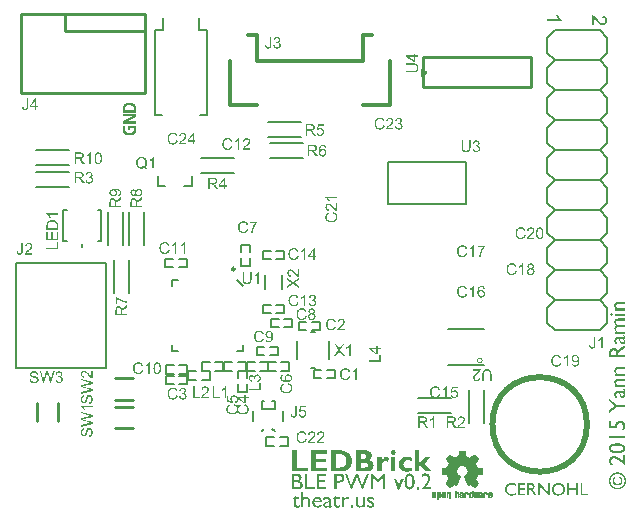
<source format=gto>
%FSLAX25Y25*%
%MOIN*%
G70*
G01*
G75*
G04 Layer_Color=65535*
%ADD10R,0.03000X0.09400*%
%ADD11R,0.06300X0.10700*%
%ADD12R,0.09500X0.10300*%
%ADD13O,0.00787X0.02559*%
%ADD14O,0.02559X0.00787*%
%ADD15R,0.18504X0.18504*%
%ADD16R,0.01575X0.06000*%
%ADD17O,0.01575X0.06000*%
%ADD18R,0.07087X0.03937*%
%ADD19R,0.04331X0.04724*%
%ADD20R,0.14200X0.08700*%
%ADD21R,0.04800X0.08800*%
%ADD22R,0.04800X0.01600*%
%ADD23R,0.06693X0.03150*%
%ADD24R,0.03150X0.06693*%
%ADD25R,0.04400X0.04000*%
%ADD26R,0.04000X0.04400*%
%ADD27R,0.03200X0.03600*%
%ADD28R,0.02800X0.04800*%
%ADD29R,0.05512X0.11811*%
%ADD30R,0.02559X0.01969*%
%ADD31R,0.02953X0.03150*%
%ADD32R,0.01969X0.02284*%
%ADD33R,0.02362X0.03937*%
%ADD34R,0.04921X0.07087*%
%ADD35R,0.02362X0.01969*%
%ADD36R,0.10700X0.06300*%
%ADD37R,0.01969X0.02362*%
%ADD38C,0.00600*%
%ADD39C,0.02500*%
%ADD40C,0.01200*%
%ADD41C,0.00800*%
%ADD42C,0.05000*%
%ADD43C,0.01000*%
%ADD44C,0.02000*%
%ADD45C,0.04500*%
%ADD46C,0.03700*%
%ADD47C,0.05906*%
G04:AMPARAMS|DCode=48|XSize=60mil|YSize=60mil|CornerRadius=0mil|HoleSize=0mil|Usage=FLASHONLY|Rotation=270.000|XOffset=0mil|YOffset=0mil|HoleType=Round|Shape=Octagon|*
%AMOCTAGOND48*
4,1,8,-0.01500,-0.03000,0.01500,-0.03000,0.03000,-0.01500,0.03000,0.01500,0.01500,0.03000,-0.01500,0.03000,-0.03000,0.01500,-0.03000,-0.01500,-0.01500,-0.03000,0.0*
%
%ADD48OCTAGOND48*%

%ADD49R,0.06000X0.06000*%
%ADD50C,0.02400*%
%ADD51C,0.02598*%
%ADD52C,0.00984*%
%ADD53C,0.01500*%
%ADD54C,0.00000*%
%ADD55C,0.01969*%
%ADD56C,0.00500*%
%ADD57C,0.00787*%
%ADD58C,0.00591*%
%ADD59C,0.01181*%
%ADD60C,0.00100*%
G36*
X504500Y161069D02*
X504440D01*
X504395Y161073D01*
X504346Y161080D01*
X504290Y161088D01*
X504234Y161102D01*
X504174Y161121D01*
X504170D01*
X504163Y161125D01*
X504147Y161133D01*
X504129Y161140D01*
X504106Y161151D01*
X504080Y161162D01*
X504012Y161196D01*
X503934Y161241D01*
X503848Y161294D01*
X503757Y161357D01*
X503664Y161433D01*
X503660Y161436D01*
X503652Y161444D01*
X503638Y161455D01*
X503619Y161474D01*
X503596Y161496D01*
X503566Y161522D01*
X503533Y161553D01*
X503495Y161590D01*
X503457Y161631D01*
X503412Y161676D01*
X503364Y161729D01*
X503311Y161781D01*
X503259Y161841D01*
X503202Y161905D01*
X503142Y161976D01*
X503083Y162048D01*
X503075Y162055D01*
X503060Y162074D01*
X503034Y162108D01*
X502996Y162149D01*
X502955Y162201D01*
X502903Y162258D01*
X502846Y162321D01*
X502786Y162389D01*
X502655Y162531D01*
X502520Y162670D01*
X502453Y162734D01*
X502385Y162794D01*
X502325Y162850D01*
X502265Y162895D01*
X502261Y162899D01*
X502250Y162906D01*
X502235Y162917D01*
X502212Y162929D01*
X502186Y162947D01*
X502156Y162966D01*
X502119Y162985D01*
X502081Y163007D01*
X501995Y163049D01*
X501901Y163086D01*
X501849Y163098D01*
X501800Y163109D01*
X501748Y163116D01*
X501699Y163120D01*
X501673D01*
X501650Y163116D01*
X501627Y163112D01*
X501601Y163109D01*
X501534Y163094D01*
X501459Y163071D01*
X501380Y163034D01*
X501342Y163011D01*
X501301Y162985D01*
X501264Y162955D01*
X501226Y162917D01*
X501223Y162914D01*
X501219Y162910D01*
X501207Y162895D01*
X501196Y162880D01*
X501181Y162861D01*
X501166Y162835D01*
X501148Y162809D01*
X501129Y162775D01*
X501110Y162741D01*
X501091Y162700D01*
X501061Y162610D01*
X501039Y162509D01*
X501035Y162452D01*
X501031Y162392D01*
Y162389D01*
Y162378D01*
Y162359D01*
X501035Y162336D01*
X501039Y162306D01*
X501043Y162273D01*
X501050Y162235D01*
X501057Y162197D01*
X501080Y162108D01*
X501118Y162018D01*
X501140Y161972D01*
X501170Y161927D01*
X501200Y161886D01*
X501237Y161845D01*
X501241Y161841D01*
X501245Y161837D01*
X501260Y161826D01*
X501275Y161815D01*
X501294Y161800D01*
X501320Y161781D01*
X501350Y161762D01*
X501384Y161744D01*
X501421Y161725D01*
X501463Y161706D01*
X501511Y161691D01*
X501560Y161672D01*
X501613Y161661D01*
X501673Y161650D01*
X501732Y161646D01*
X501800Y161643D01*
X501751Y161159D01*
X501744D01*
X501729Y161162D01*
X501699Y161166D01*
X501661Y161170D01*
X501616Y161181D01*
X501564Y161193D01*
X501508Y161207D01*
X501444Y161223D01*
X501380Y161245D01*
X501312Y161271D01*
X501245Y161301D01*
X501174Y161335D01*
X501106Y161376D01*
X501043Y161421D01*
X500983Y161474D01*
X500926Y161530D01*
X500922Y161534D01*
X500915Y161545D01*
X500900Y161564D01*
X500881Y161590D01*
X500859Y161624D01*
X500836Y161661D01*
X500810Y161710D01*
X500784Y161762D01*
X500758Y161822D01*
X500731Y161886D01*
X500709Y161958D01*
X500686Y162036D01*
X500667Y162119D01*
X500653Y162209D01*
X500645Y162302D01*
X500641Y162404D01*
Y162411D01*
Y162430D01*
X500645Y162456D01*
Y162497D01*
X500649Y162542D01*
X500656Y162595D01*
X500667Y162655D01*
X500679Y162723D01*
X500698Y162790D01*
X500716Y162861D01*
X500742Y162936D01*
X500772Y163007D01*
X500806Y163083D01*
X500847Y163150D01*
X500896Y163217D01*
X500949Y163281D01*
X500952Y163285D01*
X500964Y163296D01*
X500979Y163311D01*
X501005Y163330D01*
X501035Y163356D01*
X501069Y163382D01*
X501110Y163412D01*
X501159Y163443D01*
X501211Y163472D01*
X501271Y163503D01*
X501331Y163529D01*
X501399Y163555D01*
X501470Y163574D01*
X501549Y163589D01*
X501627Y163600D01*
X501710Y163604D01*
X501748D01*
X501770Y163600D01*
X501792D01*
X501853Y163593D01*
X501920Y163581D01*
X501999Y163563D01*
X502081Y163540D01*
X502164Y163506D01*
X502168D01*
X502175Y163503D01*
X502186Y163495D01*
X502201Y163488D01*
X502224Y163476D01*
X502246Y163465D01*
X502306Y163431D01*
X502374Y163390D01*
X502456Y163334D01*
X502542Y163270D01*
X502633Y163191D01*
X502636Y163188D01*
X502644Y163180D01*
X502659Y163169D01*
X502677Y163150D01*
X502704Y163124D01*
X502734Y163098D01*
X502768Y163060D01*
X502809Y163019D01*
X502854Y162974D01*
X502906Y162917D01*
X502962Y162861D01*
X503022Y162794D01*
X503086Y162723D01*
X503158Y162644D01*
X503229Y162557D01*
X503307Y162468D01*
X503311Y162464D01*
X503323Y162449D01*
X503341Y162426D01*
X503364Y162400D01*
X503394Y162366D01*
X503428Y162329D01*
X503503Y162239D01*
X503581Y162149D01*
X503660Y162059D01*
X503697Y162018D01*
X503735Y161980D01*
X503765Y161946D01*
X503791Y161920D01*
X503795Y161916D01*
X503814Y161901D01*
X503840Y161879D01*
X503870Y161849D01*
X503911Y161819D01*
X503953Y161785D01*
X503998Y161751D01*
X504046Y161721D01*
Y163608D01*
X504500D01*
Y161069D01*
D02*
G37*
G36*
X503469Y144553D02*
X503495D01*
X503529Y144549D01*
X503562Y144541D01*
X503604Y144534D01*
X503694Y144515D01*
X503791Y144481D01*
X503893Y144440D01*
X503941Y144410D01*
X503994Y144380D01*
X503998Y144376D01*
X504005Y144372D01*
X504020Y144361D01*
X504039Y144346D01*
X504061Y144327D01*
X504087Y144309D01*
X504117Y144282D01*
X504147Y144253D01*
X504181Y144215D01*
X504215Y144177D01*
X504249Y144136D01*
X504286Y144091D01*
X504354Y143990D01*
X504414Y143874D01*
Y143870D01*
X504421Y143859D01*
X504429Y143840D01*
X504436Y143817D01*
X504448Y143784D01*
X504462Y143750D01*
X504474Y143705D01*
X504489Y143660D01*
X504504Y143607D01*
X504515Y143551D01*
X504530Y143488D01*
X504541Y143424D01*
X504556Y143285D01*
X504564Y143135D01*
Y143128D01*
Y143113D01*
Y143086D01*
X504560Y143049D01*
Y143004D01*
X504556Y142951D01*
X504553Y142895D01*
X504545Y142831D01*
X504537Y142764D01*
X504526Y142692D01*
X504500Y142546D01*
X504462Y142400D01*
X504440Y142329D01*
X504414Y142261D01*
X504410Y142257D01*
X504406Y142246D01*
X504399Y142227D01*
X504384Y142205D01*
X504369Y142175D01*
X504350Y142138D01*
X504327Y142100D01*
X504297Y142059D01*
X504234Y141972D01*
X504155Y141879D01*
X504061Y141789D01*
X503956Y141706D01*
X503953Y141702D01*
X503941Y141699D01*
X503926Y141688D01*
X503904Y141676D01*
X503874Y141661D01*
X503840Y141642D01*
X503799Y141624D01*
X503754Y141605D01*
X503705Y141586D01*
X503652Y141568D01*
X503596Y141552D01*
X503533Y141534D01*
X503401Y141511D01*
X503334Y141504D01*
X503263Y141500D01*
X503221Y141980D01*
X503232D01*
X503247Y141984D01*
X503270Y141988D01*
X503296Y141991D01*
X503323Y141999D01*
X503390Y142014D01*
X503465Y142033D01*
X503544Y142062D01*
X503622Y142096D01*
X503697Y142138D01*
X503701D01*
X503705Y142145D01*
X503727Y142160D01*
X503761Y142190D01*
X503802Y142231D01*
X503851Y142284D01*
X503900Y142351D01*
X503953Y142430D01*
X503998Y142520D01*
Y142524D01*
X504001Y142531D01*
X504009Y142546D01*
X504016Y142565D01*
X504024Y142591D01*
X504031Y142621D01*
X504042Y142655D01*
X504054Y142692D01*
X504065Y142734D01*
X504073Y142779D01*
X504091Y142880D01*
X504106Y142992D01*
X504110Y143113D01*
Y143116D01*
Y143124D01*
Y143142D01*
Y143161D01*
X504106Y143187D01*
Y143218D01*
X504099Y143285D01*
X504087Y143364D01*
X504073Y143450D01*
X504054Y143536D01*
X504024Y143623D01*
Y143626D01*
X504020Y143634D01*
X504016Y143645D01*
X504009Y143660D01*
X503990Y143701D01*
X503960Y143750D01*
X503926Y143802D01*
X503889Y143859D01*
X503840Y143911D01*
X503788Y143956D01*
X503780Y143960D01*
X503761Y143975D01*
X503731Y143990D01*
X503690Y144012D01*
X503641Y144031D01*
X503585Y144050D01*
X503525Y144061D01*
X503457Y144065D01*
X503428D01*
X503394Y144061D01*
X503349Y144054D01*
X503300Y144039D01*
X503247Y144020D01*
X503195Y143994D01*
X503142Y143960D01*
X503135Y143956D01*
X503120Y143941D01*
X503094Y143915D01*
X503064Y143877D01*
X503026Y143829D01*
X502989Y143769D01*
X502951Y143698D01*
X502917Y143611D01*
X502914Y143604D01*
X502910Y143593D01*
X502906Y143578D01*
X502899Y143559D01*
X502891Y143536D01*
X502880Y143506D01*
X502869Y143469D01*
X502857Y143428D01*
X502843Y143379D01*
X502828Y143323D01*
X502812Y143259D01*
X502794Y143187D01*
X502775Y143109D01*
X502752Y143023D01*
X502730Y142929D01*
Y142921D01*
X502723Y142906D01*
X502719Y142880D01*
X502707Y142842D01*
X502696Y142801D01*
X502685Y142749D01*
X502670Y142696D01*
X502651Y142636D01*
X502614Y142516D01*
X502576Y142393D01*
X502554Y142332D01*
X502531Y142280D01*
X502513Y142231D01*
X502490Y142186D01*
Y142183D01*
X502483Y142175D01*
X502475Y142160D01*
X502464Y142141D01*
X502449Y142119D01*
X502434Y142093D01*
X502389Y142033D01*
X502336Y141965D01*
X502276Y141897D01*
X502205Y141834D01*
X502130Y141778D01*
X502126D01*
X502119Y141770D01*
X502107Y141766D01*
X502093Y141755D01*
X502074Y141747D01*
X502047Y141736D01*
X501991Y141710D01*
X501920Y141684D01*
X501837Y141665D01*
X501748Y141650D01*
X501650Y141642D01*
X501620D01*
X501601Y141646D01*
X501575D01*
X501545Y141650D01*
X501511Y141657D01*
X501474Y141665D01*
X501391Y141684D01*
X501298Y141714D01*
X501204Y141755D01*
X501155Y141778D01*
X501106Y141807D01*
X501102Y141811D01*
X501095Y141815D01*
X501080Y141826D01*
X501065Y141838D01*
X501043Y141856D01*
X501020Y141875D01*
X500964Y141931D01*
X500900Y141999D01*
X500836Y142081D01*
X500772Y142175D01*
X500720Y142288D01*
Y142291D01*
X500712Y142303D01*
X500709Y142321D01*
X500698Y142344D01*
X500690Y142374D01*
X500679Y142408D01*
X500667Y142449D01*
X500653Y142494D01*
X500641Y142546D01*
X500630Y142599D01*
X500619Y142659D01*
X500607Y142719D01*
X500593Y142850D01*
X500589Y142992D01*
Y142996D01*
Y143011D01*
Y143034D01*
X500593Y143064D01*
Y143101D01*
X500596Y143146D01*
X500600Y143195D01*
X500607Y143247D01*
X500615Y143304D01*
X500623Y143364D01*
X500649Y143491D01*
X500682Y143619D01*
X500728Y143746D01*
Y143750D01*
X500735Y143761D01*
X500742Y143776D01*
X500754Y143799D01*
X500769Y143829D01*
X500784Y143859D01*
X500829Y143930D01*
X500889Y144012D01*
X500956Y144095D01*
X501039Y144177D01*
X501132Y144249D01*
X501136Y144253D01*
X501144Y144256D01*
X501159Y144264D01*
X501178Y144275D01*
X501204Y144290D01*
X501234Y144305D01*
X501267Y144320D01*
X501309Y144339D01*
X501350Y144358D01*
X501395Y144372D01*
X501500Y144403D01*
X501613Y144429D01*
X501673Y144436D01*
X501736Y144440D01*
X501774Y143953D01*
X501770D01*
X501759Y143949D01*
X501740D01*
X501714Y143941D01*
X501684Y143938D01*
X501650Y143926D01*
X501613Y143915D01*
X501571Y143904D01*
X501481Y143870D01*
X501391Y143821D01*
X501346Y143791D01*
X501305Y143761D01*
X501264Y143724D01*
X501226Y143683D01*
X501223Y143679D01*
X501219Y143671D01*
X501207Y143660D01*
X501196Y143641D01*
X501181Y143619D01*
X501166Y143589D01*
X501151Y143555D01*
X501132Y143514D01*
X501114Y143469D01*
X501099Y143420D01*
X501084Y143368D01*
X501069Y143307D01*
X501057Y143240D01*
X501046Y143173D01*
X501043Y143094D01*
X501039Y143015D01*
Y143011D01*
Y142996D01*
Y142970D01*
X501043Y142940D01*
Y142903D01*
X501046Y142858D01*
X501054Y142809D01*
X501061Y142760D01*
X501080Y142648D01*
X501110Y142539D01*
X501132Y142482D01*
X501155Y142434D01*
X501181Y142385D01*
X501211Y142344D01*
Y142340D01*
X501219Y142336D01*
X501241Y142310D01*
X501279Y142276D01*
X501324Y142239D01*
X501384Y142201D01*
X501455Y142167D01*
X501530Y142141D01*
X501571Y142138D01*
X501616Y142134D01*
X501635D01*
X501650Y142138D01*
X501691Y142141D01*
X501736Y142153D01*
X501792Y142171D01*
X501849Y142194D01*
X501905Y142231D01*
X501958Y142280D01*
Y142284D01*
X501965Y142288D01*
X501972Y142299D01*
X501980Y142314D01*
X501991Y142332D01*
X502006Y142359D01*
X502025Y142393D01*
X502044Y142430D01*
X502063Y142479D01*
X502085Y142531D01*
X502107Y142595D01*
X502130Y142666D01*
X502156Y142745D01*
X502182Y142835D01*
X502209Y142936D01*
X502235Y143045D01*
Y143052D01*
X502243Y143071D01*
X502250Y143105D01*
X502257Y143146D01*
X502269Y143195D01*
X502284Y143255D01*
X502299Y143319D01*
X502317Y143386D01*
X502355Y143529D01*
X502396Y143667D01*
X502419Y143735D01*
X502437Y143795D01*
X502460Y143851D01*
X502479Y143900D01*
Y143904D01*
X502486Y143915D01*
X502494Y143934D01*
X502505Y143956D01*
X502520Y143983D01*
X502539Y144012D01*
X502584Y144088D01*
X502640Y144166D01*
X502707Y144249D01*
X502782Y144327D01*
X502824Y144361D01*
X502869Y144395D01*
X502873Y144399D01*
X502880Y144403D01*
X502891Y144410D01*
X502910Y144421D01*
X502933Y144432D01*
X502959Y144448D01*
X502992Y144463D01*
X503026Y144477D01*
X503105Y144504D01*
X503199Y144530D01*
X503304Y144549D01*
X503360Y144556D01*
X503446D01*
X503469Y144553D01*
D02*
G37*
G36*
X504500Y148794D02*
Y148299D01*
X501571Y147493D01*
X501568D01*
X501556Y147489D01*
X501538Y147481D01*
X501511Y147477D01*
X501485Y147466D01*
X501451Y147459D01*
X501376Y147436D01*
X501301Y147417D01*
X501226Y147395D01*
X501193Y147388D01*
X501162Y147380D01*
X501140Y147372D01*
X501121Y147369D01*
X501125D01*
X501132Y147365D01*
X501148Y147361D01*
X501166Y147357D01*
X501189Y147354D01*
X501215Y147346D01*
X501279Y147331D01*
X501346Y147312D01*
X501425Y147294D01*
X501500Y147271D01*
X501571Y147253D01*
X504500Y146442D01*
Y145917D01*
X500656Y144901D01*
Y145422D01*
X503176Y146008D01*
X503180D01*
X503195Y146011D01*
X503214Y146015D01*
X503244Y146022D01*
X503281Y146030D01*
X503323Y146041D01*
X503371Y146053D01*
X503424Y146064D01*
X503480Y146075D01*
X503544Y146090D01*
X503675Y146116D01*
X503818Y146142D01*
X503964Y146169D01*
X503956D01*
X503937Y146176D01*
X503907Y146184D01*
X503866Y146191D01*
X503818Y146206D01*
X503765Y146218D01*
X503705Y146232D01*
X503645Y146247D01*
X503521Y146277D01*
X503461Y146292D01*
X503405Y146308D01*
X503356Y146319D01*
X503311Y146330D01*
X503277Y146337D01*
X503255Y146345D01*
X500656Y147076D01*
Y147687D01*
X502602Y148239D01*
X502606D01*
X502610Y148242D01*
X502621D01*
X502636Y148246D01*
X502674Y148258D01*
X502726Y148273D01*
X502790Y148291D01*
X502865Y148310D01*
X502951Y148329D01*
X503045Y148355D01*
X503146Y148378D01*
X503251Y148404D01*
X503364Y148426D01*
X503484Y148452D01*
X503724Y148497D01*
X503964Y148539D01*
X503960D01*
X503949Y148542D01*
X503926Y148546D01*
X503900Y148554D01*
X503866Y148561D01*
X503825Y148569D01*
X503776Y148580D01*
X503724Y148591D01*
X503664Y148606D01*
X503600Y148621D01*
X503533Y148636D01*
X503457Y148651D01*
X503379Y148670D01*
X503300Y148693D01*
X503127Y148734D01*
X500656Y149334D01*
Y149847D01*
X504500Y148794D01*
D02*
G37*
G36*
X485064Y163408D02*
X485101D01*
X485146Y163404D01*
X485195Y163400D01*
X485248Y163392D01*
X485304Y163385D01*
X485364Y163377D01*
X485491Y163351D01*
X485619Y163318D01*
X485746Y163273D01*
X485750D01*
X485761Y163265D01*
X485776Y163258D01*
X485799Y163246D01*
X485829Y163231D01*
X485859Y163216D01*
X485930Y163171D01*
X486013Y163111D01*
X486095Y163044D01*
X486177Y162961D01*
X486249Y162867D01*
X486252Y162864D01*
X486256Y162856D01*
X486264Y162841D01*
X486275Y162822D01*
X486290Y162796D01*
X486305Y162766D01*
X486320Y162733D01*
X486339Y162691D01*
X486357Y162650D01*
X486373Y162605D01*
X486403Y162500D01*
X486429Y162388D01*
X486436Y162328D01*
X486440Y162264D01*
X485953Y162226D01*
Y162230D01*
X485949Y162241D01*
Y162260D01*
X485941Y162286D01*
X485938Y162316D01*
X485926Y162350D01*
X485915Y162388D01*
X485904Y162429D01*
X485870Y162519D01*
X485821Y162609D01*
X485791Y162654D01*
X485761Y162695D01*
X485724Y162736D01*
X485682Y162774D01*
X485679Y162777D01*
X485671Y162781D01*
X485660Y162793D01*
X485641Y162804D01*
X485619Y162819D01*
X485589Y162834D01*
X485555Y162849D01*
X485514Y162867D01*
X485469Y162886D01*
X485420Y162901D01*
X485367Y162916D01*
X485308Y162931D01*
X485240Y162943D01*
X485173Y162954D01*
X485094Y162958D01*
X485015Y162961D01*
X484970D01*
X484940Y162958D01*
X484902D01*
X484858Y162954D01*
X484809Y162946D01*
X484760Y162939D01*
X484648Y162920D01*
X484539Y162890D01*
X484482Y162867D01*
X484434Y162845D01*
X484385Y162819D01*
X484344Y162789D01*
X484340D01*
X484336Y162781D01*
X484310Y162759D01*
X484276Y162721D01*
X484239Y162676D01*
X484201Y162616D01*
X484167Y162545D01*
X484141Y162470D01*
X484137Y162429D01*
X484134Y162384D01*
Y162380D01*
Y162376D01*
Y162365D01*
X484137Y162350D01*
X484141Y162309D01*
X484153Y162264D01*
X484171Y162207D01*
X484194Y162151D01*
X484231Y162095D01*
X484280Y162042D01*
X484284D01*
X484288Y162035D01*
X484299Y162028D01*
X484314Y162020D01*
X484333Y162009D01*
X484359Y161994D01*
X484392Y161975D01*
X484430Y161956D01*
X484479Y161937D01*
X484531Y161915D01*
X484595Y161892D01*
X484666Y161870D01*
X484745Y161844D01*
X484835Y161818D01*
X484936Y161791D01*
X485045Y161765D01*
X485052D01*
X485071Y161758D01*
X485105Y161750D01*
X485146Y161742D01*
X485195Y161731D01*
X485255Y161716D01*
X485319Y161701D01*
X485386Y161682D01*
X485529Y161645D01*
X485668Y161604D01*
X485735Y161581D01*
X485795Y161563D01*
X485851Y161540D01*
X485900Y161521D01*
X485904D01*
X485915Y161514D01*
X485934Y161506D01*
X485956Y161495D01*
X485983Y161480D01*
X486013Y161461D01*
X486088Y161416D01*
X486166Y161360D01*
X486249Y161293D01*
X486328Y161217D01*
X486361Y161176D01*
X486395Y161131D01*
X486399Y161127D01*
X486403Y161120D01*
X486410Y161109D01*
X486421Y161090D01*
X486433Y161067D01*
X486447Y161041D01*
X486462Y161007D01*
X486478Y160974D01*
X486504Y160895D01*
X486530Y160801D01*
X486549Y160696D01*
X486556Y160640D01*
Y160584D01*
Y160580D01*
Y160569D01*
Y160554D01*
X486552Y160531D01*
Y160505D01*
X486549Y160471D01*
X486541Y160438D01*
X486534Y160396D01*
X486515Y160306D01*
X486481Y160209D01*
X486440Y160108D01*
X486410Y160059D01*
X486380Y160006D01*
X486376Y160003D01*
X486373Y159995D01*
X486361Y159980D01*
X486346Y159961D01*
X486328Y159939D01*
X486309Y159913D01*
X486282Y159882D01*
X486252Y159853D01*
X486215Y159819D01*
X486177Y159785D01*
X486136Y159751D01*
X486091Y159714D01*
X485990Y159646D01*
X485874Y159586D01*
X485870D01*
X485859Y159579D01*
X485840Y159571D01*
X485817Y159564D01*
X485784Y159553D01*
X485750Y159537D01*
X485705Y159526D01*
X485660Y159511D01*
X485607Y159496D01*
X485551Y159485D01*
X485488Y159470D01*
X485424Y159459D01*
X485285Y159444D01*
X485135Y159436D01*
X485086D01*
X485049Y159440D01*
X485004D01*
X484951Y159444D01*
X484895Y159448D01*
X484831Y159455D01*
X484764Y159462D01*
X484692Y159474D01*
X484546Y159500D01*
X484400Y159537D01*
X484329Y159560D01*
X484261Y159586D01*
X484258Y159590D01*
X484246Y159594D01*
X484228Y159601D01*
X484205Y159616D01*
X484175Y159631D01*
X484137Y159650D01*
X484100Y159672D01*
X484059Y159703D01*
X483973Y159766D01*
X483879Y159845D01*
X483789Y159939D01*
X483706Y160044D01*
X483703Y160047D01*
X483699Y160059D01*
X483687Y160074D01*
X483676Y160096D01*
X483661Y160126D01*
X483642Y160160D01*
X483624Y160201D01*
X483605Y160246D01*
X483586Y160295D01*
X483567Y160347D01*
X483553Y160404D01*
X483534Y160468D01*
X483511Y160599D01*
X483504Y160666D01*
X483500Y160738D01*
X483980Y160779D01*
Y160775D01*
Y160767D01*
X483984Y160752D01*
X483988Y160730D01*
X483991Y160704D01*
X483999Y160678D01*
X484014Y160610D01*
X484032Y160535D01*
X484062Y160456D01*
X484096Y160378D01*
X484137Y160302D01*
Y160299D01*
X484145Y160295D01*
X484160Y160273D01*
X484190Y160239D01*
X484231Y160197D01*
X484284Y160149D01*
X484351Y160100D01*
X484430Y160047D01*
X484520Y160003D01*
X484524D01*
X484531Y159999D01*
X484546Y159991D01*
X484565Y159984D01*
X484591Y159976D01*
X484621Y159969D01*
X484655Y159958D01*
X484692Y159946D01*
X484734Y159935D01*
X484779Y159927D01*
X484880Y159909D01*
X484993Y159894D01*
X485112Y159890D01*
X485161D01*
X485187Y159894D01*
X485218D01*
X485285Y159901D01*
X485364Y159913D01*
X485450Y159927D01*
X485536Y159946D01*
X485623Y159976D01*
X485626D01*
X485634Y159980D01*
X485645Y159984D01*
X485660Y159991D01*
X485701Y160010D01*
X485750Y160040D01*
X485803Y160074D01*
X485859Y160111D01*
X485911Y160160D01*
X485956Y160213D01*
X485960Y160220D01*
X485975Y160239D01*
X485990Y160269D01*
X486013Y160310D01*
X486031Y160359D01*
X486050Y160415D01*
X486061Y160475D01*
X486065Y160543D01*
Y160546D01*
Y160550D01*
Y160573D01*
X486061Y160606D01*
X486054Y160651D01*
X486039Y160700D01*
X486020Y160752D01*
X485994Y160805D01*
X485960Y160857D01*
X485956Y160865D01*
X485941Y160880D01*
X485915Y160906D01*
X485878Y160936D01*
X485829Y160974D01*
X485769Y161011D01*
X485698Y161049D01*
X485611Y161082D01*
X485604Y161086D01*
X485593Y161090D01*
X485577Y161094D01*
X485559Y161101D01*
X485536Y161109D01*
X485506Y161120D01*
X485469Y161131D01*
X485428Y161143D01*
X485379Y161158D01*
X485323Y161172D01*
X485259Y161188D01*
X485187Y161206D01*
X485109Y161225D01*
X485022Y161248D01*
X484929Y161270D01*
X484921D01*
X484906Y161277D01*
X484880Y161281D01*
X484842Y161293D01*
X484801Y161304D01*
X484749Y161315D01*
X484696Y161330D01*
X484636Y161349D01*
X484516Y161386D01*
X484392Y161424D01*
X484333Y161446D01*
X484280Y161469D01*
X484231Y161487D01*
X484186Y161510D01*
X484183D01*
X484175Y161518D01*
X484160Y161525D01*
X484141Y161536D01*
X484119Y161551D01*
X484093Y161566D01*
X484032Y161611D01*
X483965Y161664D01*
X483897Y161724D01*
X483834Y161795D01*
X483778Y161870D01*
Y161874D01*
X483770Y161881D01*
X483766Y161892D01*
X483755Y161907D01*
X483747Y161926D01*
X483736Y161952D01*
X483710Y162009D01*
X483684Y162080D01*
X483665Y162162D01*
X483650Y162252D01*
X483642Y162350D01*
Y162354D01*
Y162361D01*
Y162380D01*
X483646Y162399D01*
Y162425D01*
X483650Y162455D01*
X483658Y162489D01*
X483665Y162526D01*
X483684Y162609D01*
X483714Y162703D01*
X483755Y162796D01*
X483778Y162845D01*
X483808Y162894D01*
X483811Y162898D01*
X483815Y162905D01*
X483826Y162920D01*
X483838Y162935D01*
X483856Y162958D01*
X483875Y162980D01*
X483931Y163036D01*
X483999Y163100D01*
X484081Y163164D01*
X484175Y163227D01*
X484288Y163280D01*
X484291D01*
X484303Y163287D01*
X484321Y163291D01*
X484344Y163303D01*
X484374Y163310D01*
X484408Y163321D01*
X484449Y163332D01*
X484494Y163347D01*
X484546Y163359D01*
X484599Y163370D01*
X484659Y163381D01*
X484719Y163392D01*
X484850Y163408D01*
X484993Y163411D01*
X485034D01*
X485064Y163408D01*
D02*
G37*
G36*
X503469Y155552D02*
X503495D01*
X503529Y155549D01*
X503562Y155541D01*
X503604Y155534D01*
X503694Y155515D01*
X503791Y155481D01*
X503893Y155440D01*
X503941Y155410D01*
X503994Y155380D01*
X503998Y155376D01*
X504005Y155373D01*
X504020Y155361D01*
X504039Y155346D01*
X504061Y155327D01*
X504087Y155309D01*
X504117Y155282D01*
X504147Y155253D01*
X504181Y155215D01*
X504215Y155177D01*
X504249Y155136D01*
X504286Y155091D01*
X504354Y154990D01*
X504414Y154874D01*
Y154870D01*
X504421Y154859D01*
X504429Y154840D01*
X504436Y154817D01*
X504448Y154784D01*
X504462Y154750D01*
X504474Y154705D01*
X504489Y154660D01*
X504504Y154607D01*
X504515Y154551D01*
X504530Y154488D01*
X504541Y154424D01*
X504556Y154285D01*
X504564Y154135D01*
Y154128D01*
Y154113D01*
Y154086D01*
X504560Y154049D01*
Y154004D01*
X504556Y153951D01*
X504553Y153895D01*
X504545Y153831D01*
X504537Y153764D01*
X504526Y153692D01*
X504500Y153546D01*
X504462Y153400D01*
X504440Y153329D01*
X504414Y153261D01*
X504410Y153258D01*
X504406Y153246D01*
X504399Y153227D01*
X504384Y153205D01*
X504369Y153175D01*
X504350Y153138D01*
X504327Y153100D01*
X504297Y153059D01*
X504234Y152972D01*
X504155Y152879D01*
X504061Y152789D01*
X503956Y152706D01*
X503953Y152702D01*
X503941Y152699D01*
X503926Y152688D01*
X503904Y152676D01*
X503874Y152661D01*
X503840Y152643D01*
X503799Y152624D01*
X503754Y152605D01*
X503705Y152586D01*
X503652Y152568D01*
X503596Y152552D01*
X503533Y152534D01*
X503401Y152511D01*
X503334Y152504D01*
X503263Y152500D01*
X503221Y152980D01*
X503232D01*
X503247Y152984D01*
X503270Y152988D01*
X503296Y152991D01*
X503323Y152999D01*
X503390Y153014D01*
X503465Y153033D01*
X503544Y153062D01*
X503622Y153096D01*
X503697Y153138D01*
X503701D01*
X503705Y153145D01*
X503727Y153160D01*
X503761Y153190D01*
X503802Y153231D01*
X503851Y153284D01*
X503900Y153351D01*
X503953Y153430D01*
X503998Y153520D01*
Y153524D01*
X504001Y153531D01*
X504009Y153546D01*
X504016Y153565D01*
X504024Y153591D01*
X504031Y153621D01*
X504042Y153655D01*
X504054Y153692D01*
X504065Y153734D01*
X504073Y153779D01*
X504091Y153880D01*
X504106Y153992D01*
X504110Y154113D01*
Y154116D01*
Y154124D01*
Y154142D01*
Y154161D01*
X504106Y154188D01*
Y154218D01*
X504099Y154285D01*
X504087Y154364D01*
X504073Y154450D01*
X504054Y154536D01*
X504024Y154622D01*
Y154626D01*
X504020Y154634D01*
X504016Y154645D01*
X504009Y154660D01*
X503990Y154701D01*
X503960Y154750D01*
X503926Y154803D01*
X503889Y154859D01*
X503840Y154911D01*
X503788Y154956D01*
X503780Y154960D01*
X503761Y154975D01*
X503731Y154990D01*
X503690Y155013D01*
X503641Y155031D01*
X503585Y155050D01*
X503525Y155061D01*
X503457Y155065D01*
X503428D01*
X503394Y155061D01*
X503349Y155054D01*
X503300Y155039D01*
X503247Y155020D01*
X503195Y154994D01*
X503142Y154960D01*
X503135Y154956D01*
X503120Y154941D01*
X503094Y154915D01*
X503064Y154877D01*
X503026Y154829D01*
X502989Y154769D01*
X502951Y154698D01*
X502917Y154611D01*
X502914Y154604D01*
X502910Y154593D01*
X502906Y154578D01*
X502899Y154559D01*
X502891Y154536D01*
X502880Y154506D01*
X502869Y154469D01*
X502857Y154428D01*
X502843Y154379D01*
X502828Y154323D01*
X502812Y154259D01*
X502794Y154188D01*
X502775Y154109D01*
X502752Y154023D01*
X502730Y153929D01*
Y153921D01*
X502723Y153906D01*
X502719Y153880D01*
X502707Y153842D01*
X502696Y153801D01*
X502685Y153749D01*
X502670Y153696D01*
X502651Y153636D01*
X502614Y153516D01*
X502576Y153393D01*
X502554Y153332D01*
X502531Y153280D01*
X502513Y153231D01*
X502490Y153186D01*
Y153182D01*
X502483Y153175D01*
X502475Y153160D01*
X502464Y153141D01*
X502449Y153119D01*
X502434Y153093D01*
X502389Y153033D01*
X502336Y152965D01*
X502276Y152898D01*
X502205Y152834D01*
X502130Y152778D01*
X502126D01*
X502119Y152770D01*
X502107Y152766D01*
X502093Y152755D01*
X502074Y152747D01*
X502047Y152736D01*
X501991Y152710D01*
X501920Y152684D01*
X501837Y152665D01*
X501748Y152650D01*
X501650Y152643D01*
X501620D01*
X501601Y152646D01*
X501575D01*
X501545Y152650D01*
X501511Y152657D01*
X501474Y152665D01*
X501391Y152684D01*
X501298Y152714D01*
X501204Y152755D01*
X501155Y152778D01*
X501106Y152807D01*
X501102Y152811D01*
X501095Y152815D01*
X501080Y152826D01*
X501065Y152838D01*
X501043Y152856D01*
X501020Y152875D01*
X500964Y152931D01*
X500900Y152999D01*
X500836Y153081D01*
X500772Y153175D01*
X500720Y153287D01*
Y153291D01*
X500712Y153303D01*
X500709Y153321D01*
X500698Y153344D01*
X500690Y153374D01*
X500679Y153408D01*
X500667Y153449D01*
X500653Y153494D01*
X500641Y153546D01*
X500630Y153599D01*
X500619Y153659D01*
X500607Y153719D01*
X500593Y153850D01*
X500589Y153992D01*
Y153996D01*
Y154011D01*
Y154034D01*
X500593Y154064D01*
Y154101D01*
X500596Y154146D01*
X500600Y154195D01*
X500607Y154247D01*
X500615Y154304D01*
X500623Y154364D01*
X500649Y154491D01*
X500682Y154619D01*
X500728Y154746D01*
Y154750D01*
X500735Y154761D01*
X500742Y154776D01*
X500754Y154799D01*
X500769Y154829D01*
X500784Y154859D01*
X500829Y154930D01*
X500889Y155013D01*
X500956Y155095D01*
X501039Y155177D01*
X501132Y155249D01*
X501136Y155253D01*
X501144Y155256D01*
X501159Y155264D01*
X501178Y155275D01*
X501204Y155290D01*
X501234Y155305D01*
X501267Y155320D01*
X501309Y155339D01*
X501350Y155358D01*
X501395Y155373D01*
X501500Y155403D01*
X501613Y155429D01*
X501673Y155436D01*
X501736Y155440D01*
X501774Y154953D01*
X501770D01*
X501759Y154949D01*
X501740D01*
X501714Y154941D01*
X501684Y154938D01*
X501650Y154926D01*
X501613Y154915D01*
X501571Y154904D01*
X501481Y154870D01*
X501391Y154821D01*
X501346Y154791D01*
X501305Y154761D01*
X501264Y154724D01*
X501226Y154683D01*
X501223Y154679D01*
X501219Y154671D01*
X501207Y154660D01*
X501196Y154641D01*
X501181Y154619D01*
X501166Y154589D01*
X501151Y154555D01*
X501132Y154514D01*
X501114Y154469D01*
X501099Y154420D01*
X501084Y154367D01*
X501069Y154307D01*
X501057Y154240D01*
X501046Y154173D01*
X501043Y154094D01*
X501039Y154015D01*
Y154011D01*
Y153996D01*
Y153970D01*
X501043Y153940D01*
Y153902D01*
X501046Y153858D01*
X501054Y153809D01*
X501061Y153760D01*
X501080Y153647D01*
X501110Y153539D01*
X501132Y153482D01*
X501155Y153434D01*
X501181Y153385D01*
X501211Y153344D01*
Y153340D01*
X501219Y153336D01*
X501241Y153310D01*
X501279Y153276D01*
X501324Y153239D01*
X501384Y153201D01*
X501455Y153167D01*
X501530Y153141D01*
X501571Y153138D01*
X501616Y153134D01*
X501635D01*
X501650Y153138D01*
X501691Y153141D01*
X501736Y153153D01*
X501792Y153171D01*
X501849Y153194D01*
X501905Y153231D01*
X501958Y153280D01*
Y153284D01*
X501965Y153287D01*
X501972Y153299D01*
X501980Y153314D01*
X501991Y153332D01*
X502006Y153359D01*
X502025Y153393D01*
X502044Y153430D01*
X502063Y153479D01*
X502085Y153531D01*
X502107Y153595D01*
X502130Y153666D01*
X502156Y153745D01*
X502182Y153835D01*
X502209Y153936D01*
X502235Y154045D01*
Y154052D01*
X502243Y154071D01*
X502250Y154105D01*
X502257Y154146D01*
X502269Y154195D01*
X502284Y154255D01*
X502299Y154319D01*
X502317Y154386D01*
X502355Y154529D01*
X502396Y154667D01*
X502419Y154735D01*
X502437Y154795D01*
X502460Y154851D01*
X502479Y154900D01*
Y154904D01*
X502486Y154915D01*
X502494Y154934D01*
X502505Y154956D01*
X502520Y154982D01*
X502539Y155013D01*
X502584Y155087D01*
X502640Y155166D01*
X502707Y155249D01*
X502782Y155327D01*
X502824Y155361D01*
X502869Y155395D01*
X502873Y155399D01*
X502880Y155403D01*
X502891Y155410D01*
X502910Y155421D01*
X502933Y155432D01*
X502959Y155447D01*
X502992Y155463D01*
X503026Y155477D01*
X503105Y155504D01*
X503199Y155530D01*
X503304Y155549D01*
X503360Y155556D01*
X503446D01*
X503469Y155552D01*
D02*
G37*
G36*
X504500Y159794D02*
Y159299D01*
X501571Y158493D01*
X501568D01*
X501556Y158489D01*
X501538Y158481D01*
X501511Y158477D01*
X501485Y158466D01*
X501451Y158459D01*
X501376Y158436D01*
X501301Y158417D01*
X501226Y158395D01*
X501193Y158387D01*
X501162Y158380D01*
X501140Y158372D01*
X501121Y158369D01*
X501125D01*
X501132Y158365D01*
X501148Y158361D01*
X501166Y158358D01*
X501189Y158354D01*
X501215Y158346D01*
X501279Y158331D01*
X501346Y158312D01*
X501425Y158294D01*
X501500Y158271D01*
X501571Y158253D01*
X504500Y157442D01*
Y156918D01*
X500656Y155901D01*
Y156422D01*
X503176Y157008D01*
X503180D01*
X503195Y157011D01*
X503214Y157015D01*
X503244Y157023D01*
X503281Y157030D01*
X503323Y157041D01*
X503371Y157053D01*
X503424Y157064D01*
X503480Y157075D01*
X503544Y157090D01*
X503675Y157116D01*
X503818Y157142D01*
X503964Y157169D01*
X503956D01*
X503937Y157176D01*
X503907Y157184D01*
X503866Y157191D01*
X503818Y157206D01*
X503765Y157218D01*
X503705Y157232D01*
X503645Y157247D01*
X503521Y157278D01*
X503461Y157292D01*
X503405Y157308D01*
X503356Y157319D01*
X503311Y157330D01*
X503277Y157337D01*
X503255Y157345D01*
X500656Y158076D01*
Y158687D01*
X502602Y159239D01*
X502606D01*
X502610Y159242D01*
X502621D01*
X502636Y159246D01*
X502674Y159257D01*
X502726Y159273D01*
X502790Y159291D01*
X502865Y159310D01*
X502951Y159329D01*
X503045Y159355D01*
X503146Y159378D01*
X503251Y159404D01*
X503364Y159426D01*
X503484Y159452D01*
X503724Y159497D01*
X503964Y159539D01*
X503960D01*
X503949Y159543D01*
X503926Y159546D01*
X503900Y159554D01*
X503866Y159561D01*
X503825Y159569D01*
X503776Y159580D01*
X503724Y159591D01*
X503664Y159606D01*
X503600Y159621D01*
X503533Y159636D01*
X503457Y159651D01*
X503379Y159670D01*
X503300Y159693D01*
X503127Y159734D01*
X500656Y160334D01*
Y160847D01*
X504500Y159794D01*
D02*
G37*
G36*
X674541Y171000D02*
X674069D01*
Y174004D01*
X674065D01*
X674061Y173996D01*
X674050Y173989D01*
X674039Y173977D01*
X674001Y173944D01*
X673949Y173902D01*
X673885Y173854D01*
X673806Y173798D01*
X673716Y173738D01*
X673619Y173678D01*
X673615D01*
X673607Y173670D01*
X673593Y173662D01*
X673574Y173651D01*
X673548Y173636D01*
X673521Y173621D01*
X673454Y173588D01*
X673379Y173550D01*
X673296Y173509D01*
X673210Y173471D01*
X673128Y173438D01*
Y173891D01*
X673131Y173895D01*
X673146Y173899D01*
X673165Y173910D01*
X673195Y173925D01*
X673229Y173944D01*
X673266Y173966D01*
X673311Y173989D01*
X673360Y174019D01*
X673469Y174083D01*
X673585Y174161D01*
X673701Y174248D01*
X673817Y174341D01*
X673821Y174345D01*
X673829Y174353D01*
X673847Y174367D01*
X673866Y174386D01*
X673889Y174413D01*
X673919Y174439D01*
X673949Y174472D01*
X673982Y174506D01*
X674050Y174585D01*
X674118Y174671D01*
X674181Y174765D01*
X674211Y174810D01*
X674234Y174859D01*
X674541D01*
Y171000D01*
D02*
G37*
G36*
X672126Y172222D02*
Y172219D01*
Y172200D01*
Y172178D01*
Y172144D01*
X672122Y172102D01*
X672119Y172057D01*
X672115Y172005D01*
X672111Y171949D01*
X672096Y171829D01*
X672078Y171705D01*
X672048Y171585D01*
X672029Y171529D01*
X672006Y171476D01*
Y171473D01*
X672003Y171465D01*
X671995Y171450D01*
X671984Y171435D01*
X671973Y171413D01*
X671957Y171386D01*
X671916Y171326D01*
X671864Y171263D01*
X671800Y171195D01*
X671725Y171131D01*
X671635Y171075D01*
X671631D01*
X671624Y171068D01*
X671609Y171064D01*
X671590Y171053D01*
X671567Y171041D01*
X671537Y171030D01*
X671504Y171019D01*
X671466Y171008D01*
X671425Y170993D01*
X671380Y170981D01*
X671279Y170959D01*
X671166Y170944D01*
X671042Y170936D01*
X671020D01*
X670994Y170940D01*
X670960D01*
X670919Y170944D01*
X670870Y170951D01*
X670814Y170959D01*
X670757Y170974D01*
X670694Y170989D01*
X670630Y171008D01*
X670566Y171030D01*
X670503Y171060D01*
X670439Y171090D01*
X670379Y171131D01*
X670319Y171172D01*
X670266Y171225D01*
X670262Y171229D01*
X670255Y171240D01*
X670240Y171255D01*
X670225Y171277D01*
X670206Y171311D01*
X670184Y171345D01*
X670157Y171390D01*
X670135Y171442D01*
X670109Y171499D01*
X670086Y171563D01*
X670064Y171634D01*
X670045Y171713D01*
X670030Y171795D01*
X670019Y171885D01*
X670011Y171983D01*
Y172088D01*
X670469Y172151D01*
Y172148D01*
Y172133D01*
X670472Y172110D01*
Y172080D01*
X670476Y172046D01*
X670480Y172005D01*
X670487Y171960D01*
X670495Y171911D01*
X670514Y171814D01*
X670544Y171713D01*
X670563Y171668D01*
X670581Y171623D01*
X670604Y171585D01*
X670630Y171551D01*
X670638Y171544D01*
X670656Y171525D01*
X670690Y171499D01*
X670739Y171473D01*
X670795Y171442D01*
X670866Y171416D01*
X670949Y171397D01*
X670990Y171394D01*
X671039Y171390D01*
X671072D01*
X671106Y171394D01*
X671151Y171401D01*
X671204Y171413D01*
X671260Y171428D01*
X671316Y171446D01*
X671369Y171476D01*
X671376Y171480D01*
X671391Y171491D01*
X671414Y171510D01*
X671444Y171540D01*
X671478Y171574D01*
X671508Y171611D01*
X671537Y171660D01*
X671560Y171713D01*
X671564Y171720D01*
X671567Y171742D01*
X671575Y171757D01*
X671579Y171780D01*
X671583Y171802D01*
X671590Y171833D01*
X671594Y171862D01*
X671597Y171900D01*
X671605Y171938D01*
X671609Y171983D01*
X671613Y172028D01*
Y172080D01*
X671616Y172136D01*
Y172196D01*
Y174844D01*
X672126D01*
Y172222D01*
D02*
G37*
G36*
X592610Y160500D02*
X592137D01*
Y163504D01*
X592134D01*
X592130Y163496D01*
X592119Y163489D01*
X592107Y163478D01*
X592070Y163444D01*
X592018Y163402D01*
X591954Y163354D01*
X591875Y163297D01*
X591785Y163238D01*
X591687Y163178D01*
X591684D01*
X591676Y163170D01*
X591661Y163163D01*
X591643Y163151D01*
X591616Y163136D01*
X591590Y163121D01*
X591523Y163087D01*
X591447Y163050D01*
X591365Y163009D01*
X591279Y162971D01*
X591196Y162937D01*
Y163391D01*
X591200Y163395D01*
X591215Y163399D01*
X591234Y163410D01*
X591264Y163425D01*
X591297Y163444D01*
X591335Y163466D01*
X591380Y163489D01*
X591429Y163519D01*
X591538Y163583D01*
X591654Y163661D01*
X591770Y163748D01*
X591886Y163841D01*
X591890Y163845D01*
X591897Y163853D01*
X591916Y163867D01*
X591935Y163886D01*
X591958Y163912D01*
X591988Y163939D01*
X592018Y163972D01*
X592051Y164006D01*
X592119Y164085D01*
X592186Y164171D01*
X592250Y164265D01*
X592280Y164310D01*
X592303Y164359D01*
X592610D01*
Y160500D01*
D02*
G37*
G36*
X504500Y151434D02*
X501496D01*
Y151430D01*
X501504Y151426D01*
X501511Y151415D01*
X501522Y151404D01*
X501556Y151366D01*
X501597Y151314D01*
X501646Y151250D01*
X501702Y151171D01*
X501762Y151081D01*
X501823Y150984D01*
Y150980D01*
X501830Y150972D01*
X501837Y150958D01*
X501849Y150939D01*
X501864Y150912D01*
X501879Y150886D01*
X501912Y150819D01*
X501950Y150744D01*
X501991Y150661D01*
X502029Y150575D01*
X502063Y150493D01*
X501609D01*
X501605Y150496D01*
X501601Y150511D01*
X501590Y150530D01*
X501575Y150560D01*
X501556Y150594D01*
X501534Y150631D01*
X501511Y150676D01*
X501481Y150725D01*
X501417Y150834D01*
X501339Y150950D01*
X501253Y151066D01*
X501159Y151182D01*
X501155Y151186D01*
X501148Y151194D01*
X501132Y151213D01*
X501114Y151231D01*
X501088Y151254D01*
X501061Y151284D01*
X501027Y151314D01*
X500994Y151347D01*
X500915Y151415D01*
X500829Y151482D01*
X500735Y151546D01*
X500690Y151576D01*
X500641Y151599D01*
Y151906D01*
X504500D01*
Y151434D01*
D02*
G37*
G36*
X633885Y163996D02*
Y163993D01*
Y163970D01*
Y163940D01*
X633881Y163895D01*
X633874Y163846D01*
X633866Y163790D01*
X633851Y163734D01*
X633833Y163674D01*
Y163670D01*
X633829Y163663D01*
X633821Y163647D01*
X633814Y163629D01*
X633803Y163606D01*
X633791Y163580D01*
X633757Y163513D01*
X633712Y163434D01*
X633660Y163347D01*
X633596Y163258D01*
X633521Y163164D01*
X633518Y163160D01*
X633510Y163153D01*
X633499Y163137D01*
X633480Y163119D01*
X633458Y163096D01*
X633431Y163066D01*
X633401Y163032D01*
X633364Y162995D01*
X633322Y162958D01*
X633278Y162912D01*
X633225Y162864D01*
X633173Y162811D01*
X633112Y162759D01*
X633049Y162703D01*
X632977Y162643D01*
X632906Y162583D01*
X632899Y162575D01*
X632880Y162560D01*
X632846Y162534D01*
X632805Y162496D01*
X632753Y162455D01*
X632696Y162402D01*
X632632Y162346D01*
X632565Y162286D01*
X632422Y162155D01*
X632284Y162020D01*
X632220Y161952D01*
X632160Y161885D01*
X632104Y161825D01*
X632059Y161765D01*
X632055Y161761D01*
X632048Y161750D01*
X632036Y161735D01*
X632025Y161713D01*
X632006Y161686D01*
X631987Y161656D01*
X631969Y161619D01*
X631946Y161581D01*
X631905Y161495D01*
X631868Y161401D01*
X631856Y161349D01*
X631845Y161300D01*
X631838Y161248D01*
X631834Y161199D01*
Y161195D01*
Y161188D01*
Y161172D01*
X631838Y161150D01*
X631841Y161127D01*
X631845Y161101D01*
X631860Y161034D01*
X631882Y160959D01*
X631920Y160880D01*
X631943Y160843D01*
X631969Y160801D01*
X631999Y160764D01*
X632036Y160726D01*
X632040Y160722D01*
X632044Y160719D01*
X632059Y160707D01*
X632074Y160696D01*
X632093Y160681D01*
X632119Y160666D01*
X632145Y160647D01*
X632179Y160629D01*
X632212Y160610D01*
X632254Y160591D01*
X632344Y160561D01*
X632445Y160539D01*
X632501Y160535D01*
X632561Y160531D01*
X632595D01*
X632618Y160535D01*
X632648Y160539D01*
X632681Y160543D01*
X632719Y160550D01*
X632756Y160557D01*
X632846Y160580D01*
X632936Y160617D01*
X632981Y160640D01*
X633026Y160670D01*
X633068Y160700D01*
X633109Y160738D01*
X633112Y160741D01*
X633116Y160745D01*
X633127Y160760D01*
X633139Y160775D01*
X633154Y160794D01*
X633173Y160820D01*
X633191Y160850D01*
X633210Y160884D01*
X633229Y160921D01*
X633248Y160962D01*
X633262Y161011D01*
X633281Y161060D01*
X633292Y161112D01*
X633304Y161172D01*
X633308Y161232D01*
X633311Y161300D01*
X633795Y161251D01*
Y161244D01*
X633791Y161229D01*
X633787Y161199D01*
X633784Y161161D01*
X633773Y161116D01*
X633761Y161064D01*
X633746Y161007D01*
X633731Y160944D01*
X633709Y160880D01*
X633682Y160812D01*
X633652Y160745D01*
X633619Y160674D01*
X633577Y160606D01*
X633532Y160543D01*
X633480Y160483D01*
X633424Y160426D01*
X633420Y160423D01*
X633409Y160415D01*
X633390Y160400D01*
X633364Y160381D01*
X633330Y160359D01*
X633292Y160336D01*
X633244Y160310D01*
X633191Y160284D01*
X633131Y160257D01*
X633068Y160231D01*
X632996Y160209D01*
X632917Y160186D01*
X632835Y160168D01*
X632745Y160152D01*
X632651Y160145D01*
X632550Y160141D01*
X632524D01*
X632498Y160145D01*
X632456D01*
X632411Y160149D01*
X632359Y160156D01*
X632299Y160168D01*
X632231Y160179D01*
X632164Y160197D01*
X632093Y160216D01*
X632018Y160242D01*
X631946Y160273D01*
X631871Y160306D01*
X631804Y160347D01*
X631736Y160396D01*
X631672Y160449D01*
X631669Y160452D01*
X631658Y160464D01*
X631642Y160479D01*
X631624Y160505D01*
X631598Y160535D01*
X631571Y160569D01*
X631541Y160610D01*
X631511Y160659D01*
X631481Y160711D01*
X631451Y160771D01*
X631425Y160831D01*
X631399Y160899D01*
X631380Y160970D01*
X631365Y161049D01*
X631354Y161127D01*
X631350Y161210D01*
Y161214D01*
Y161221D01*
Y161232D01*
Y161248D01*
X631354Y161270D01*
Y161293D01*
X631361Y161353D01*
X631372Y161420D01*
X631391Y161499D01*
X631414Y161581D01*
X631448Y161664D01*
Y161668D01*
X631451Y161675D01*
X631459Y161686D01*
X631466Y161701D01*
X631477Y161724D01*
X631489Y161746D01*
X631523Y161806D01*
X631564Y161874D01*
X631620Y161956D01*
X631684Y162042D01*
X631763Y162133D01*
X631766Y162136D01*
X631774Y162144D01*
X631785Y162159D01*
X631804Y162178D01*
X631830Y162204D01*
X631856Y162234D01*
X631894Y162267D01*
X631935Y162309D01*
X631980Y162354D01*
X632036Y162406D01*
X632093Y162462D01*
X632160Y162522D01*
X632231Y162586D01*
X632310Y162657D01*
X632396Y162729D01*
X632486Y162808D01*
X632490Y162811D01*
X632505Y162822D01*
X632527Y162841D01*
X632554Y162864D01*
X632587Y162894D01*
X632625Y162927D01*
X632715Y163003D01*
X632805Y163081D01*
X632895Y163160D01*
X632936Y163198D01*
X632974Y163235D01*
X633007Y163265D01*
X633034Y163291D01*
X633038Y163295D01*
X633052Y163314D01*
X633075Y163340D01*
X633105Y163370D01*
X633135Y163411D01*
X633169Y163452D01*
X633203Y163497D01*
X633232Y163546D01*
X631346D01*
Y164000D01*
X633885D01*
Y163996D01*
D02*
G37*
G36*
X636071Y164060D02*
X636116Y164056D01*
X636169Y164052D01*
X636229Y164049D01*
X636293Y164041D01*
X636364Y164030D01*
X636435Y164019D01*
X636581Y163985D01*
X636656Y163966D01*
X636728Y163940D01*
X636799Y163914D01*
X636866Y163880D01*
X636870Y163876D01*
X636881Y163873D01*
X636900Y163861D01*
X636923Y163846D01*
X636949Y163828D01*
X636982Y163801D01*
X637016Y163775D01*
X637054Y163741D01*
X637095Y163707D01*
X637136Y163666D01*
X637178Y163621D01*
X637215Y163573D01*
X637253Y163520D01*
X637290Y163464D01*
X637324Y163404D01*
X637354Y163340D01*
Y163336D01*
X637361Y163325D01*
X637369Y163303D01*
X637376Y163276D01*
X637388Y163239D01*
X637399Y163198D01*
X637414Y163145D01*
X637425Y163089D01*
X637440Y163021D01*
X637455Y162950D01*
X637466Y162871D01*
X637477Y162785D01*
X637485Y162691D01*
X637493Y162594D01*
X637500Y162489D01*
Y162376D01*
Y160156D01*
X636990D01*
Y162376D01*
Y162380D01*
Y162399D01*
Y162425D01*
Y162459D01*
X636986Y162500D01*
Y162545D01*
X636982Y162598D01*
X636979Y162654D01*
X636968Y162777D01*
X636952Y162898D01*
X636941Y162958D01*
X636930Y163014D01*
X636915Y163066D01*
X636900Y163115D01*
Y163119D01*
X636896Y163126D01*
X636889Y163137D01*
X636881Y163153D01*
X636859Y163198D01*
X636825Y163250D01*
X636780Y163306D01*
X636728Y163366D01*
X636660Y163426D01*
X636581Y163479D01*
X636578D01*
X636570Y163482D01*
X636559Y163490D01*
X636540Y163497D01*
X636517Y163509D01*
X636491Y163520D01*
X636461Y163531D01*
X636427Y163542D01*
X636386Y163554D01*
X636345Y163565D01*
X636251Y163587D01*
X636142Y163602D01*
X636026Y163606D01*
X635974D01*
X635936Y163602D01*
X635887Y163599D01*
X635835Y163591D01*
X635779Y163584D01*
X635715Y163576D01*
X635584Y163546D01*
X635520Y163524D01*
X635453Y163501D01*
X635389Y163471D01*
X635329Y163437D01*
X635276Y163400D01*
X635227Y163355D01*
X635224Y163351D01*
X635216Y163344D01*
X635205Y163325D01*
X635190Y163303D01*
X635171Y163273D01*
X635152Y163235D01*
X635130Y163190D01*
X635108Y163137D01*
X635085Y163074D01*
X635063Y163003D01*
X635044Y162924D01*
X635025Y162834D01*
X635010Y162736D01*
X634999Y162627D01*
X634991Y162507D01*
X634987Y162376D01*
Y160156D01*
X634478D01*
Y162376D01*
Y162384D01*
Y162402D01*
Y162433D01*
X634481Y162474D01*
Y162522D01*
X634485Y162579D01*
X634489Y162643D01*
X634492Y162710D01*
X634500Y162781D01*
X634511Y162856D01*
X634534Y163010D01*
X634564Y163160D01*
X634586Y163231D01*
X634609Y163299D01*
Y163303D01*
X634616Y163314D01*
X634624Y163332D01*
X634635Y163355D01*
X634650Y163385D01*
X634669Y163419D01*
X634691Y163456D01*
X634718Y163497D01*
X634748Y163539D01*
X634781Y163584D01*
X634823Y163629D01*
X634864Y163678D01*
X634912Y163723D01*
X634965Y163768D01*
X635021Y163812D01*
X635085Y163854D01*
X635089Y163857D01*
X635100Y163861D01*
X635119Y163873D01*
X635145Y163888D01*
X635183Y163902D01*
X635224Y163921D01*
X635269Y163940D01*
X635325Y163959D01*
X635385Y163978D01*
X635453Y163996D01*
X635528Y164015D01*
X635606Y164030D01*
X635693Y164045D01*
X635782Y164056D01*
X635880Y164060D01*
X635981Y164064D01*
X636034D01*
X636071Y164060D01*
D02*
G37*
G36*
X493389Y163355D02*
X493419D01*
X493449Y163351D01*
X493486Y163347D01*
X493528Y163344D01*
X493617Y163325D01*
X493711Y163303D01*
X493813Y163269D01*
X493914Y163224D01*
X493918D01*
X493925Y163216D01*
X493940Y163209D01*
X493959Y163198D01*
X493981Y163186D01*
X494004Y163168D01*
X494064Y163126D01*
X494131Y163074D01*
X494199Y163010D01*
X494263Y162935D01*
X494319Y162853D01*
Y162849D01*
X494326Y162841D01*
X494334Y162830D01*
X494341Y162811D01*
X494352Y162793D01*
X494364Y162766D01*
X494390Y162703D01*
X494416Y162631D01*
X494439Y162545D01*
X494454Y162455D01*
X494461Y162357D01*
Y162354D01*
Y162346D01*
Y162335D01*
X494457Y162316D01*
Y162294D01*
X494454Y162267D01*
X494446Y162207D01*
X494427Y162136D01*
X494405Y162061D01*
X494371Y161983D01*
X494326Y161904D01*
Y161900D01*
X494319Y161896D01*
X494311Y161885D01*
X494300Y161870D01*
X494270Y161832D01*
X494225Y161787D01*
X494169Y161735D01*
X494101Y161682D01*
X494023Y161630D01*
X493929Y161581D01*
X493932D01*
X493944Y161577D01*
X493962Y161574D01*
X493985Y161566D01*
X494015Y161555D01*
X494045Y161544D01*
X494124Y161510D01*
X494206Y161469D01*
X494296Y161409D01*
X494382Y161341D01*
X494420Y161300D01*
X494457Y161255D01*
X494461Y161251D01*
X494465Y161244D01*
X494476Y161229D01*
X494487Y161210D01*
X494502Y161188D01*
X494518Y161158D01*
X494536Y161124D01*
X494555Y161086D01*
X494570Y161041D01*
X494589Y160996D01*
X494604Y160944D01*
X494619Y160891D01*
X494641Y160771D01*
X494645Y160704D01*
X494649Y160636D01*
Y160633D01*
Y160614D01*
X494645Y160588D01*
Y160554D01*
X494637Y160509D01*
X494630Y160460D01*
X494619Y160404D01*
X494604Y160340D01*
X494585Y160276D01*
X494559Y160209D01*
X494529Y160137D01*
X494495Y160066D01*
X494450Y159995D01*
X494401Y159920D01*
X494345Y159853D01*
X494281Y159785D01*
X494277Y159781D01*
X494266Y159770D01*
X494244Y159751D01*
X494214Y159732D01*
X494180Y159703D01*
X494135Y159676D01*
X494086Y159643D01*
X494026Y159613D01*
X493962Y159579D01*
X493891Y159545D01*
X493816Y159519D01*
X493734Y159493D01*
X493647Y159470D01*
X493554Y159451D01*
X493456Y159440D01*
X493351Y159436D01*
X493329D01*
X493302Y159440D01*
X493269D01*
X493224Y159444D01*
X493175Y159451D01*
X493119Y159462D01*
X493055Y159474D01*
X492991Y159489D01*
X492924Y159511D01*
X492852Y159534D01*
X492785Y159564D01*
X492714Y159598D01*
X492642Y159639D01*
X492575Y159684D01*
X492511Y159736D01*
X492508Y159740D01*
X492496Y159751D01*
X492481Y159766D01*
X492459Y159792D01*
X492432Y159822D01*
X492403Y159856D01*
X492373Y159897D01*
X492339Y159946D01*
X492305Y159999D01*
X492271Y160059D01*
X492241Y160123D01*
X492211Y160194D01*
X492185Y160269D01*
X492163Y160347D01*
X492144Y160430D01*
X492133Y160520D01*
X492605Y160584D01*
Y160580D01*
X492609Y160565D01*
X492613Y160546D01*
X492620Y160516D01*
X492627Y160486D01*
X492639Y160445D01*
X492654Y160404D01*
X492669Y160359D01*
X492706Y160265D01*
X492755Y160168D01*
X492811Y160078D01*
X492845Y160040D01*
X492879Y160003D01*
X492882D01*
X492886Y159995D01*
X492898Y159987D01*
X492912Y159976D01*
X492931Y159961D01*
X492954Y159946D01*
X493010Y159916D01*
X493081Y159882D01*
X493164Y159853D01*
X493254Y159834D01*
X493302Y159830D01*
X493355Y159826D01*
X493389D01*
X493411Y159830D01*
X493441Y159834D01*
X493471Y159837D01*
X493509Y159845D01*
X493550Y159856D01*
X493640Y159882D01*
X493685Y159901D01*
X493734Y159924D01*
X493783Y159950D01*
X493827Y159980D01*
X493872Y160014D01*
X493918Y160055D01*
X493921Y160059D01*
X493929Y160066D01*
X493940Y160078D01*
X493955Y160096D01*
X493970Y160119D01*
X493989Y160145D01*
X494011Y160175D01*
X494034Y160213D01*
X494053Y160250D01*
X494075Y160295D01*
X494112Y160392D01*
X494124Y160445D01*
X494135Y160501D01*
X494142Y160561D01*
X494146Y160625D01*
Y160629D01*
Y160640D01*
Y160655D01*
X494142Y160681D01*
X494139Y160707D01*
X494135Y160741D01*
X494128Y160775D01*
X494120Y160816D01*
X494094Y160899D01*
X494079Y160944D01*
X494056Y160989D01*
X494030Y161034D01*
X494004Y161079D01*
X493970Y161120D01*
X493932Y161161D01*
X493929Y161165D01*
X493921Y161169D01*
X493910Y161180D01*
X493895Y161195D01*
X493872Y161210D01*
X493846Y161229D01*
X493820Y161248D01*
X493786Y161266D01*
X493749Y161285D01*
X493708Y161304D01*
X493614Y161337D01*
X493509Y161364D01*
X493453Y161367D01*
X493393Y161371D01*
X493370D01*
X493340Y161367D01*
X493302Y161364D01*
X493254Y161360D01*
X493197Y161353D01*
X493134Y161337D01*
X493062Y161322D01*
X493115Y161735D01*
X493122D01*
X493141Y161731D01*
X493167Y161727D01*
X493220D01*
X493243Y161731D01*
X493269D01*
X493299Y161735D01*
X493332Y161742D01*
X493370Y161746D01*
X493456Y161765D01*
X493546Y161795D01*
X493640Y161832D01*
X493734Y161885D01*
X493738Y161889D01*
X493745Y161892D01*
X493756Y161900D01*
X493771Y161915D01*
X493790Y161930D01*
X493813Y161952D01*
X493831Y161975D01*
X493857Y162005D01*
X493880Y162035D01*
X493899Y162073D01*
X493921Y162114D01*
X493940Y162155D01*
X493955Y162204D01*
X493966Y162256D01*
X493974Y162309D01*
X493977Y162369D01*
Y162373D01*
Y162380D01*
Y162395D01*
X493974Y162414D01*
Y162436D01*
X493970Y162462D01*
X493955Y162522D01*
X493936Y162590D01*
X493902Y162661D01*
X493861Y162733D01*
X493831Y162766D01*
X493801Y162800D01*
X493797Y162804D01*
X493794Y162808D01*
X493783Y162815D01*
X493771Y162826D01*
X493730Y162856D01*
X493678Y162886D01*
X493614Y162916D01*
X493535Y162946D01*
X493445Y162965D01*
X493400Y162972D01*
X493321D01*
X493302Y162969D01*
X493276D01*
X493250Y162965D01*
X493186Y162950D01*
X493111Y162931D01*
X493036Y162898D01*
X492957Y162856D01*
X492920Y162826D01*
X492886Y162796D01*
X492882Y162793D01*
X492879Y162789D01*
X492868Y162777D01*
X492856Y162762D01*
X492841Y162748D01*
X492826Y162725D01*
X492807Y162699D01*
X492789Y162669D01*
X492770Y162631D01*
X492747Y162594D01*
X492729Y162552D01*
X492710Y162504D01*
X492695Y162455D01*
X492676Y162399D01*
X492665Y162343D01*
X492654Y162279D01*
X492181Y162361D01*
Y162365D01*
X492185Y162384D01*
X492193Y162406D01*
X492200Y162440D01*
X492211Y162478D01*
X492226Y162526D01*
X492241Y162575D01*
X492264Y162631D01*
X492286Y162688D01*
X492316Y162748D01*
X492346Y162811D01*
X492384Y162871D01*
X492421Y162931D01*
X492466Y162991D01*
X492519Y163044D01*
X492571Y163096D01*
X492575Y163100D01*
X492586Y163108D01*
X492601Y163119D01*
X492627Y163137D01*
X492658Y163156D01*
X492691Y163179D01*
X492736Y163205D01*
X492781Y163227D01*
X492834Y163254D01*
X492894Y163276D01*
X492957Y163299D01*
X493025Y163318D01*
X493096Y163336D01*
X493171Y163347D01*
X493254Y163355D01*
X493336Y163359D01*
X493366D01*
X493389Y163355D01*
D02*
G37*
G36*
X603660Y247855D02*
X603701D01*
X603746Y247851D01*
X603799Y247844D01*
X603859Y247832D01*
X603926Y247821D01*
X603994Y247802D01*
X604065Y247784D01*
X604140Y247758D01*
X604211Y247727D01*
X604286Y247694D01*
X604354Y247653D01*
X604421Y247604D01*
X604485Y247551D01*
X604489Y247548D01*
X604500Y247536D01*
X604515Y247521D01*
X604534Y247495D01*
X604560Y247465D01*
X604586Y247431D01*
X604616Y247390D01*
X604646Y247341D01*
X604676Y247289D01*
X604706Y247229D01*
X604733Y247169D01*
X604759Y247101D01*
X604777Y247030D01*
X604792Y246951D01*
X604804Y246872D01*
X604808Y246790D01*
Y246786D01*
Y246779D01*
Y246767D01*
Y246753D01*
X604804Y246730D01*
Y246708D01*
X604796Y246648D01*
X604785Y246580D01*
X604766Y246501D01*
X604744Y246419D01*
X604710Y246336D01*
Y246333D01*
X604706Y246325D01*
X604699Y246314D01*
X604691Y246299D01*
X604680Y246276D01*
X604669Y246254D01*
X604635Y246194D01*
X604594Y246126D01*
X604537Y246044D01*
X604474Y245957D01*
X604395Y245867D01*
X604391Y245864D01*
X604384Y245856D01*
X604373Y245841D01*
X604354Y245823D01*
X604327Y245796D01*
X604301Y245766D01*
X604264Y245732D01*
X604222Y245691D01*
X604178Y245646D01*
X604121Y245594D01*
X604065Y245537D01*
X603998Y245478D01*
X603926Y245414D01*
X603848Y245342D01*
X603761Y245271D01*
X603671Y245193D01*
X603667Y245189D01*
X603652Y245178D01*
X603630Y245159D01*
X603604Y245136D01*
X603570Y245106D01*
X603533Y245073D01*
X603442Y244998D01*
X603352Y244919D01*
X603263Y244840D01*
X603221Y244802D01*
X603184Y244765D01*
X603150Y244735D01*
X603124Y244709D01*
X603120Y244705D01*
X603105Y244686D01*
X603083Y244660D01*
X603053Y244630D01*
X603022Y244589D01*
X602989Y244548D01*
X602955Y244502D01*
X602925Y244454D01*
X604811D01*
Y244000D01*
X602273D01*
Y244004D01*
Y244007D01*
Y244030D01*
Y244060D01*
X602276Y244105D01*
X602284Y244154D01*
X602291Y244210D01*
X602306Y244266D01*
X602325Y244326D01*
Y244330D01*
X602329Y244338D01*
X602336Y244353D01*
X602344Y244371D01*
X602355Y244394D01*
X602366Y244420D01*
X602400Y244488D01*
X602445Y244566D01*
X602497Y244653D01*
X602561Y244742D01*
X602636Y244836D01*
X602640Y244840D01*
X602647Y244847D01*
X602659Y244863D01*
X602677Y244881D01*
X602700Y244904D01*
X602726Y244934D01*
X602756Y244968D01*
X602794Y245005D01*
X602835Y245042D01*
X602880Y245088D01*
X602933Y245136D01*
X602985Y245189D01*
X603045Y245241D01*
X603109Y245298D01*
X603180Y245357D01*
X603251Y245417D01*
X603259Y245425D01*
X603277Y245440D01*
X603311Y245466D01*
X603352Y245504D01*
X603405Y245545D01*
X603461Y245598D01*
X603525Y245654D01*
X603592Y245714D01*
X603735Y245845D01*
X603874Y245980D01*
X603937Y246047D01*
X603998Y246115D01*
X604054Y246175D01*
X604099Y246235D01*
X604103Y246239D01*
X604110Y246250D01*
X604121Y246265D01*
X604133Y246287D01*
X604151Y246314D01*
X604170Y246344D01*
X604189Y246381D01*
X604211Y246419D01*
X604252Y246505D01*
X604290Y246599D01*
X604301Y246651D01*
X604313Y246700D01*
X604320Y246753D01*
X604324Y246801D01*
Y246805D01*
Y246813D01*
Y246828D01*
X604320Y246850D01*
X604316Y246872D01*
X604313Y246899D01*
X604297Y246966D01*
X604275Y247041D01*
X604238Y247120D01*
X604215Y247158D01*
X604189Y247199D01*
X604159Y247236D01*
X604121Y247274D01*
X604117Y247277D01*
X604114Y247281D01*
X604099Y247292D01*
X604084Y247304D01*
X604065Y247319D01*
X604039Y247334D01*
X604012Y247353D01*
X603979Y247371D01*
X603945Y247390D01*
X603904Y247409D01*
X603814Y247439D01*
X603713Y247461D01*
X603656Y247465D01*
X603596Y247469D01*
X603562D01*
X603540Y247465D01*
X603510Y247461D01*
X603476Y247458D01*
X603439Y247450D01*
X603401Y247443D01*
X603311Y247420D01*
X603221Y247382D01*
X603176Y247360D01*
X603131Y247330D01*
X603090Y247300D01*
X603049Y247263D01*
X603045Y247259D01*
X603041Y247255D01*
X603030Y247240D01*
X603019Y247225D01*
X603004Y247206D01*
X602985Y247180D01*
X602966Y247150D01*
X602948Y247116D01*
X602929Y247079D01*
X602910Y247038D01*
X602895Y246989D01*
X602876Y246940D01*
X602865Y246887D01*
X602854Y246828D01*
X602850Y246767D01*
X602846Y246700D01*
X602362Y246749D01*
Y246756D01*
X602366Y246771D01*
X602370Y246801D01*
X602374Y246839D01*
X602385Y246884D01*
X602396Y246936D01*
X602411Y246992D01*
X602426Y247056D01*
X602449Y247120D01*
X602475Y247187D01*
X602505Y247255D01*
X602539Y247326D01*
X602580Y247394D01*
X602625Y247458D01*
X602677Y247517D01*
X602734Y247574D01*
X602738Y247578D01*
X602749Y247585D01*
X602768Y247600D01*
X602794Y247619D01*
X602828Y247641D01*
X602865Y247664D01*
X602914Y247690D01*
X602966Y247716D01*
X603026Y247743D01*
X603090Y247769D01*
X603161Y247791D01*
X603240Y247814D01*
X603323Y247832D01*
X603412Y247848D01*
X603506Y247855D01*
X603608Y247859D01*
X603634D01*
X603660Y247855D01*
D02*
G37*
G36*
X606577D02*
X606607D01*
X606637Y247851D01*
X606675Y247848D01*
X606716Y247844D01*
X606806Y247825D01*
X606900Y247802D01*
X607001Y247769D01*
X607102Y247724D01*
X607106D01*
X607114Y247716D01*
X607129Y247709D01*
X607148Y247697D01*
X607170Y247686D01*
X607193Y247668D01*
X607253Y247626D01*
X607320Y247574D01*
X607387Y247510D01*
X607451Y247435D01*
X607508Y247353D01*
Y247349D01*
X607515Y247341D01*
X607522Y247330D01*
X607530Y247311D01*
X607541Y247292D01*
X607552Y247266D01*
X607579Y247202D01*
X607605Y247131D01*
X607627Y247045D01*
X607643Y246955D01*
X607650Y246858D01*
Y246854D01*
Y246846D01*
Y246835D01*
X607646Y246816D01*
Y246794D01*
X607643Y246767D01*
X607635Y246708D01*
X607616Y246636D01*
X607594Y246561D01*
X607560Y246482D01*
X607515Y246404D01*
Y246400D01*
X607508Y246396D01*
X607500Y246385D01*
X607489Y246370D01*
X607459Y246333D01*
X607414Y246287D01*
X607358Y246235D01*
X607290Y246182D01*
X607211Y246130D01*
X607118Y246081D01*
X607121D01*
X607132Y246077D01*
X607151Y246074D01*
X607174Y246066D01*
X607204Y246055D01*
X607234Y246044D01*
X607312Y246010D01*
X607395Y245969D01*
X607485Y245909D01*
X607571Y245841D01*
X607609Y245800D01*
X607646Y245755D01*
X607650Y245751D01*
X607654Y245744D01*
X607665Y245729D01*
X607676Y245710D01*
X607691Y245688D01*
X607706Y245657D01*
X607725Y245624D01*
X607744Y245586D01*
X607759Y245541D01*
X607778Y245496D01*
X607793Y245444D01*
X607807Y245391D01*
X607830Y245271D01*
X607834Y245204D01*
X607837Y245136D01*
Y245132D01*
Y245114D01*
X607834Y245088D01*
Y245054D01*
X607826Y245009D01*
X607819Y244960D01*
X607807Y244904D01*
X607793Y244840D01*
X607774Y244776D01*
X607748Y244709D01*
X607718Y244637D01*
X607684Y244566D01*
X607639Y244495D01*
X607590Y244420D01*
X607534Y244353D01*
X607470Y244285D01*
X607466Y244281D01*
X607455Y244270D01*
X607433Y244251D01*
X607403Y244233D01*
X607369Y244202D01*
X607324Y244176D01*
X607275Y244143D01*
X607215Y244112D01*
X607151Y244079D01*
X607080Y244045D01*
X607005Y244019D01*
X606922Y243992D01*
X606836Y243970D01*
X606742Y243951D01*
X606645Y243940D01*
X606540Y243936D01*
X606518D01*
X606491Y243940D01*
X606458D01*
X606413Y243944D01*
X606364Y243951D01*
X606308Y243963D01*
X606244Y243974D01*
X606180Y243989D01*
X606112Y244011D01*
X606041Y244034D01*
X605974Y244064D01*
X605902Y244097D01*
X605831Y244139D01*
X605764Y244184D01*
X605700Y244236D01*
X605696Y244240D01*
X605685Y244251D01*
X605670Y244266D01*
X605648Y244292D01*
X605621Y244322D01*
X605591Y244356D01*
X605561Y244397D01*
X605527Y244446D01*
X605494Y244499D01*
X605460Y244559D01*
X605430Y244622D01*
X605400Y244694D01*
X605374Y244769D01*
X605351Y244847D01*
X605333Y244930D01*
X605321Y245020D01*
X605794Y245084D01*
Y245080D01*
X605797Y245065D01*
X605801Y245046D01*
X605809Y245016D01*
X605816Y244986D01*
X605828Y244945D01*
X605842Y244904D01*
X605858Y244859D01*
X605895Y244765D01*
X605944Y244668D01*
X606000Y244578D01*
X606034Y244540D01*
X606068Y244502D01*
X606071D01*
X606075Y244495D01*
X606086Y244488D01*
X606101Y244476D01*
X606120Y244461D01*
X606143Y244446D01*
X606199Y244416D01*
X606270Y244383D01*
X606353Y244353D01*
X606442Y244334D01*
X606491Y244330D01*
X606544Y244326D01*
X606577D01*
X606600Y244330D01*
X606630Y244334D01*
X606660Y244338D01*
X606698Y244345D01*
X606739Y244356D01*
X606829Y244383D01*
X606874Y244401D01*
X606922Y244424D01*
X606971Y244450D01*
X607016Y244480D01*
X607061Y244514D01*
X607106Y244555D01*
X607110Y244559D01*
X607118Y244566D01*
X607129Y244578D01*
X607144Y244596D01*
X607159Y244619D01*
X607177Y244645D01*
X607200Y244675D01*
X607223Y244712D01*
X607241Y244750D01*
X607264Y244795D01*
X607301Y244893D01*
X607312Y244945D01*
X607324Y245001D01*
X607331Y245061D01*
X607335Y245125D01*
Y245129D01*
Y245140D01*
Y245155D01*
X607331Y245181D01*
X607328Y245208D01*
X607324Y245241D01*
X607316Y245275D01*
X607309Y245316D01*
X607282Y245399D01*
X607268Y245444D01*
X607245Y245489D01*
X607219Y245534D01*
X607193Y245579D01*
X607159Y245620D01*
X607121Y245661D01*
X607118Y245665D01*
X607110Y245669D01*
X607099Y245680D01*
X607084Y245695D01*
X607061Y245710D01*
X607035Y245729D01*
X607009Y245747D01*
X606975Y245766D01*
X606938Y245785D01*
X606896Y245804D01*
X606803Y245837D01*
X606698Y245864D01*
X606641Y245867D01*
X606581Y245871D01*
X606559D01*
X606529Y245867D01*
X606491Y245864D01*
X606442Y245860D01*
X606386Y245852D01*
X606322Y245837D01*
X606251Y245823D01*
X606304Y246235D01*
X606311D01*
X606330Y246231D01*
X606356Y246228D01*
X606409D01*
X606431Y246231D01*
X606458D01*
X606488Y246235D01*
X606521Y246242D01*
X606559Y246246D01*
X606645Y246265D01*
X606735Y246295D01*
X606829Y246333D01*
X606922Y246385D01*
X606926Y246389D01*
X606934Y246392D01*
X606945Y246400D01*
X606960Y246415D01*
X606979Y246430D01*
X607001Y246452D01*
X607020Y246475D01*
X607046Y246505D01*
X607069Y246535D01*
X607088Y246572D01*
X607110Y246614D01*
X607129Y246655D01*
X607144Y246704D01*
X607155Y246756D01*
X607163Y246809D01*
X607166Y246869D01*
Y246872D01*
Y246880D01*
Y246895D01*
X607163Y246914D01*
Y246936D01*
X607159Y246962D01*
X607144Y247023D01*
X607125Y247090D01*
X607091Y247161D01*
X607050Y247233D01*
X607020Y247266D01*
X606990Y247300D01*
X606986Y247304D01*
X606983Y247307D01*
X606971Y247315D01*
X606960Y247326D01*
X606919Y247356D01*
X606866Y247386D01*
X606803Y247416D01*
X606724Y247446D01*
X606634Y247465D01*
X606589Y247473D01*
X606510D01*
X606491Y247469D01*
X606465D01*
X606439Y247465D01*
X606375Y247450D01*
X606300Y247431D01*
X606225Y247397D01*
X606146Y247356D01*
X606109Y247326D01*
X606075Y247296D01*
X606071Y247292D01*
X606068Y247289D01*
X606056Y247277D01*
X606045Y247263D01*
X606030Y247248D01*
X606015Y247225D01*
X605996Y247199D01*
X605977Y247169D01*
X605959Y247131D01*
X605936Y247094D01*
X605918Y247053D01*
X605899Y247004D01*
X605884Y246955D01*
X605865Y246899D01*
X605854Y246843D01*
X605842Y246779D01*
X605370Y246861D01*
Y246865D01*
X605374Y246884D01*
X605381Y246906D01*
X605389Y246940D01*
X605400Y246977D01*
X605415Y247026D01*
X605430Y247075D01*
X605452Y247131D01*
X605475Y247187D01*
X605505Y247248D01*
X605535Y247311D01*
X605573Y247371D01*
X605610Y247431D01*
X605655Y247491D01*
X605708Y247544D01*
X605760Y247596D01*
X605764Y247600D01*
X605775Y247607D01*
X605790Y247619D01*
X605816Y247638D01*
X605846Y247656D01*
X605880Y247679D01*
X605925Y247705D01*
X605970Y247727D01*
X606023Y247754D01*
X606082Y247776D01*
X606146Y247799D01*
X606214Y247817D01*
X606285Y247836D01*
X606360Y247848D01*
X606442Y247855D01*
X606525Y247859D01*
X606555D01*
X606577Y247855D01*
D02*
G37*
G36*
X600413Y247907D02*
X600461Y247904D01*
X600518Y247896D01*
X600581Y247885D01*
X600653Y247874D01*
X600724Y247859D01*
X600803Y247840D01*
X600885Y247814D01*
X600964Y247787D01*
X601046Y247754D01*
X601129Y247712D01*
X601207Y247668D01*
X601283Y247615D01*
X601286Y247611D01*
X601301Y247600D01*
X601320Y247585D01*
X601346Y247563D01*
X601380Y247533D01*
X601414Y247495D01*
X601455Y247450D01*
X601500Y247401D01*
X601545Y247345D01*
X601590Y247285D01*
X601635Y247217D01*
X601680Y247143D01*
X601725Y247064D01*
X601766Y246977D01*
X601800Y246887D01*
X601834Y246790D01*
X601331Y246674D01*
Y246677D01*
X601324Y246692D01*
X601316Y246715D01*
X601305Y246741D01*
X601294Y246775D01*
X601275Y246816D01*
X601256Y246858D01*
X601234Y246906D01*
X601178Y247004D01*
X601110Y247105D01*
X601031Y247199D01*
X600986Y247244D01*
X600941Y247281D01*
X600938Y247285D01*
X600930Y247289D01*
X600915Y247300D01*
X600896Y247311D01*
X600870Y247326D01*
X600840Y247341D01*
X600806Y247360D01*
X600765Y247379D01*
X600724Y247397D01*
X600675Y247416D01*
X600623Y247431D01*
X600566Y247446D01*
X600443Y247469D01*
X600375Y247473D01*
X600304Y247476D01*
X600262D01*
X600229Y247473D01*
X600191Y247469D01*
X600146Y247465D01*
X600098Y247458D01*
X600045Y247450D01*
X599925Y247424D01*
X599865Y247409D01*
X599801Y247386D01*
X599741Y247360D01*
X599678Y247334D01*
X599617Y247300D01*
X599561Y247263D01*
X599557Y247259D01*
X599550Y247251D01*
X599535Y247240D01*
X599512Y247225D01*
X599490Y247202D01*
X599460Y247176D01*
X599430Y247146D01*
X599400Y247112D01*
X599363Y247071D01*
X599329Y247030D01*
X599295Y246981D01*
X599261Y246929D01*
X599228Y246876D01*
X599197Y246816D01*
X599171Y246756D01*
X599145Y246689D01*
Y246685D01*
X599141Y246674D01*
X599134Y246655D01*
X599126Y246629D01*
X599119Y246595D01*
X599108Y246557D01*
X599096Y246513D01*
X599085Y246464D01*
X599074Y246411D01*
X599062Y246351D01*
X599044Y246228D01*
X599029Y246093D01*
X599025Y245954D01*
Y245950D01*
Y245931D01*
Y245905D01*
X599029Y245871D01*
Y245830D01*
X599032Y245778D01*
X599036Y245725D01*
X599044Y245661D01*
X599051Y245598D01*
X599059Y245530D01*
X599085Y245384D01*
X599119Y245237D01*
X599167Y245095D01*
Y245091D01*
X599175Y245080D01*
X599183Y245061D01*
X599194Y245035D01*
X599209Y245005D01*
X599228Y244971D01*
X599276Y244893D01*
X599340Y244802D01*
X599415Y244712D01*
X599505Y244626D01*
X599557Y244589D01*
X599610Y244551D01*
X599614Y244548D01*
X599625Y244544D01*
X599640Y244536D01*
X599662Y244525D01*
X599689Y244510D01*
X599722Y244495D01*
X599760Y244480D01*
X599805Y244461D01*
X599850Y244446D01*
X599902Y244427D01*
X600011Y244401D01*
X600135Y244379D01*
X600199Y244375D01*
X600262Y244371D01*
X600304D01*
X600334Y244375D01*
X600371Y244379D01*
X600413Y244383D01*
X600461Y244390D01*
X600514Y244401D01*
X600626Y244431D01*
X600686Y244450D01*
X600750Y244473D01*
X600810Y244502D01*
X600870Y244536D01*
X600930Y244574D01*
X600986Y244615D01*
X600990Y244619D01*
X600997Y244626D01*
X601016Y244641D01*
X601035Y244660D01*
X601057Y244686D01*
X601088Y244720D01*
X601118Y244758D01*
X601148Y244799D01*
X601181Y244847D01*
X601215Y244904D01*
X601249Y244964D01*
X601283Y245027D01*
X601312Y245099D01*
X601339Y245178D01*
X601365Y245260D01*
X601388Y245346D01*
X601897Y245219D01*
Y245211D01*
X601890Y245193D01*
X601879Y245159D01*
X601867Y245117D01*
X601849Y245065D01*
X601826Y245005D01*
X601796Y244937D01*
X601766Y244866D01*
X601729Y244788D01*
X601687Y244709D01*
X601639Y244630D01*
X601586Y244551D01*
X601526Y244473D01*
X601466Y244397D01*
X601395Y244326D01*
X601320Y244263D01*
X601316Y244259D01*
X601301Y244248D01*
X601279Y244233D01*
X601245Y244210D01*
X601204Y244187D01*
X601155Y244161D01*
X601099Y244131D01*
X601039Y244101D01*
X600968Y244068D01*
X600889Y244041D01*
X600806Y244011D01*
X600716Y243989D01*
X600619Y243966D01*
X600521Y243951D01*
X600413Y243940D01*
X600304Y243936D01*
X600244D01*
X600199Y243940D01*
X600146Y243944D01*
X600086Y243951D01*
X600019Y243959D01*
X599944Y243966D01*
X599865Y243981D01*
X599783Y243996D01*
X599700Y244019D01*
X599614Y244041D01*
X599531Y244071D01*
X599445Y244105D01*
X599366Y244143D01*
X599291Y244187D01*
X599288Y244191D01*
X599276Y244199D01*
X599254Y244214D01*
X599228Y244236D01*
X599194Y244259D01*
X599160Y244292D01*
X599119Y244330D01*
X599074Y244375D01*
X599025Y244424D01*
X598976Y244476D01*
X598927Y244536D01*
X598879Y244604D01*
X598834Y244675D01*
X598785Y244750D01*
X598744Y244832D01*
X598702Y244919D01*
X598699Y244926D01*
X598695Y244941D01*
X598684Y244968D01*
X598672Y245001D01*
X598658Y245046D01*
X598639Y245099D01*
X598620Y245159D01*
X598601Y245226D01*
X598583Y245301D01*
X598564Y245380D01*
X598549Y245466D01*
X598530Y245556D01*
X598519Y245650D01*
X598507Y245747D01*
X598504Y245849D01*
X598500Y245950D01*
Y245957D01*
Y245976D01*
Y246010D01*
X598504Y246051D01*
X598507Y246104D01*
X598511Y246164D01*
X598519Y246231D01*
X598530Y246306D01*
X598541Y246385D01*
X598556Y246467D01*
X598575Y246557D01*
X598597Y246644D01*
X598624Y246734D01*
X598654Y246824D01*
X598688Y246910D01*
X598729Y246996D01*
X598733Y247000D01*
X598740Y247015D01*
X598751Y247041D01*
X598770Y247071D01*
X598796Y247109D01*
X598822Y247150D01*
X598856Y247199D01*
X598898Y247251D01*
X598939Y247304D01*
X598987Y247360D01*
X599044Y247416D01*
X599100Y247473D01*
X599164Y247529D01*
X599231Y247581D01*
X599302Y247634D01*
X599381Y247679D01*
X599385Y247682D01*
X599400Y247690D01*
X599423Y247701D01*
X599456Y247716D01*
X599494Y247731D01*
X599543Y247754D01*
X599595Y247773D01*
X599659Y247795D01*
X599722Y247817D01*
X599794Y247836D01*
X599872Y247859D01*
X599955Y247874D01*
X600041Y247889D01*
X600128Y247900D01*
X600221Y247907D01*
X600315Y247911D01*
X600371D01*
X600413Y247907D01*
D02*
G37*
G36*
X604825Y137140D02*
X604908Y137125D01*
X604997Y137095D01*
X605095Y137050D01*
X605193Y136990D01*
X605290Y136907D01*
X605298Y136900D01*
X605328Y136863D01*
X605365Y136810D01*
X605417Y136742D01*
X605463Y136660D01*
X605500Y136563D01*
X605530Y136450D01*
X605538Y136322D01*
Y136308D01*
Y136263D01*
X605522Y136203D01*
X605508Y136120D01*
X605478Y136030D01*
X605433Y135933D01*
X605372Y135835D01*
X605290Y135738D01*
X605282Y135730D01*
X605245Y135700D01*
X605193Y135662D01*
X605125Y135617D01*
X605043Y135573D01*
X604945Y135535D01*
X604833Y135505D01*
X604705Y135497D01*
X604690D01*
X604653Y135505D01*
X604585Y135512D01*
X604510Y135528D01*
X604413Y135557D01*
X604322Y135602D01*
X604225Y135655D01*
X604128Y135738D01*
X604120Y135752D01*
X604090Y135783D01*
X604052Y135835D01*
X604007Y135903D01*
X603963Y135993D01*
X603925Y136090D01*
X603895Y136203D01*
X603888Y136322D01*
Y136330D01*
Y136337D01*
X603895Y136382D01*
X603902Y136442D01*
X603918Y136525D01*
X603947Y136615D01*
X603993Y136713D01*
X604045Y136810D01*
X604128Y136907D01*
X604135Y136915D01*
X604173Y136945D01*
X604225Y136983D01*
X604292Y137035D01*
X604375Y137080D01*
X604472Y137118D01*
X604585Y137147D01*
X604705Y137155D01*
X604765D01*
X604825Y137140D01*
D02*
G37*
G36*
X671136Y281990D02*
X671198Y281981D01*
X671271Y281971D01*
X671344Y281952D01*
X671421Y281927D01*
X671426D01*
X671436Y281923D01*
X671455Y281913D01*
X671479Y281903D01*
X671508Y281889D01*
X671542Y281874D01*
X671629Y281831D01*
X671731Y281772D01*
X671842Y281705D01*
X671958Y281623D01*
X672079Y281526D01*
X672084Y281521D01*
X672094Y281511D01*
X672113Y281497D01*
X672137Y281472D01*
X672166Y281443D01*
X672205Y281410D01*
X672249Y281371D01*
X672297Y281322D01*
X672345Y281269D01*
X672404Y281211D01*
X672467Y281143D01*
X672534Y281076D01*
X672602Y280998D01*
X672675Y280916D01*
X672752Y280824D01*
X672829Y280732D01*
X672839Y280722D01*
X672859Y280698D01*
X672892Y280655D01*
X672941Y280601D01*
X672994Y280534D01*
X673062Y280461D01*
X673134Y280379D01*
X673212Y280292D01*
X673381Y280108D01*
X673556Y279928D01*
X673643Y279846D01*
X673730Y279769D01*
X673807Y279696D01*
X673885Y279638D01*
X673889Y279633D01*
X673904Y279624D01*
X673923Y279609D01*
X673952Y279594D01*
X673986Y279570D01*
X674025Y279546D01*
X674073Y279522D01*
X674122Y279493D01*
X674233Y279440D01*
X674354Y279391D01*
X674422Y279377D01*
X674485Y279362D01*
X674553Y279352D01*
X674615Y279348D01*
X674649D01*
X674678Y279352D01*
X674707Y279357D01*
X674741Y279362D01*
X674828Y279382D01*
X674925Y279411D01*
X675027Y279459D01*
X675075Y279488D01*
X675129Y279522D01*
X675177Y279561D01*
X675225Y279609D01*
X675230Y279614D01*
X675235Y279619D01*
X675249Y279638D01*
X675264Y279657D01*
X675283Y279682D01*
X675303Y279715D01*
X675327Y279749D01*
X675351Y279793D01*
X675375Y279837D01*
X675400Y279890D01*
X675438Y280006D01*
X675467Y280137D01*
X675472Y280209D01*
X675477Y280287D01*
Y280292D01*
Y280306D01*
Y280330D01*
X675472Y280359D01*
X675467Y280398D01*
X675462Y280441D01*
X675453Y280490D01*
X675443Y280538D01*
X675414Y280655D01*
X675366Y280771D01*
X675337Y280829D01*
X675298Y280887D01*
X675259Y280940D01*
X675211Y280993D01*
X675206Y280998D01*
X675201Y281003D01*
X675182Y281017D01*
X675162Y281032D01*
X675138Y281051D01*
X675104Y281076D01*
X675066Y281100D01*
X675022Y281124D01*
X674974Y281148D01*
X674920Y281172D01*
X674858Y281192D01*
X674795Y281216D01*
X674727Y281230D01*
X674649Y281245D01*
X674572Y281250D01*
X674485Y281255D01*
X674548Y281879D01*
X674557D01*
X674577Y281874D01*
X674615Y281869D01*
X674664Y281865D01*
X674722Y281850D01*
X674790Y281835D01*
X674862Y281816D01*
X674945Y281797D01*
X675027Y281768D01*
X675114Y281734D01*
X675201Y281695D01*
X675293Y281651D01*
X675380Y281598D01*
X675462Y281540D01*
X675540Y281472D01*
X675612Y281400D01*
X675617Y281395D01*
X675627Y281381D01*
X675646Y281356D01*
X675671Y281322D01*
X675700Y281279D01*
X675729Y281230D01*
X675763Y281168D01*
X675796Y281100D01*
X675830Y281022D01*
X675864Y280940D01*
X675893Y280848D01*
X675922Y280746D01*
X675947Y280640D01*
X675966Y280524D01*
X675976Y280403D01*
X675980Y280272D01*
Y280262D01*
Y280238D01*
X675976Y280204D01*
Y280151D01*
X675971Y280093D01*
X675961Y280025D01*
X675947Y279948D01*
X675932Y279861D01*
X675908Y279774D01*
X675884Y279682D01*
X675850Y279585D01*
X675811Y279493D01*
X675767Y279396D01*
X675714Y279309D01*
X675651Y279222D01*
X675584Y279140D01*
X675579Y279135D01*
X675564Y279120D01*
X675545Y279101D01*
X675511Y279077D01*
X675472Y279043D01*
X675429Y279009D01*
X675375Y278970D01*
X675312Y278931D01*
X675245Y278893D01*
X675167Y278854D01*
X675090Y278820D01*
X675003Y278786D01*
X674911Y278762D01*
X674809Y278743D01*
X674707Y278728D01*
X674601Y278723D01*
X674553D01*
X674523Y278728D01*
X674495D01*
X674417Y278738D01*
X674330Y278752D01*
X674228Y278777D01*
X674122Y278806D01*
X674015Y278849D01*
X674011D01*
X674001Y278854D01*
X673986Y278864D01*
X673967Y278873D01*
X673938Y278888D01*
X673909Y278902D01*
X673831Y278946D01*
X673744Y278999D01*
X673638Y279072D01*
X673526Y279154D01*
X673410Y279256D01*
X673406Y279261D01*
X673396Y279270D01*
X673376Y279285D01*
X673352Y279309D01*
X673318Y279343D01*
X673280Y279377D01*
X673236Y279425D01*
X673183Y279478D01*
X673125Y279536D01*
X673057Y279609D01*
X672984Y279682D01*
X672907Y279769D01*
X672825Y279861D01*
X672733Y279962D01*
X672641Y280074D01*
X672539Y280190D01*
X672534Y280195D01*
X672520Y280214D01*
X672496Y280243D01*
X672467Y280277D01*
X672428Y280321D01*
X672384Y280369D01*
X672287Y280485D01*
X672186Y280601D01*
X672084Y280717D01*
X672036Y280771D01*
X671987Y280819D01*
X671949Y280863D01*
X671915Y280896D01*
X671910Y280901D01*
X671886Y280921D01*
X671852Y280950D01*
X671813Y280988D01*
X671760Y281027D01*
X671707Y281071D01*
X671649Y281114D01*
X671586Y281153D01*
Y278718D01*
X671000D01*
Y281995D01*
X671077D01*
X671136Y281990D01*
D02*
G37*
G36*
X659736Y281995D02*
X659741Y281976D01*
X659756Y281952D01*
X659775Y281913D01*
X659799Y281869D01*
X659828Y281821D01*
X659858Y281763D01*
X659896Y281700D01*
X659978Y281560D01*
X660080Y281410D01*
X660191Y281259D01*
X660312Y281109D01*
X660317Y281105D01*
X660327Y281095D01*
X660346Y281071D01*
X660370Y281047D01*
X660404Y281017D01*
X660438Y280979D01*
X660482Y280940D01*
X660525Y280896D01*
X660627Y280809D01*
X660738Y280722D01*
X660859Y280640D01*
X660917Y280601D01*
X660980Y280572D01*
Y280175D01*
X656000D01*
Y280785D01*
X659877D01*
Y280790D01*
X659867Y280795D01*
X659858Y280809D01*
X659843Y280824D01*
X659799Y280872D01*
X659746Y280940D01*
X659683Y281022D01*
X659611Y281124D01*
X659533Y281240D01*
X659456Y281366D01*
Y281371D01*
X659446Y281381D01*
X659436Y281400D01*
X659422Y281424D01*
X659403Y281458D01*
X659383Y281492D01*
X659340Y281579D01*
X659291Y281676D01*
X659238Y281782D01*
X659190Y281893D01*
X659146Y282000D01*
X659732D01*
X659736Y281995D01*
D02*
G37*
G36*
X485751Y251850D02*
X486269D01*
Y251419D01*
X485751D01*
Y250500D01*
X485279D01*
Y251419D01*
X483610D01*
Y251850D01*
X485365Y254344D01*
X485751D01*
Y251850D01*
D02*
G37*
G36*
X483126Y251723D02*
Y251719D01*
Y251700D01*
Y251677D01*
Y251644D01*
X483122Y251603D01*
X483119Y251557D01*
X483115Y251505D01*
X483111Y251449D01*
X483096Y251329D01*
X483077Y251205D01*
X483047Y251085D01*
X483029Y251029D01*
X483006Y250976D01*
Y250973D01*
X483003Y250965D01*
X482995Y250950D01*
X482984Y250935D01*
X482972Y250912D01*
X482958Y250886D01*
X482916Y250826D01*
X482864Y250763D01*
X482800Y250695D01*
X482725Y250631D01*
X482635Y250575D01*
X482631D01*
X482624Y250568D01*
X482609Y250564D01*
X482590Y250553D01*
X482568Y250541D01*
X482538Y250530D01*
X482504Y250519D01*
X482466Y250507D01*
X482425Y250493D01*
X482380Y250481D01*
X482279Y250459D01*
X482166Y250444D01*
X482043Y250436D01*
X482020D01*
X481994Y250440D01*
X481960D01*
X481919Y250444D01*
X481870Y250451D01*
X481814Y250459D01*
X481757Y250474D01*
X481694Y250489D01*
X481630Y250507D01*
X481566Y250530D01*
X481502Y250560D01*
X481439Y250590D01*
X481379Y250631D01*
X481319Y250673D01*
X481266Y250725D01*
X481262Y250729D01*
X481255Y250740D01*
X481240Y250755D01*
X481225Y250778D01*
X481206Y250811D01*
X481184Y250845D01*
X481157Y250890D01*
X481135Y250942D01*
X481109Y250999D01*
X481086Y251062D01*
X481064Y251134D01*
X481045Y251213D01*
X481030Y251295D01*
X481019Y251385D01*
X481011Y251483D01*
Y251588D01*
X481469Y251651D01*
Y251647D01*
Y251632D01*
X481472Y251610D01*
Y251580D01*
X481476Y251546D01*
X481480Y251505D01*
X481488Y251460D01*
X481495Y251411D01*
X481514Y251314D01*
X481544Y251213D01*
X481563Y251167D01*
X481581Y251122D01*
X481604Y251085D01*
X481630Y251051D01*
X481637Y251044D01*
X481656Y251025D01*
X481690Y250999D01*
X481739Y250973D01*
X481795Y250942D01*
X481866Y250916D01*
X481949Y250898D01*
X481990Y250894D01*
X482039Y250890D01*
X482072D01*
X482106Y250894D01*
X482151Y250901D01*
X482204Y250912D01*
X482260Y250927D01*
X482316Y250946D01*
X482369Y250976D01*
X482376Y250980D01*
X482391Y250991D01*
X482414Y251010D01*
X482444Y251040D01*
X482478Y251074D01*
X482508Y251111D01*
X482538Y251160D01*
X482560Y251213D01*
X482564Y251220D01*
X482568Y251242D01*
X482575Y251257D01*
X482579Y251280D01*
X482583Y251303D01*
X482590Y251332D01*
X482594Y251362D01*
X482597Y251400D01*
X482605Y251437D01*
X482609Y251483D01*
X482613Y251528D01*
Y251580D01*
X482616Y251636D01*
Y251696D01*
Y254344D01*
X483126D01*
Y251723D01*
D02*
G37*
G36*
X490794Y159500D02*
X490299D01*
X489493Y162429D01*
Y162433D01*
X489489Y162444D01*
X489481Y162462D01*
X489477Y162489D01*
X489466Y162515D01*
X489459Y162549D01*
X489436Y162624D01*
X489418Y162699D01*
X489395Y162774D01*
X489388Y162808D01*
X489380Y162838D01*
X489372Y162860D01*
X489369Y162879D01*
Y162875D01*
X489365Y162867D01*
X489361Y162853D01*
X489358Y162834D01*
X489354Y162811D01*
X489346Y162785D01*
X489331Y162721D01*
X489313Y162654D01*
X489294Y162575D01*
X489271Y162500D01*
X489253Y162429D01*
X488443Y159500D01*
X487918D01*
X486901Y163344D01*
X487423D01*
X488007Y160824D01*
Y160820D01*
X488011Y160805D01*
X488015Y160786D01*
X488023Y160756D01*
X488030Y160719D01*
X488041Y160678D01*
X488053Y160629D01*
X488064Y160576D01*
X488075Y160520D01*
X488090Y160456D01*
X488116Y160325D01*
X488142Y160182D01*
X488169Y160036D01*
Y160044D01*
X488176Y160063D01*
X488184Y160092D01*
X488191Y160134D01*
X488206Y160182D01*
X488217Y160235D01*
X488233Y160295D01*
X488247Y160355D01*
X488277Y160479D01*
X488293Y160539D01*
X488308Y160595D01*
X488319Y160644D01*
X488330Y160689D01*
X488338Y160722D01*
X488345Y160745D01*
X489076Y163344D01*
X489687D01*
X490239Y161398D01*
Y161394D01*
X490242Y161390D01*
Y161379D01*
X490246Y161364D01*
X490258Y161326D01*
X490273Y161274D01*
X490291Y161210D01*
X490310Y161135D01*
X490329Y161049D01*
X490355Y160955D01*
X490378Y160854D01*
X490404Y160749D01*
X490426Y160636D01*
X490452Y160516D01*
X490497Y160276D01*
X490539Y160036D01*
Y160040D01*
X490543Y160051D01*
X490546Y160074D01*
X490554Y160100D01*
X490561Y160134D01*
X490569Y160175D01*
X490580Y160224D01*
X490591Y160276D01*
X490606Y160336D01*
X490621Y160400D01*
X490636Y160468D01*
X490651Y160543D01*
X490670Y160621D01*
X490693Y160700D01*
X490734Y160872D01*
X491334Y163344D01*
X491848D01*
X490794Y159500D01*
D02*
G37*
G36*
X506491Y236355D02*
X506521Y236351D01*
X506559Y236348D01*
X506596Y236344D01*
X506679Y236329D01*
X506769Y236306D01*
X506862Y236273D01*
X506952Y236231D01*
X506956D01*
X506964Y236224D01*
X506975Y236220D01*
X506994Y236209D01*
X507035Y236179D01*
X507091Y236141D01*
X507151Y236089D01*
X507215Y236029D01*
X507279Y235954D01*
X507339Y235871D01*
Y235868D01*
X507346Y235860D01*
X507354Y235849D01*
X507365Y235830D01*
X507376Y235807D01*
X507391Y235781D01*
X507406Y235748D01*
X507425Y235714D01*
X507444Y235672D01*
X507463Y235631D01*
X507500Y235534D01*
X507541Y235421D01*
X507575Y235301D01*
Y235297D01*
X507579Y235286D01*
X507583Y235267D01*
X507590Y235241D01*
X507597Y235208D01*
X507605Y235166D01*
X507613Y235118D01*
X507620Y235061D01*
X507627Y235001D01*
X507635Y234930D01*
X507643Y234859D01*
X507650Y234776D01*
X507657Y234690D01*
X507661Y234596D01*
X507665Y234499D01*
Y234394D01*
Y234386D01*
Y234364D01*
Y234330D01*
X507661Y234281D01*
Y234225D01*
X507657Y234157D01*
X507654Y234086D01*
X507646Y234004D01*
X507639Y233917D01*
X507631Y233831D01*
X507605Y233647D01*
X507571Y233468D01*
X507549Y233385D01*
X507522Y233302D01*
Y233299D01*
X507515Y233284D01*
X507508Y233261D01*
X507496Y233235D01*
X507481Y233197D01*
X507463Y233160D01*
X507444Y233115D01*
X507417Y233066D01*
X507361Y232965D01*
X507290Y232856D01*
X507204Y232755D01*
X507155Y232706D01*
X507106Y232661D01*
X507102Y232658D01*
X507095Y232650D01*
X507080Y232639D01*
X507058Y232628D01*
X507031Y232609D01*
X506997Y232590D01*
X506960Y232571D01*
X506919Y232549D01*
X506870Y232526D01*
X506817Y232507D01*
X506761Y232489D01*
X506698Y232470D01*
X506634Y232459D01*
X506563Y232448D01*
X506491Y232440D01*
X506413Y232436D01*
X506386D01*
X506360Y232440D01*
X506319Y232444D01*
X506274Y232448D01*
X506217Y232459D01*
X506157Y232470D01*
X506094Y232485D01*
X506026Y232507D01*
X505955Y232534D01*
X505880Y232564D01*
X505809Y232601D01*
X505737Y232646D01*
X505666Y232699D01*
X505599Y232763D01*
X505539Y232830D01*
X505535Y232838D01*
X505524Y232853D01*
X505505Y232882D01*
X505479Y232924D01*
X505452Y232976D01*
X505419Y233040D01*
X505385Y233119D01*
X505351Y233209D01*
X505314Y233310D01*
X505280Y233426D01*
X505246Y233554D01*
X505220Y233693D01*
X505194Y233850D01*
X505175Y234015D01*
X505164Y234199D01*
X505160Y234394D01*
Y234398D01*
Y234401D01*
Y234424D01*
Y234461D01*
X505164Y234506D01*
Y234566D01*
X505167Y234630D01*
X505171Y234705D01*
X505179Y234788D01*
X505186Y234874D01*
X505194Y234964D01*
X505220Y235144D01*
X505254Y235328D01*
X505276Y235410D01*
X505299Y235492D01*
Y235496D01*
X505306Y235511D01*
X505314Y235534D01*
X505325Y235560D01*
X505340Y235597D01*
X505359Y235635D01*
X505377Y235680D01*
X505404Y235729D01*
X505460Y235834D01*
X505531Y235939D01*
X505618Y236040D01*
X505666Y236089D01*
X505715Y236134D01*
X505719Y236138D01*
X505726Y236145D01*
X505745Y236156D01*
X505764Y236168D01*
X505794Y236186D01*
X505824Y236205D01*
X505865Y236224D01*
X505906Y236246D01*
X505955Y236269D01*
X506007Y236287D01*
X506064Y236306D01*
X506128Y236325D01*
X506191Y236336D01*
X506262Y236348D01*
X506334Y236355D01*
X506413Y236359D01*
X506465D01*
X506491Y236355D01*
D02*
G37*
G36*
X500330Y236340D02*
X500379D01*
X500435Y236336D01*
X500491Y236333D01*
X500619Y236317D01*
X500750Y236299D01*
X500874Y236273D01*
X500930Y236258D01*
X500983Y236239D01*
X500986D01*
X500994Y236235D01*
X501009Y236227D01*
X501027Y236220D01*
X501050Y236205D01*
X501076Y236190D01*
X501136Y236153D01*
X501204Y236104D01*
X501275Y236040D01*
X501346Y235961D01*
X501410Y235871D01*
X501414Y235868D01*
X501417Y235860D01*
X501425Y235845D01*
X501436Y235826D01*
X501447Y235800D01*
X501463Y235770D01*
X501477Y235740D01*
X501493Y235702D01*
X501519Y235616D01*
X501545Y235519D01*
X501564Y235410D01*
X501571Y235354D01*
Y235294D01*
Y235290D01*
Y235275D01*
Y235252D01*
X501568Y235226D01*
X501564Y235189D01*
X501556Y235151D01*
X501549Y235103D01*
X501538Y235054D01*
X501522Y235001D01*
X501508Y234945D01*
X501485Y234889D01*
X501459Y234829D01*
X501429Y234772D01*
X501391Y234713D01*
X501354Y234656D01*
X501305Y234604D01*
X501301Y234600D01*
X501294Y234593D01*
X501279Y234577D01*
X501256Y234559D01*
X501226Y234536D01*
X501193Y234510D01*
X501151Y234484D01*
X501102Y234454D01*
X501050Y234424D01*
X500990Y234394D01*
X500922Y234364D01*
X500847Y234334D01*
X500769Y234308D01*
X500682Y234285D01*
X500589Y234262D01*
X500488Y234247D01*
X500491D01*
X500495Y234244D01*
X500506Y234236D01*
X500521Y234232D01*
X500559Y234210D01*
X500604Y234188D01*
X500653Y234157D01*
X500701Y234127D01*
X500750Y234090D01*
X500795Y234056D01*
X500799Y234052D01*
X500806Y234049D01*
X500817Y234034D01*
X500833Y234019D01*
X500851Y234000D01*
X500874Y233974D01*
X500900Y233947D01*
X500930Y233914D01*
X500994Y233839D01*
X501065Y233752D01*
X501140Y233651D01*
X501215Y233542D01*
X501879Y232500D01*
X501245D01*
X500735Y233299D01*
X500731Y233302D01*
X500724Y233314D01*
X500712Y233332D01*
X500698Y233355D01*
X500679Y233385D01*
X500656Y233419D01*
X500607Y233494D01*
X500548Y233580D01*
X500488Y233666D01*
X500424Y233752D01*
X500397Y233790D01*
X500367Y233827D01*
Y233831D01*
X500360Y233835D01*
X500345Y233857D01*
X500315Y233891D01*
X500281Y233929D01*
X500240Y233970D01*
X500199Y234011D01*
X500154Y234052D01*
X500109Y234083D01*
X500105Y234086D01*
X500090Y234094D01*
X500068Y234109D01*
X500037Y234124D01*
X500004Y234142D01*
X499966Y234157D01*
X499925Y234176D01*
X499880Y234188D01*
X499876D01*
X499865Y234191D01*
X499843Y234195D01*
X499813Y234199D01*
X499775D01*
X499726Y234203D01*
X499666Y234206D01*
X499010D01*
Y232500D01*
X498500D01*
Y236344D01*
X500289D01*
X500330Y236340D01*
D02*
G37*
G36*
X503953Y232500D02*
X503480D01*
Y235504D01*
X503476D01*
X503473Y235496D01*
X503461Y235489D01*
X503450Y235477D01*
X503412Y235444D01*
X503360Y235402D01*
X503296Y235354D01*
X503218Y235297D01*
X503127Y235238D01*
X503030Y235177D01*
X503026D01*
X503019Y235170D01*
X503004Y235162D01*
X502985Y235151D01*
X502959Y235136D01*
X502933Y235121D01*
X502865Y235087D01*
X502790Y235050D01*
X502707Y235009D01*
X502621Y234971D01*
X502539Y234938D01*
Y235391D01*
X502542Y235395D01*
X502558Y235399D01*
X502576Y235410D01*
X502606Y235425D01*
X502640Y235444D01*
X502677Y235466D01*
X502723Y235489D01*
X502771Y235519D01*
X502880Y235582D01*
X502996Y235661D01*
X503113Y235748D01*
X503229Y235841D01*
X503232Y235845D01*
X503240Y235853D01*
X503259Y235868D01*
X503277Y235886D01*
X503300Y235912D01*
X503330Y235939D01*
X503360Y235972D01*
X503394Y236006D01*
X503461Y236085D01*
X503529Y236171D01*
X503592Y236265D01*
X503622Y236310D01*
X503645Y236359D01*
X503953D01*
Y232500D01*
D02*
G37*
G36*
X588912Y164408D02*
X588961Y164404D01*
X589017Y164396D01*
X589081Y164385D01*
X589152Y164374D01*
X589224Y164359D01*
X589302Y164340D01*
X589385Y164314D01*
X589464Y164287D01*
X589546Y164254D01*
X589629Y164213D01*
X589708Y164167D01*
X589782Y164115D01*
X589786Y164111D01*
X589801Y164100D01*
X589820Y164085D01*
X589846Y164062D01*
X589880Y164032D01*
X589914Y163995D01*
X589955Y163950D01*
X590000Y163901D01*
X590045Y163845D01*
X590090Y163785D01*
X590135Y163717D01*
X590180Y163643D01*
X590225Y163564D01*
X590266Y163478D01*
X590300Y163388D01*
X590334Y163290D01*
X589831Y163174D01*
Y163178D01*
X589824Y163192D01*
X589816Y163215D01*
X589805Y163241D01*
X589794Y163275D01*
X589775Y163316D01*
X589756Y163357D01*
X589734Y163406D01*
X589677Y163504D01*
X589610Y163605D01*
X589531Y163699D01*
X589486Y163744D01*
X589441Y163781D01*
X589437Y163785D01*
X589430Y163789D01*
X589415Y163800D01*
X589396Y163811D01*
X589370Y163826D01*
X589340Y163841D01*
X589306Y163860D01*
X589265Y163879D01*
X589224Y163898D01*
X589175Y163916D01*
X589122Y163931D01*
X589066Y163946D01*
X588942Y163969D01*
X588875Y163972D01*
X588804Y163976D01*
X588763D01*
X588729Y163972D01*
X588691Y163969D01*
X588646Y163965D01*
X588597Y163958D01*
X588545Y163950D01*
X588425Y163924D01*
X588365Y163909D01*
X588301Y163886D01*
X588241Y163860D01*
X588177Y163834D01*
X588118Y163800D01*
X588061Y163762D01*
X588058Y163759D01*
X588050Y163751D01*
X588035Y163740D01*
X588013Y163725D01*
X587990Y163702D01*
X587960Y163676D01*
X587930Y163646D01*
X587900Y163612D01*
X587862Y163571D01*
X587829Y163530D01*
X587795Y163481D01*
X587761Y163429D01*
X587727Y163376D01*
X587698Y163316D01*
X587671Y163256D01*
X587645Y163189D01*
Y163185D01*
X587641Y163174D01*
X587634Y163155D01*
X587626Y163129D01*
X587619Y163095D01*
X587607Y163057D01*
X587596Y163013D01*
X587585Y162964D01*
X587574Y162911D01*
X587563Y162851D01*
X587544Y162727D01*
X587529Y162592D01*
X587525Y162454D01*
Y162450D01*
Y162431D01*
Y162405D01*
X587529Y162371D01*
Y162330D01*
X587533Y162277D01*
X587536Y162225D01*
X587544Y162161D01*
X587551Y162098D01*
X587559Y162030D01*
X587585Y161884D01*
X587619Y161738D01*
X587668Y161595D01*
Y161591D01*
X587675Y161580D01*
X587682Y161561D01*
X587694Y161535D01*
X587709Y161505D01*
X587727Y161471D01*
X587776Y161392D01*
X587840Y161302D01*
X587915Y161213D01*
X588005Y161126D01*
X588058Y161089D01*
X588110Y161051D01*
X588114Y161047D01*
X588125Y161044D01*
X588140Y161036D01*
X588163Y161025D01*
X588189Y161010D01*
X588223Y160995D01*
X588260Y160980D01*
X588305Y160961D01*
X588350Y160946D01*
X588403Y160927D01*
X588511Y160901D01*
X588635Y160879D01*
X588699Y160875D01*
X588763Y160871D01*
X588804D01*
X588834Y160875D01*
X588871Y160879D01*
X588912Y160882D01*
X588961Y160890D01*
X589014Y160901D01*
X589126Y160931D01*
X589186Y160950D01*
X589250Y160972D01*
X589310Y161003D01*
X589370Y161036D01*
X589430Y161074D01*
X589486Y161115D01*
X589490Y161119D01*
X589498Y161126D01*
X589516Y161141D01*
X589535Y161160D01*
X589558Y161186D01*
X589587Y161220D01*
X589617Y161258D01*
X589647Y161299D01*
X589681Y161347D01*
X589715Y161404D01*
X589749Y161464D01*
X589782Y161528D01*
X589813Y161599D01*
X589839Y161678D01*
X589865Y161760D01*
X589888Y161846D01*
X590398Y161719D01*
Y161711D01*
X590390Y161693D01*
X590379Y161659D01*
X590368Y161618D01*
X590349Y161565D01*
X590326Y161505D01*
X590296Y161437D01*
X590266Y161366D01*
X590229Y161287D01*
X590188Y161209D01*
X590139Y161130D01*
X590086Y161051D01*
X590026Y160972D01*
X589966Y160898D01*
X589895Y160826D01*
X589820Y160763D01*
X589816Y160759D01*
X589801Y160748D01*
X589779Y160732D01*
X589745Y160710D01*
X589704Y160687D01*
X589655Y160661D01*
X589599Y160631D01*
X589539Y160601D01*
X589467Y160567D01*
X589389Y160541D01*
X589306Y160511D01*
X589216Y160489D01*
X589119Y160466D01*
X589021Y160451D01*
X588912Y160440D01*
X588804Y160436D01*
X588744D01*
X588699Y160440D01*
X588646Y160444D01*
X588586Y160451D01*
X588519Y160459D01*
X588444Y160466D01*
X588365Y160481D01*
X588282Y160496D01*
X588200Y160519D01*
X588114Y160541D01*
X588031Y160571D01*
X587945Y160605D01*
X587866Y160643D01*
X587791Y160687D01*
X587787Y160691D01*
X587776Y160699D01*
X587754Y160714D01*
X587727Y160736D01*
X587694Y160759D01*
X587660Y160793D01*
X587619Y160830D01*
X587574Y160875D01*
X587525Y160924D01*
X587476Y160976D01*
X587428Y161036D01*
X587379Y161104D01*
X587334Y161175D01*
X587285Y161250D01*
X587244Y161332D01*
X587203Y161419D01*
X587199Y161426D01*
X587195Y161441D01*
X587184Y161468D01*
X587173Y161501D01*
X587157Y161546D01*
X587139Y161599D01*
X587120Y161659D01*
X587101Y161726D01*
X587082Y161801D01*
X587064Y161880D01*
X587049Y161966D01*
X587030Y162056D01*
X587019Y162150D01*
X587008Y162248D01*
X587004Y162349D01*
X587000Y162450D01*
Y162458D01*
Y162476D01*
Y162510D01*
X587004Y162551D01*
X587008Y162604D01*
X587011Y162664D01*
X587019Y162731D01*
X587030Y162806D01*
X587041Y162885D01*
X587056Y162968D01*
X587075Y163057D01*
X587098Y163144D01*
X587124Y163234D01*
X587154Y163324D01*
X587187Y163410D01*
X587229Y163496D01*
X587232Y163500D01*
X587240Y163515D01*
X587251Y163541D01*
X587270Y163571D01*
X587296Y163609D01*
X587323Y163650D01*
X587356Y163699D01*
X587397Y163751D01*
X587439Y163804D01*
X587488Y163860D01*
X587544Y163916D01*
X587600Y163972D01*
X587664Y164029D01*
X587731Y164081D01*
X587803Y164134D01*
X587881Y164179D01*
X587885Y164182D01*
X587900Y164190D01*
X587922Y164201D01*
X587956Y164216D01*
X587994Y164231D01*
X588042Y164254D01*
X588095Y164272D01*
X588159Y164295D01*
X588223Y164318D01*
X588294Y164336D01*
X588373Y164359D01*
X588455Y164374D01*
X588541Y164389D01*
X588627Y164400D01*
X588721Y164408D01*
X588815Y164411D01*
X588871D01*
X588912Y164408D01*
D02*
G37*
G36*
X519912Y166408D02*
X519961Y166404D01*
X520017Y166396D01*
X520081Y166385D01*
X520153Y166374D01*
X520224Y166359D01*
X520302Y166340D01*
X520385Y166314D01*
X520464Y166288D01*
X520546Y166254D01*
X520629Y166212D01*
X520708Y166167D01*
X520783Y166115D01*
X520786Y166111D01*
X520801Y166100D01*
X520820Y166085D01*
X520846Y166062D01*
X520880Y166033D01*
X520914Y165995D01*
X520955Y165950D01*
X521000Y165901D01*
X521045Y165845D01*
X521090Y165785D01*
X521135Y165717D01*
X521180Y165642D01*
X521225Y165564D01*
X521266Y165478D01*
X521300Y165387D01*
X521334Y165290D01*
X520831Y165174D01*
Y165178D01*
X520824Y165192D01*
X520816Y165215D01*
X520805Y165241D01*
X520794Y165275D01*
X520775Y165316D01*
X520756Y165357D01*
X520734Y165406D01*
X520678Y165504D01*
X520610Y165605D01*
X520531Y165699D01*
X520486Y165744D01*
X520441Y165781D01*
X520437Y165785D01*
X520430Y165789D01*
X520415Y165800D01*
X520396Y165811D01*
X520370Y165826D01*
X520340Y165841D01*
X520306Y165860D01*
X520265Y165879D01*
X520224Y165898D01*
X520175Y165916D01*
X520122Y165931D01*
X520066Y165946D01*
X519943Y165969D01*
X519875Y165972D01*
X519804Y165976D01*
X519763D01*
X519729Y165972D01*
X519691Y165969D01*
X519646Y165965D01*
X519597Y165957D01*
X519545Y165950D01*
X519425Y165924D01*
X519365Y165909D01*
X519301Y165886D01*
X519241Y165860D01*
X519177Y165834D01*
X519117Y165800D01*
X519061Y165762D01*
X519058Y165759D01*
X519050Y165751D01*
X519035Y165740D01*
X519012Y165725D01*
X518990Y165702D01*
X518960Y165676D01*
X518930Y165646D01*
X518900Y165612D01*
X518862Y165571D01*
X518829Y165530D01*
X518795Y165481D01*
X518761Y165429D01*
X518727Y165376D01*
X518698Y165316D01*
X518671Y165256D01*
X518645Y165189D01*
Y165185D01*
X518641Y165174D01*
X518634Y165155D01*
X518626Y165129D01*
X518619Y165095D01*
X518608Y165058D01*
X518596Y165013D01*
X518585Y164964D01*
X518574Y164911D01*
X518563Y164851D01*
X518544Y164727D01*
X518529Y164593D01*
X518525Y164454D01*
Y164450D01*
Y164431D01*
Y164405D01*
X518529Y164371D01*
Y164330D01*
X518533Y164278D01*
X518536Y164225D01*
X518544Y164161D01*
X518551Y164097D01*
X518559Y164030D01*
X518585Y163884D01*
X518619Y163737D01*
X518668Y163595D01*
Y163591D01*
X518675Y163580D01*
X518682Y163561D01*
X518694Y163535D01*
X518709Y163505D01*
X518727Y163471D01*
X518776Y163392D01*
X518840Y163303D01*
X518915Y163213D01*
X519005Y163126D01*
X519058Y163089D01*
X519110Y163051D01*
X519114Y163048D01*
X519125Y163044D01*
X519140Y163036D01*
X519163Y163025D01*
X519189Y163010D01*
X519222Y162995D01*
X519260Y162980D01*
X519305Y162961D01*
X519350Y162946D01*
X519403Y162927D01*
X519511Y162901D01*
X519635Y162879D01*
X519699Y162875D01*
X519763Y162871D01*
X519804D01*
X519834Y162875D01*
X519871Y162879D01*
X519912Y162882D01*
X519961Y162890D01*
X520014Y162901D01*
X520126Y162931D01*
X520186Y162950D01*
X520250Y162972D01*
X520310Y163003D01*
X520370Y163036D01*
X520430Y163074D01*
X520486Y163115D01*
X520490Y163119D01*
X520498Y163126D01*
X520516Y163141D01*
X520535Y163160D01*
X520557Y163186D01*
X520587Y163220D01*
X520617Y163258D01*
X520647Y163299D01*
X520681Y163347D01*
X520715Y163404D01*
X520749Y163464D01*
X520783Y163528D01*
X520813Y163599D01*
X520839Y163678D01*
X520865Y163760D01*
X520888Y163846D01*
X521397Y163719D01*
Y163711D01*
X521390Y163692D01*
X521379Y163659D01*
X521368Y163618D01*
X521349Y163565D01*
X521326Y163505D01*
X521296Y163437D01*
X521266Y163366D01*
X521229Y163287D01*
X521187Y163209D01*
X521139Y163130D01*
X521086Y163051D01*
X521026Y162972D01*
X520966Y162898D01*
X520895Y162826D01*
X520820Y162762D01*
X520816Y162759D01*
X520801Y162748D01*
X520779Y162733D01*
X520745Y162710D01*
X520704Y162688D01*
X520655Y162661D01*
X520599Y162631D01*
X520539Y162601D01*
X520468Y162567D01*
X520389Y162541D01*
X520306Y162511D01*
X520216Y162489D01*
X520119Y162466D01*
X520021Y162451D01*
X519912Y162440D01*
X519804Y162436D01*
X519744D01*
X519699Y162440D01*
X519646Y162444D01*
X519586Y162451D01*
X519519Y162459D01*
X519444Y162466D01*
X519365Y162481D01*
X519282Y162496D01*
X519200Y162519D01*
X519114Y162541D01*
X519031Y162571D01*
X518945Y162605D01*
X518866Y162643D01*
X518791Y162688D01*
X518787Y162691D01*
X518776Y162699D01*
X518754Y162714D01*
X518727Y162736D01*
X518694Y162759D01*
X518660Y162793D01*
X518619Y162830D01*
X518574Y162875D01*
X518525Y162924D01*
X518476Y162976D01*
X518428Y163036D01*
X518379Y163104D01*
X518334Y163175D01*
X518285Y163250D01*
X518244Y163332D01*
X518202Y163419D01*
X518199Y163426D01*
X518195Y163441D01*
X518184Y163468D01*
X518173Y163501D01*
X518157Y163546D01*
X518139Y163599D01*
X518120Y163659D01*
X518101Y163726D01*
X518083Y163801D01*
X518064Y163880D01*
X518049Y163966D01*
X518030Y164056D01*
X518019Y164150D01*
X518008Y164248D01*
X518004Y164349D01*
X518000Y164450D01*
Y164457D01*
Y164476D01*
Y164510D01*
X518004Y164551D01*
X518008Y164604D01*
X518011Y164664D01*
X518019Y164731D01*
X518030Y164806D01*
X518041Y164885D01*
X518056Y164968D01*
X518075Y165058D01*
X518097Y165144D01*
X518124Y165234D01*
X518154Y165324D01*
X518188Y165410D01*
X518229Y165496D01*
X518232Y165500D01*
X518240Y165515D01*
X518251Y165541D01*
X518270Y165571D01*
X518296Y165609D01*
X518323Y165650D01*
X518356Y165699D01*
X518398Y165751D01*
X518439Y165804D01*
X518488Y165860D01*
X518544Y165916D01*
X518600Y165972D01*
X518664Y166029D01*
X518731Y166081D01*
X518802Y166134D01*
X518881Y166179D01*
X518885Y166182D01*
X518900Y166190D01*
X518923Y166201D01*
X518956Y166216D01*
X518994Y166231D01*
X519042Y166254D01*
X519095Y166272D01*
X519159Y166295D01*
X519222Y166317D01*
X519294Y166336D01*
X519373Y166359D01*
X519455Y166374D01*
X519541Y166389D01*
X519628Y166400D01*
X519721Y166408D01*
X519815Y166411D01*
X519871D01*
X519912Y166408D01*
D02*
G37*
G36*
X532418Y202563D02*
X531946D01*
Y205567D01*
X531942D01*
X531939Y205559D01*
X531927Y205552D01*
X531916Y205540D01*
X531878Y205507D01*
X531826Y205466D01*
X531762Y205417D01*
X531683Y205361D01*
X531594Y205300D01*
X531496Y205241D01*
X531492D01*
X531485Y205233D01*
X531470Y205225D01*
X531451Y205214D01*
X531425Y205199D01*
X531398Y205184D01*
X531331Y205151D01*
X531256Y205113D01*
X531173Y205072D01*
X531087Y205034D01*
X531005Y205000D01*
Y205454D01*
X531008Y205458D01*
X531023Y205462D01*
X531042Y205473D01*
X531072Y205488D01*
X531106Y205507D01*
X531144Y205529D01*
X531188Y205552D01*
X531237Y205582D01*
X531346Y205645D01*
X531462Y205724D01*
X531578Y205810D01*
X531695Y205904D01*
X531698Y205908D01*
X531706Y205915D01*
X531725Y205930D01*
X531743Y205949D01*
X531766Y205976D01*
X531796Y206002D01*
X531826Y206035D01*
X531860Y206069D01*
X531927Y206148D01*
X531995Y206234D01*
X532058Y206328D01*
X532089Y206373D01*
X532111Y206422D01*
X532418D01*
Y202563D01*
D02*
G37*
G36*
X535403D02*
X534931D01*
Y205567D01*
X534927D01*
X534923Y205559D01*
X534912Y205552D01*
X534901Y205540D01*
X534864Y205507D01*
X534811Y205466D01*
X534747Y205417D01*
X534668Y205361D01*
X534578Y205300D01*
X534481Y205241D01*
X534477D01*
X534470Y205233D01*
X534455Y205225D01*
X534436Y205214D01*
X534410Y205199D01*
X534383Y205184D01*
X534316Y205151D01*
X534241Y205113D01*
X534158Y205072D01*
X534072Y205034D01*
X533990Y205000D01*
Y205454D01*
X533993Y205458D01*
X534008Y205462D01*
X534027Y205473D01*
X534057Y205488D01*
X534091Y205507D01*
X534128Y205529D01*
X534173Y205552D01*
X534222Y205582D01*
X534331Y205645D01*
X534447Y205724D01*
X534563Y205810D01*
X534680Y205904D01*
X534683Y205908D01*
X534691Y205915D01*
X534710Y205930D01*
X534728Y205949D01*
X534751Y205976D01*
X534781Y206002D01*
X534811Y206035D01*
X534845Y206069D01*
X534912Y206148D01*
X534980Y206234D01*
X535043Y206328D01*
X535073Y206373D01*
X535096Y206422D01*
X535403D01*
Y202563D01*
D02*
G37*
G36*
X560221Y176971D02*
X560270Y176967D01*
X560326Y176959D01*
X560390Y176948D01*
X560461Y176937D01*
X560532Y176922D01*
X560611Y176903D01*
X560694Y176877D01*
X560772Y176850D01*
X560855Y176817D01*
X560937Y176776D01*
X561016Y176731D01*
X561091Y176678D01*
X561095Y176674D01*
X561110Y176663D01*
X561128Y176648D01*
X561155Y176626D01*
X561189Y176595D01*
X561222Y176558D01*
X561264Y176513D01*
X561308Y176464D01*
X561353Y176408D01*
X561398Y176348D01*
X561444Y176280D01*
X561488Y176206D01*
X561533Y176127D01*
X561575Y176040D01*
X561608Y175951D01*
X561642Y175853D01*
X561140Y175737D01*
Y175741D01*
X561132Y175756D01*
X561125Y175778D01*
X561114Y175804D01*
X561102Y175838D01*
X561083Y175879D01*
X561065Y175920D01*
X561042Y175969D01*
X560986Y176067D01*
X560919Y176168D01*
X560840Y176262D01*
X560795Y176307D01*
X560750Y176344D01*
X560746Y176348D01*
X560739Y176352D01*
X560723Y176363D01*
X560705Y176374D01*
X560678Y176389D01*
X560648Y176404D01*
X560615Y176423D01*
X560573Y176442D01*
X560532Y176461D01*
X560483Y176479D01*
X560431Y176494D01*
X560375Y176509D01*
X560251Y176532D01*
X560183Y176535D01*
X560112Y176539D01*
X560071D01*
X560037Y176535D01*
X560000Y176532D01*
X559955Y176528D01*
X559906Y176521D01*
X559853Y176513D01*
X559733Y176487D01*
X559673Y176472D01*
X559610Y176449D01*
X559550Y176423D01*
X559486Y176397D01*
X559426Y176363D01*
X559370Y176326D01*
X559366Y176322D01*
X559358Y176314D01*
X559343Y176303D01*
X559321Y176288D01*
X559298Y176266D01*
X559269Y176239D01*
X559238Y176209D01*
X559208Y176175D01*
X559171Y176134D01*
X559137Y176093D01*
X559103Y176044D01*
X559070Y175992D01*
X559036Y175939D01*
X559006Y175879D01*
X558980Y175819D01*
X558953Y175752D01*
Y175748D01*
X558950Y175737D01*
X558942Y175718D01*
X558935Y175692D01*
X558927Y175658D01*
X558916Y175620D01*
X558905Y175575D01*
X558893Y175527D01*
X558882Y175474D01*
X558871Y175414D01*
X558852Y175291D01*
X558837Y175155D01*
X558833Y175017D01*
Y175013D01*
Y174994D01*
Y174968D01*
X558837Y174934D01*
Y174893D01*
X558841Y174840D01*
X558845Y174788D01*
X558852Y174724D01*
X558860Y174661D01*
X558867Y174593D01*
X558893Y174447D01*
X558927Y174301D01*
X558976Y174158D01*
Y174154D01*
X558983Y174143D01*
X558991Y174124D01*
X559002Y174098D01*
X559017Y174068D01*
X559036Y174034D01*
X559085Y173956D01*
X559148Y173865D01*
X559223Y173775D01*
X559313Y173689D01*
X559366Y173652D01*
X559418Y173614D01*
X559422Y173610D01*
X559433Y173607D01*
X559448Y173599D01*
X559471Y173588D01*
X559497Y173573D01*
X559531Y173558D01*
X559569Y173543D01*
X559614Y173524D01*
X559658Y173509D01*
X559711Y173491D01*
X559820Y173464D01*
X559943Y173442D01*
X560007Y173438D01*
X560071Y173434D01*
X560112D01*
X560142Y173438D01*
X560180Y173442D01*
X560221Y173445D01*
X560270Y173453D01*
X560322Y173464D01*
X560435Y173494D01*
X560495Y173513D01*
X560558Y173536D01*
X560618Y173565D01*
X560678Y173599D01*
X560739Y173637D01*
X560795Y173678D01*
X560798Y173682D01*
X560806Y173689D01*
X560825Y173704D01*
X560844Y173723D01*
X560866Y173749D01*
X560896Y173783D01*
X560926Y173820D01*
X560956Y173862D01*
X560990Y173910D01*
X561023Y173967D01*
X561057Y174027D01*
X561091Y174091D01*
X561121Y174162D01*
X561147Y174241D01*
X561173Y174323D01*
X561196Y174409D01*
X561706Y174282D01*
Y174274D01*
X561698Y174256D01*
X561687Y174222D01*
X561676Y174180D01*
X561657Y174128D01*
X561635Y174068D01*
X561605Y174001D01*
X561575Y173929D01*
X561537Y173851D01*
X561496Y173772D01*
X561447Y173693D01*
X561395Y173614D01*
X561335Y173536D01*
X561275Y173460D01*
X561203Y173389D01*
X561128Y173326D01*
X561125Y173322D01*
X561110Y173310D01*
X561087Y173295D01*
X561053Y173273D01*
X561012Y173250D01*
X560963Y173224D01*
X560907Y173194D01*
X560847Y173164D01*
X560776Y173131D01*
X560697Y173104D01*
X560615Y173074D01*
X560525Y173052D01*
X560427Y173029D01*
X560330Y173014D01*
X560221Y173003D01*
X560112Y172999D01*
X560052D01*
X560007Y173003D01*
X559955Y173007D01*
X559895Y173014D01*
X559827Y173022D01*
X559752Y173029D01*
X559673Y173044D01*
X559591Y173059D01*
X559508Y173082D01*
X559422Y173104D01*
X559340Y173134D01*
X559253Y173168D01*
X559175Y173205D01*
X559100Y173250D01*
X559096Y173254D01*
X559085Y173262D01*
X559062Y173277D01*
X559036Y173299D01*
X559002Y173322D01*
X558968Y173355D01*
X558927Y173393D01*
X558882Y173438D01*
X558833Y173487D01*
X558785Y173539D01*
X558736Y173599D01*
X558687Y173667D01*
X558642Y173738D01*
X558594Y173813D01*
X558552Y173896D01*
X558511Y173982D01*
X558507Y173989D01*
X558503Y174004D01*
X558492Y174030D01*
X558481Y174064D01*
X558466Y174109D01*
X558447Y174162D01*
X558428Y174222D01*
X558410Y174289D01*
X558391Y174364D01*
X558372Y174443D01*
X558357Y174529D01*
X558338Y174619D01*
X558327Y174713D01*
X558316Y174811D01*
X558312Y174912D01*
X558308Y175013D01*
Y175021D01*
Y175039D01*
Y175073D01*
X558312Y175114D01*
X558316Y175167D01*
X558320Y175227D01*
X558327Y175294D01*
X558338Y175369D01*
X558350Y175448D01*
X558365Y175531D01*
X558383Y175620D01*
X558406Y175707D01*
X558432Y175797D01*
X558462Y175887D01*
X558496Y175973D01*
X558537Y176059D01*
X558541Y176063D01*
X558548Y176078D01*
X558560Y176104D01*
X558578Y176134D01*
X558605Y176172D01*
X558631Y176213D01*
X558665Y176262D01*
X558706Y176314D01*
X558747Y176367D01*
X558796Y176423D01*
X558852Y176479D01*
X558908Y176535D01*
X558972Y176592D01*
X559040Y176644D01*
X559111Y176697D01*
X559190Y176742D01*
X559194Y176745D01*
X559208Y176753D01*
X559231Y176764D01*
X559265Y176779D01*
X559302Y176794D01*
X559351Y176817D01*
X559403Y176836D01*
X559467Y176858D01*
X559531Y176881D01*
X559602Y176899D01*
X559681Y176922D01*
X559763Y176937D01*
X559850Y176952D01*
X559936Y176963D01*
X560030Y176971D01*
X560123Y176974D01*
X560180D01*
X560221Y176971D01*
D02*
G37*
G36*
X526149Y166355D02*
X526179Y166351D01*
X526216Y166348D01*
X526254Y166344D01*
X526336Y166329D01*
X526426Y166306D01*
X526520Y166272D01*
X526610Y166231D01*
X526614D01*
X526621Y166224D01*
X526632Y166220D01*
X526651Y166209D01*
X526692Y166179D01*
X526749Y166141D01*
X526809Y166089D01*
X526872Y166029D01*
X526936Y165954D01*
X526996Y165871D01*
Y165867D01*
X527004Y165860D01*
X527011Y165849D01*
X527023Y165830D01*
X527034Y165807D01*
X527049Y165781D01*
X527064Y165747D01*
X527082Y165714D01*
X527101Y165673D01*
X527120Y165631D01*
X527157Y165534D01*
X527199Y165421D01*
X527233Y165301D01*
Y165297D01*
X527236Y165286D01*
X527240Y165268D01*
X527247Y165241D01*
X527255Y165208D01*
X527262Y165166D01*
X527270Y165118D01*
X527278Y165061D01*
X527285Y165001D01*
X527292Y164930D01*
X527300Y164859D01*
X527308Y164776D01*
X527315Y164690D01*
X527319Y164596D01*
X527322Y164499D01*
Y164394D01*
Y164386D01*
Y164364D01*
Y164330D01*
X527319Y164281D01*
Y164225D01*
X527315Y164157D01*
X527311Y164086D01*
X527304Y164004D01*
X527296Y163918D01*
X527289Y163831D01*
X527262Y163647D01*
X527229Y163468D01*
X527206Y163385D01*
X527180Y163303D01*
Y163299D01*
X527173Y163284D01*
X527165Y163261D01*
X527154Y163235D01*
X527139Y163198D01*
X527120Y163160D01*
X527101Y163115D01*
X527075Y163066D01*
X527019Y162965D01*
X526947Y162856D01*
X526861Y162755D01*
X526813Y162706D01*
X526764Y162661D01*
X526760Y162657D01*
X526753Y162650D01*
X526737Y162639D01*
X526715Y162627D01*
X526689Y162609D01*
X526655Y162590D01*
X526617Y162571D01*
X526576Y162549D01*
X526528Y162526D01*
X526475Y162507D01*
X526419Y162489D01*
X526355Y162470D01*
X526291Y162459D01*
X526220Y162448D01*
X526149Y162440D01*
X526070Y162436D01*
X526044D01*
X526018Y162440D01*
X525976Y162444D01*
X525931Y162448D01*
X525875Y162459D01*
X525815Y162470D01*
X525751Y162485D01*
X525684Y162507D01*
X525612Y162534D01*
X525537Y162564D01*
X525466Y162601D01*
X525395Y162646D01*
X525324Y162699D01*
X525256Y162762D01*
X525196Y162830D01*
X525192Y162838D01*
X525181Y162853D01*
X525163Y162882D01*
X525136Y162924D01*
X525110Y162976D01*
X525076Y163040D01*
X525042Y163119D01*
X525009Y163209D01*
X524971Y163310D01*
X524937Y163426D01*
X524904Y163554D01*
X524878Y163692D01*
X524851Y163850D01*
X524832Y164015D01*
X524821Y164199D01*
X524818Y164394D01*
Y164398D01*
Y164401D01*
Y164424D01*
Y164461D01*
X524821Y164506D01*
Y164566D01*
X524825Y164630D01*
X524829Y164705D01*
X524836Y164787D01*
X524844Y164874D01*
X524851Y164964D01*
X524878Y165144D01*
X524911Y165328D01*
X524934Y165410D01*
X524956Y165492D01*
Y165496D01*
X524964Y165511D01*
X524971Y165534D01*
X524983Y165560D01*
X524998Y165597D01*
X525016Y165635D01*
X525035Y165680D01*
X525061Y165729D01*
X525117Y165834D01*
X525189Y165939D01*
X525275Y166040D01*
X525324Y166089D01*
X525373Y166134D01*
X525376Y166138D01*
X525384Y166145D01*
X525402Y166156D01*
X525421Y166167D01*
X525451Y166186D01*
X525481Y166205D01*
X525523Y166224D01*
X525564Y166246D01*
X525612Y166269D01*
X525665Y166288D01*
X525721Y166306D01*
X525785Y166325D01*
X525849Y166336D01*
X525920Y166348D01*
X525991Y166355D01*
X526070Y166359D01*
X526123D01*
X526149Y166355D01*
D02*
G37*
G36*
X523610Y162500D02*
X523138D01*
Y165504D01*
X523134D01*
X523130Y165496D01*
X523119Y165489D01*
X523107Y165478D01*
X523070Y165444D01*
X523018Y165402D01*
X522954Y165354D01*
X522875Y165297D01*
X522785Y165237D01*
X522687Y165178D01*
X522684D01*
X522676Y165170D01*
X522661Y165163D01*
X522643Y165151D01*
X522616Y165136D01*
X522590Y165121D01*
X522522Y165087D01*
X522447Y165050D01*
X522365Y165009D01*
X522279Y164971D01*
X522196Y164937D01*
Y165391D01*
X522200Y165395D01*
X522215Y165399D01*
X522234Y165410D01*
X522264Y165425D01*
X522297Y165444D01*
X522335Y165466D01*
X522380Y165489D01*
X522429Y165519D01*
X522538Y165583D01*
X522654Y165661D01*
X522770Y165747D01*
X522886Y165841D01*
X522890Y165845D01*
X522897Y165852D01*
X522916Y165867D01*
X522935Y165886D01*
X522958Y165912D01*
X522988Y165939D01*
X523018Y165972D01*
X523051Y166006D01*
X523119Y166085D01*
X523186Y166171D01*
X523250Y166265D01*
X523280Y166310D01*
X523303Y166359D01*
X523610D01*
Y162500D01*
D02*
G37*
G36*
X571721Y188970D02*
X571770Y188967D01*
X571826Y188959D01*
X571890Y188948D01*
X571961Y188937D01*
X572032Y188922D01*
X572111Y188903D01*
X572193Y188877D01*
X572272Y188850D01*
X572355Y188817D01*
X572437Y188776D01*
X572516Y188731D01*
X572591Y188678D01*
X572595Y188674D01*
X572610Y188663D01*
X572628Y188648D01*
X572655Y188626D01*
X572688Y188595D01*
X572722Y188558D01*
X572763Y188513D01*
X572808Y188464D01*
X572853Y188408D01*
X572898Y188348D01*
X572943Y188280D01*
X572989Y188206D01*
X573033Y188127D01*
X573075Y188040D01*
X573108Y187951D01*
X573142Y187853D01*
X572640Y187737D01*
Y187741D01*
X572632Y187756D01*
X572625Y187778D01*
X572613Y187804D01*
X572602Y187838D01*
X572583Y187879D01*
X572565Y187920D01*
X572542Y187969D01*
X572486Y188067D01*
X572418Y188168D01*
X572340Y188262D01*
X572295Y188307D01*
X572250Y188344D01*
X572246Y188348D01*
X572238Y188352D01*
X572223Y188363D01*
X572205Y188374D01*
X572178Y188389D01*
X572148Y188404D01*
X572115Y188423D01*
X572073Y188442D01*
X572032Y188461D01*
X571983Y188479D01*
X571931Y188494D01*
X571875Y188509D01*
X571751Y188532D01*
X571683Y188535D01*
X571612Y188539D01*
X571571D01*
X571537Y188535D01*
X571500Y188532D01*
X571455Y188528D01*
X571406Y188521D01*
X571353Y188513D01*
X571233Y188487D01*
X571173Y188472D01*
X571110Y188449D01*
X571050Y188423D01*
X570986Y188397D01*
X570926Y188363D01*
X570870Y188326D01*
X570866Y188322D01*
X570858Y188314D01*
X570844Y188303D01*
X570821Y188288D01*
X570798Y188266D01*
X570768Y188239D01*
X570739Y188209D01*
X570708Y188175D01*
X570671Y188134D01*
X570637Y188093D01*
X570603Y188044D01*
X570570Y187992D01*
X570536Y187939D01*
X570506Y187879D01*
X570480Y187819D01*
X570453Y187752D01*
Y187748D01*
X570450Y187737D01*
X570442Y187718D01*
X570435Y187692D01*
X570427Y187658D01*
X570416Y187620D01*
X570405Y187575D01*
X570394Y187527D01*
X570382Y187474D01*
X570371Y187414D01*
X570352Y187291D01*
X570337Y187155D01*
X570333Y187017D01*
Y187013D01*
Y186994D01*
Y186968D01*
X570337Y186934D01*
Y186893D01*
X570341Y186840D01*
X570345Y186788D01*
X570352Y186724D01*
X570360Y186661D01*
X570367Y186593D01*
X570394Y186447D01*
X570427Y186301D01*
X570476Y186158D01*
Y186154D01*
X570483Y186143D01*
X570491Y186124D01*
X570502Y186098D01*
X570517Y186068D01*
X570536Y186034D01*
X570585Y185956D01*
X570648Y185865D01*
X570723Y185775D01*
X570814Y185689D01*
X570866Y185652D01*
X570919Y185614D01*
X570922Y185610D01*
X570933Y185607D01*
X570948Y185599D01*
X570971Y185588D01*
X570997Y185573D01*
X571031Y185558D01*
X571068Y185543D01*
X571113Y185524D01*
X571158Y185509D01*
X571211Y185491D01*
X571320Y185464D01*
X571444Y185442D01*
X571507Y185438D01*
X571571Y185434D01*
X571612D01*
X571642Y185438D01*
X571680Y185442D01*
X571721Y185445D01*
X571770Y185453D01*
X571822Y185464D01*
X571935Y185494D01*
X571995Y185513D01*
X572058Y185536D01*
X572119Y185565D01*
X572178Y185599D01*
X572238Y185637D01*
X572295Y185678D01*
X572298Y185682D01*
X572306Y185689D01*
X572325Y185704D01*
X572343Y185723D01*
X572366Y185749D01*
X572396Y185783D01*
X572426Y185820D01*
X572456Y185862D01*
X572490Y185910D01*
X572523Y185967D01*
X572557Y186027D01*
X572591Y186091D01*
X572621Y186162D01*
X572647Y186240D01*
X572673Y186323D01*
X572696Y186409D01*
X573206Y186282D01*
Y186274D01*
X573198Y186256D01*
X573187Y186222D01*
X573176Y186180D01*
X573157Y186128D01*
X573135Y186068D01*
X573105Y186001D01*
X573075Y185929D01*
X573037Y185851D01*
X572996Y185772D01*
X572947Y185693D01*
X572895Y185614D01*
X572835Y185536D01*
X572775Y185460D01*
X572703Y185389D01*
X572628Y185326D01*
X572625Y185322D01*
X572610Y185310D01*
X572587Y185295D01*
X572553Y185273D01*
X572512Y185250D01*
X572464Y185224D01*
X572407Y185194D01*
X572347Y185164D01*
X572276Y185131D01*
X572197Y185104D01*
X572115Y185074D01*
X572025Y185052D01*
X571927Y185029D01*
X571830Y185014D01*
X571721Y185003D01*
X571612Y184999D01*
X571552D01*
X571507Y185003D01*
X571455Y185007D01*
X571395Y185014D01*
X571327Y185022D01*
X571252Y185029D01*
X571173Y185044D01*
X571091Y185059D01*
X571008Y185082D01*
X570922Y185104D01*
X570840Y185134D01*
X570753Y185168D01*
X570675Y185205D01*
X570600Y185250D01*
X570596Y185254D01*
X570585Y185262D01*
X570562Y185277D01*
X570536Y185299D01*
X570502Y185322D01*
X570469Y185355D01*
X570427Y185393D01*
X570382Y185438D01*
X570333Y185487D01*
X570285Y185539D01*
X570236Y185599D01*
X570187Y185667D01*
X570142Y185738D01*
X570093Y185813D01*
X570052Y185896D01*
X570011Y185982D01*
X570007Y185989D01*
X570003Y186004D01*
X569992Y186030D01*
X569981Y186064D01*
X569966Y186109D01*
X569947Y186162D01*
X569928Y186222D01*
X569910Y186289D01*
X569891Y186364D01*
X569872Y186443D01*
X569857Y186529D01*
X569838Y186619D01*
X569827Y186713D01*
X569816Y186811D01*
X569812Y186912D01*
X569808Y187013D01*
Y187021D01*
Y187039D01*
Y187073D01*
X569812Y187114D01*
X569816Y187167D01*
X569820Y187227D01*
X569827Y187294D01*
X569838Y187369D01*
X569850Y187448D01*
X569865Y187531D01*
X569883Y187620D01*
X569906Y187707D01*
X569932Y187797D01*
X569962Y187887D01*
X569996Y187973D01*
X570037Y188059D01*
X570041Y188063D01*
X570048Y188078D01*
X570060Y188104D01*
X570078Y188134D01*
X570105Y188172D01*
X570131Y188213D01*
X570165Y188262D01*
X570206Y188314D01*
X570247Y188367D01*
X570296Y188423D01*
X570352Y188479D01*
X570408Y188535D01*
X570472Y188592D01*
X570540Y188644D01*
X570611Y188697D01*
X570690Y188742D01*
X570693Y188745D01*
X570708Y188753D01*
X570731Y188764D01*
X570765Y188779D01*
X570802Y188794D01*
X570851Y188817D01*
X570903Y188836D01*
X570967Y188858D01*
X571031Y188881D01*
X571102Y188899D01*
X571181Y188922D01*
X571264Y188937D01*
X571350Y188952D01*
X571436Y188963D01*
X571530Y188970D01*
X571623Y188974D01*
X571680D01*
X571721Y188970D01*
D02*
G37*
G36*
X575419Y200563D02*
X574946D01*
Y203567D01*
X574942D01*
X574938Y203559D01*
X574927Y203552D01*
X574916Y203540D01*
X574878Y203507D01*
X574826Y203466D01*
X574762Y203417D01*
X574683Y203361D01*
X574593Y203300D01*
X574496Y203240D01*
X574492D01*
X574485Y203233D01*
X574470Y203225D01*
X574451Y203214D01*
X574425Y203199D01*
X574398Y203184D01*
X574331Y203151D01*
X574256Y203113D01*
X574173Y203072D01*
X574087Y203034D01*
X574005Y203000D01*
Y203454D01*
X574008Y203458D01*
X574023Y203462D01*
X574042Y203473D01*
X574072Y203488D01*
X574106Y203507D01*
X574144Y203529D01*
X574189Y203552D01*
X574237Y203582D01*
X574346Y203645D01*
X574462Y203724D01*
X574578Y203811D01*
X574695Y203904D01*
X574698Y203908D01*
X574706Y203916D01*
X574725Y203930D01*
X574744Y203949D01*
X574766Y203976D01*
X574796Y204002D01*
X574826Y204035D01*
X574860Y204069D01*
X574927Y204148D01*
X574995Y204234D01*
X575058Y204328D01*
X575089Y204373D01*
X575111Y204422D01*
X575419D01*
Y200563D01*
D02*
G37*
G36*
X578614Y201913D02*
X579131D01*
Y201482D01*
X578614D01*
Y200563D01*
X578141D01*
Y201482D01*
X576472D01*
Y201913D01*
X578227Y204407D01*
X578614D01*
Y201913D01*
D02*
G37*
G36*
X528721Y206470D02*
X528770Y206467D01*
X528826Y206459D01*
X528890Y206448D01*
X528961Y206437D01*
X529032Y206422D01*
X529111Y206403D01*
X529193Y206377D01*
X529272Y206350D01*
X529355Y206317D01*
X529437Y206276D01*
X529516Y206230D01*
X529591Y206178D01*
X529595Y206174D01*
X529610Y206163D01*
X529628Y206148D01*
X529655Y206125D01*
X529689Y206096D01*
X529722Y206058D01*
X529764Y206013D01*
X529808Y205964D01*
X529853Y205908D01*
X529898Y205848D01*
X529944Y205781D01*
X529988Y205705D01*
X530033Y205627D01*
X530075Y205540D01*
X530108Y205451D01*
X530142Y205353D01*
X529640Y205237D01*
Y205241D01*
X529632Y205256D01*
X529625Y205278D01*
X529613Y205304D01*
X529602Y205338D01*
X529583Y205379D01*
X529565Y205420D01*
X529542Y205469D01*
X529486Y205567D01*
X529419Y205668D01*
X529340Y205762D01*
X529295Y205807D01*
X529250Y205844D01*
X529246Y205848D01*
X529239Y205852D01*
X529223Y205863D01*
X529205Y205874D01*
X529178Y205889D01*
X529148Y205904D01*
X529115Y205923D01*
X529073Y205942D01*
X529032Y205960D01*
X528983Y205979D01*
X528931Y205994D01*
X528875Y206009D01*
X528751Y206032D01*
X528683Y206035D01*
X528612Y206039D01*
X528571D01*
X528537Y206035D01*
X528500Y206032D01*
X528455Y206028D01*
X528406Y206020D01*
X528353Y206013D01*
X528233Y205987D01*
X528173Y205972D01*
X528110Y205949D01*
X528050Y205923D01*
X527986Y205897D01*
X527926Y205863D01*
X527870Y205825D01*
X527866Y205822D01*
X527858Y205814D01*
X527844Y205803D01*
X527821Y205788D01*
X527798Y205766D01*
X527769Y205739D01*
X527739Y205709D01*
X527708Y205676D01*
X527671Y205634D01*
X527637Y205593D01*
X527603Y205544D01*
X527570Y205492D01*
X527536Y205439D01*
X527506Y205379D01*
X527480Y205319D01*
X527453Y205252D01*
Y205248D01*
X527450Y205237D01*
X527442Y205218D01*
X527435Y205192D01*
X527427Y205158D01*
X527416Y205120D01*
X527405Y205076D01*
X527393Y205027D01*
X527382Y204974D01*
X527371Y204914D01*
X527352Y204790D01*
X527337Y204656D01*
X527333Y204517D01*
Y204513D01*
Y204494D01*
Y204468D01*
X527337Y204434D01*
Y204393D01*
X527341Y204341D01*
X527345Y204288D01*
X527352Y204224D01*
X527360Y204160D01*
X527367Y204093D01*
X527393Y203947D01*
X527427Y203801D01*
X527476Y203658D01*
Y203654D01*
X527483Y203643D01*
X527491Y203624D01*
X527502Y203598D01*
X527517Y203568D01*
X527536Y203534D01*
X527585Y203455D01*
X527648Y203365D01*
X527723Y203275D01*
X527813Y203189D01*
X527866Y203152D01*
X527918Y203114D01*
X527922Y203111D01*
X527933Y203107D01*
X527948Y203099D01*
X527971Y203088D01*
X527997Y203073D01*
X528031Y203058D01*
X528068Y203043D01*
X528114Y203024D01*
X528158Y203009D01*
X528211Y202991D01*
X528320Y202964D01*
X528443Y202942D01*
X528507Y202938D01*
X528571Y202934D01*
X528612D01*
X528642Y202938D01*
X528680Y202942D01*
X528721Y202945D01*
X528770Y202953D01*
X528822Y202964D01*
X528935Y202994D01*
X528995Y203013D01*
X529058Y203035D01*
X529118Y203065D01*
X529178Y203099D01*
X529239Y203137D01*
X529295Y203178D01*
X529298Y203182D01*
X529306Y203189D01*
X529325Y203204D01*
X529344Y203223D01*
X529366Y203249D01*
X529396Y203283D01*
X529426Y203321D01*
X529456Y203362D01*
X529490Y203411D01*
X529523Y203467D01*
X529557Y203527D01*
X529591Y203590D01*
X529621Y203662D01*
X529647Y203741D01*
X529673Y203823D01*
X529696Y203909D01*
X530206Y203782D01*
Y203774D01*
X530198Y203755D01*
X530187Y203722D01*
X530176Y203680D01*
X530157Y203628D01*
X530135Y203568D01*
X530105Y203501D01*
X530075Y203429D01*
X530037Y203350D01*
X529996Y203272D01*
X529947Y203193D01*
X529895Y203114D01*
X529835Y203035D01*
X529775Y202960D01*
X529703Y202889D01*
X529628Y202825D01*
X529625Y202822D01*
X529610Y202811D01*
X529587Y202796D01*
X529553Y202773D01*
X529512Y202750D01*
X529463Y202724D01*
X529407Y202694D01*
X529347Y202664D01*
X529276Y202630D01*
X529197Y202604D01*
X529115Y202574D01*
X529025Y202552D01*
X528927Y202529D01*
X528830Y202514D01*
X528721Y202503D01*
X528612Y202499D01*
X528552D01*
X528507Y202503D01*
X528455Y202507D01*
X528395Y202514D01*
X528327Y202522D01*
X528252Y202529D01*
X528173Y202544D01*
X528091Y202559D01*
X528008Y202582D01*
X527922Y202604D01*
X527840Y202634D01*
X527753Y202668D01*
X527675Y202706D01*
X527600Y202750D01*
X527596Y202754D01*
X527585Y202762D01*
X527562Y202777D01*
X527536Y202799D01*
X527502Y202822D01*
X527468Y202855D01*
X527427Y202893D01*
X527382Y202938D01*
X527333Y202987D01*
X527285Y203039D01*
X527236Y203099D01*
X527187Y203167D01*
X527142Y203238D01*
X527094Y203313D01*
X527052Y203396D01*
X527011Y203482D01*
X527007Y203489D01*
X527003Y203504D01*
X526992Y203531D01*
X526981Y203564D01*
X526966Y203609D01*
X526947Y203662D01*
X526928Y203722D01*
X526910Y203789D01*
X526891Y203864D01*
X526872Y203943D01*
X526857Y204029D01*
X526838Y204119D01*
X526827Y204213D01*
X526816Y204310D01*
X526812Y204412D01*
X526808Y204513D01*
Y204521D01*
Y204539D01*
Y204573D01*
X526812Y204614D01*
X526816Y204667D01*
X526820Y204727D01*
X526827Y204794D01*
X526838Y204869D01*
X526850Y204948D01*
X526865Y205030D01*
X526883Y205120D01*
X526906Y205207D01*
X526932Y205297D01*
X526962Y205387D01*
X526996Y205473D01*
X527037Y205559D01*
X527041Y205563D01*
X527048Y205578D01*
X527060Y205604D01*
X527078Y205634D01*
X527105Y205672D01*
X527131Y205713D01*
X527165Y205762D01*
X527206Y205814D01*
X527247Y205867D01*
X527296Y205923D01*
X527352Y205979D01*
X527408Y206035D01*
X527472Y206092D01*
X527540Y206144D01*
X527611Y206197D01*
X527690Y206242D01*
X527694Y206245D01*
X527708Y206253D01*
X527731Y206264D01*
X527765Y206279D01*
X527802Y206294D01*
X527851Y206317D01*
X527903Y206335D01*
X527967Y206358D01*
X528031Y206381D01*
X528102Y206399D01*
X528181Y206422D01*
X528264Y206437D01*
X528350Y206452D01*
X528436Y206463D01*
X528530Y206470D01*
X528623Y206474D01*
X528680D01*
X528721Y206470D01*
D02*
G37*
G36*
X575419Y185063D02*
X574946D01*
Y188067D01*
X574942D01*
X574938Y188059D01*
X574927Y188052D01*
X574916Y188040D01*
X574878Y188007D01*
X574826Y187966D01*
X574762Y187917D01*
X574683Y187861D01*
X574593Y187801D01*
X574496Y187741D01*
X574492D01*
X574485Y187733D01*
X574470Y187725D01*
X574451Y187714D01*
X574425Y187699D01*
X574398Y187684D01*
X574331Y187651D01*
X574256Y187613D01*
X574173Y187572D01*
X574087Y187534D01*
X574005Y187501D01*
Y187954D01*
X574008Y187958D01*
X574023Y187962D01*
X574042Y187973D01*
X574072Y187988D01*
X574106Y188007D01*
X574144Y188029D01*
X574189Y188052D01*
X574237Y188082D01*
X574346Y188145D01*
X574462Y188224D01*
X574578Y188311D01*
X574695Y188404D01*
X574698Y188408D01*
X574706Y188416D01*
X574725Y188431D01*
X574744Y188449D01*
X574766Y188476D01*
X574796Y188502D01*
X574826Y188535D01*
X574860Y188569D01*
X574927Y188648D01*
X574995Y188734D01*
X575058Y188828D01*
X575089Y188873D01*
X575111Y188922D01*
X575419D01*
Y185063D01*
D02*
G37*
G36*
X577886Y188918D02*
X577916D01*
X577946Y188914D01*
X577983Y188910D01*
X578025Y188907D01*
X578115Y188888D01*
X578208Y188865D01*
X578310Y188832D01*
X578411Y188787D01*
X578415D01*
X578422Y188779D01*
X578437Y188772D01*
X578456Y188760D01*
X578478Y188749D01*
X578501Y188731D01*
X578561Y188689D01*
X578628Y188637D01*
X578696Y188573D01*
X578760Y188498D01*
X578816Y188416D01*
Y188412D01*
X578823Y188404D01*
X578831Y188393D01*
X578838Y188374D01*
X578850Y188356D01*
X578861Y188329D01*
X578887Y188266D01*
X578913Y188194D01*
X578936Y188108D01*
X578951Y188018D01*
X578958Y187920D01*
Y187917D01*
Y187909D01*
Y187898D01*
X578955Y187879D01*
Y187857D01*
X578951Y187830D01*
X578943Y187770D01*
X578925Y187699D01*
X578902Y187624D01*
X578868Y187546D01*
X578823Y187467D01*
Y187463D01*
X578816Y187459D01*
X578808Y187448D01*
X578797Y187433D01*
X578767Y187396D01*
X578722Y187350D01*
X578666Y187298D01*
X578598Y187246D01*
X578520Y187193D01*
X578426Y187144D01*
X578430D01*
X578441Y187141D01*
X578460Y187137D01*
X578482Y187129D01*
X578512Y187118D01*
X578542Y187107D01*
X578621Y187073D01*
X578703Y187032D01*
X578793Y186972D01*
X578880Y186904D01*
X578917Y186863D01*
X578955Y186818D01*
X578958Y186814D01*
X578962Y186807D01*
X578973Y186792D01*
X578985Y186773D01*
X579000Y186750D01*
X579015Y186721D01*
X579033Y186687D01*
X579052Y186649D01*
X579067Y186604D01*
X579086Y186559D01*
X579101Y186507D01*
X579116Y186454D01*
X579139Y186334D01*
X579142Y186267D01*
X579146Y186199D01*
Y186196D01*
Y186177D01*
X579142Y186151D01*
Y186117D01*
X579135Y186072D01*
X579127Y186023D01*
X579116Y185967D01*
X579101Y185903D01*
X579082Y185839D01*
X579056Y185772D01*
X579026Y185701D01*
X578992Y185629D01*
X578947Y185558D01*
X578898Y185483D01*
X578842Y185415D01*
X578778Y185348D01*
X578775Y185344D01*
X578763Y185333D01*
X578741Y185314D01*
X578711Y185295D01*
X578677Y185266D01*
X578632Y185239D01*
X578583Y185205D01*
X578523Y185176D01*
X578460Y185142D01*
X578389Y185108D01*
X578313Y185082D01*
X578231Y185055D01*
X578145Y185033D01*
X578051Y185014D01*
X577953Y185003D01*
X577848Y184999D01*
X577826D01*
X577800Y185003D01*
X577766D01*
X577721Y185007D01*
X577672Y185014D01*
X577616Y185026D01*
X577552Y185037D01*
X577489Y185052D01*
X577421Y185074D01*
X577350Y185097D01*
X577282Y185127D01*
X577211Y185161D01*
X577140Y185202D01*
X577072Y185247D01*
X577008Y185299D01*
X577005Y185303D01*
X576994Y185314D01*
X576978Y185329D01*
X576956Y185355D01*
X576930Y185386D01*
X576900Y185419D01*
X576870Y185460D01*
X576836Y185509D01*
X576802Y185562D01*
X576768Y185622D01*
X576739Y185686D01*
X576708Y185757D01*
X576682Y185832D01*
X576660Y185910D01*
X576641Y185993D01*
X576630Y186083D01*
X577102Y186147D01*
Y186143D01*
X577106Y186128D01*
X577110Y186109D01*
X577117Y186079D01*
X577125Y186049D01*
X577136Y186008D01*
X577151Y185967D01*
X577166Y185922D01*
X577203Y185828D01*
X577252Y185731D01*
X577308Y185641D01*
X577342Y185603D01*
X577376Y185565D01*
X577380D01*
X577383Y185558D01*
X577395Y185550D01*
X577410Y185539D01*
X577428Y185524D01*
X577451Y185509D01*
X577507Y185479D01*
X577578Y185445D01*
X577661Y185415D01*
X577751Y185397D01*
X577800Y185393D01*
X577852Y185389D01*
X577886D01*
X577908Y185393D01*
X577939Y185397D01*
X577969Y185400D01*
X578006Y185408D01*
X578047Y185419D01*
X578137Y185445D01*
X578182Y185464D01*
X578231Y185487D01*
X578280Y185513D01*
X578325Y185543D01*
X578370Y185577D01*
X578415Y185618D01*
X578418Y185622D01*
X578426Y185629D01*
X578437Y185641D01*
X578452Y185659D01*
X578467Y185682D01*
X578486Y185708D01*
X578508Y185738D01*
X578531Y185775D01*
X578550Y185813D01*
X578572Y185858D01*
X578610Y185956D01*
X578621Y186008D01*
X578632Y186064D01*
X578640Y186124D01*
X578644Y186188D01*
Y186192D01*
Y186203D01*
Y186218D01*
X578640Y186244D01*
X578636Y186270D01*
X578632Y186304D01*
X578625Y186338D01*
X578617Y186379D01*
X578591Y186462D01*
X578576Y186507D01*
X578553Y186552D01*
X578527Y186597D01*
X578501Y186642D01*
X578467Y186683D01*
X578430Y186724D01*
X578426Y186728D01*
X578418Y186732D01*
X578407Y186743D01*
X578392Y186758D01*
X578370Y186773D01*
X578343Y186792D01*
X578317Y186811D01*
X578283Y186829D01*
X578246Y186848D01*
X578205Y186867D01*
X578111Y186900D01*
X578006Y186927D01*
X577950Y186931D01*
X577890Y186934D01*
X577867D01*
X577837Y186931D01*
X577800Y186927D01*
X577751Y186923D01*
X577695Y186916D01*
X577631Y186900D01*
X577560Y186885D01*
X577612Y187298D01*
X577620D01*
X577638Y187294D01*
X577665Y187291D01*
X577717D01*
X577740Y187294D01*
X577766D01*
X577796Y187298D01*
X577830Y187305D01*
X577867Y187309D01*
X577953Y187328D01*
X578044Y187358D01*
X578137Y187396D01*
X578231Y187448D01*
X578235Y187452D01*
X578242Y187455D01*
X578253Y187463D01*
X578268Y187478D01*
X578287Y187493D01*
X578310Y187515D01*
X578328Y187538D01*
X578355Y187568D01*
X578377Y187598D01*
X578396Y187636D01*
X578418Y187677D01*
X578437Y187718D01*
X578452Y187767D01*
X578464Y187819D01*
X578471Y187872D01*
X578475Y187932D01*
Y187935D01*
Y187943D01*
Y187958D01*
X578471Y187977D01*
Y187999D01*
X578467Y188025D01*
X578452Y188085D01*
X578433Y188153D01*
X578400Y188224D01*
X578358Y188295D01*
X578328Y188329D01*
X578298Y188363D01*
X578295Y188367D01*
X578291Y188371D01*
X578280Y188378D01*
X578268Y188389D01*
X578227Y188419D01*
X578175Y188449D01*
X578111Y188479D01*
X578032Y188509D01*
X577942Y188528D01*
X577897Y188535D01*
X577818D01*
X577800Y188532D01*
X577773D01*
X577747Y188528D01*
X577683Y188513D01*
X577608Y188494D01*
X577533Y188461D01*
X577455Y188419D01*
X577417Y188389D01*
X577383Y188359D01*
X577380Y188356D01*
X577376Y188352D01*
X577365Y188340D01*
X577353Y188326D01*
X577339Y188311D01*
X577323Y188288D01*
X577305Y188262D01*
X577286Y188232D01*
X577267Y188194D01*
X577245Y188157D01*
X577226Y188116D01*
X577207Y188067D01*
X577192Y188018D01*
X577173Y187962D01*
X577162Y187906D01*
X577151Y187842D01*
X576678Y187924D01*
Y187928D01*
X576682Y187947D01*
X576690Y187969D01*
X576697Y188003D01*
X576708Y188040D01*
X576723Y188089D01*
X576739Y188138D01*
X576761Y188194D01*
X576783Y188251D01*
X576814Y188311D01*
X576844Y188374D01*
X576881Y188434D01*
X576919Y188494D01*
X576964Y188554D01*
X577016Y188607D01*
X577069Y188659D01*
X577072Y188663D01*
X577083Y188671D01*
X577098Y188682D01*
X577125Y188700D01*
X577155Y188719D01*
X577188Y188742D01*
X577233Y188768D01*
X577278Y188791D01*
X577331Y188817D01*
X577391Y188839D01*
X577455Y188862D01*
X577522Y188881D01*
X577594Y188899D01*
X577669Y188910D01*
X577751Y188918D01*
X577833Y188922D01*
X577864D01*
X577886Y188918D01*
D02*
G37*
G36*
X563412Y176918D02*
X563446Y176914D01*
X563483Y176910D01*
X563528Y176907D01*
X563573Y176895D01*
X563682Y176873D01*
X563795Y176836D01*
X563855Y176813D01*
X563915Y176787D01*
X563975Y176757D01*
X564035Y176719D01*
X564039Y176716D01*
X564050Y176712D01*
X564065Y176697D01*
X564087Y176682D01*
X564114Y176659D01*
X564144Y176637D01*
X564173Y176607D01*
X564211Y176573D01*
X564248Y176532D01*
X564286Y176490D01*
X564327Y176442D01*
X564365Y176389D01*
X564402Y176333D01*
X564440Y176273D01*
X564477Y176209D01*
X564507Y176142D01*
X564511Y176138D01*
X564515Y176123D01*
X564522Y176104D01*
X564533Y176074D01*
X564545Y176033D01*
X564560Y175988D01*
X564575Y175932D01*
X564590Y175868D01*
X564605Y175797D01*
X564616Y175714D01*
X564631Y175628D01*
X564642Y175531D01*
X564653Y175426D01*
X564661Y175313D01*
X564669Y175189D01*
Y175062D01*
Y175058D01*
Y175054D01*
Y175043D01*
Y175028D01*
Y174990D01*
X564665Y174942D01*
Y174878D01*
X564661Y174807D01*
X564653Y174728D01*
X564650Y174638D01*
X564639Y174548D01*
X564631Y174451D01*
X564601Y174256D01*
X564582Y174158D01*
X564560Y174064D01*
X564537Y173974D01*
X564507Y173888D01*
Y173884D01*
X564500Y173869D01*
X564492Y173847D01*
X564477Y173817D01*
X564458Y173779D01*
X564440Y173738D01*
X564417Y173693D01*
X564387Y173641D01*
X564320Y173536D01*
X564237Y173423D01*
X564144Y173318D01*
X564087Y173269D01*
X564031Y173224D01*
X564027Y173221D01*
X564016Y173213D01*
X564001Y173202D01*
X563975Y173190D01*
X563945Y173172D01*
X563907Y173153D01*
X563866Y173134D01*
X563821Y173112D01*
X563768Y173089D01*
X563712Y173071D01*
X563652Y173052D01*
X563585Y173033D01*
X563517Y173022D01*
X563446Y173011D01*
X563371Y173003D01*
X563292Y172999D01*
X563247D01*
X563217Y173003D01*
X563180Y173007D01*
X563135Y173014D01*
X563082Y173022D01*
X563030Y173029D01*
X562914Y173059D01*
X562850Y173078D01*
X562790Y173104D01*
X562726Y173131D01*
X562666Y173164D01*
X562610Y173202D01*
X562553Y173247D01*
X562550Y173250D01*
X562542Y173258D01*
X562527Y173273D01*
X562508Y173292D01*
X562486Y173318D01*
X562460Y173352D01*
X562433Y173386D01*
X562403Y173431D01*
X562373Y173476D01*
X562344Y173532D01*
X562317Y173588D01*
X562291Y173652D01*
X562265Y173719D01*
X562242Y173794D01*
X562227Y173873D01*
X562212Y173956D01*
X562666Y173997D01*
Y173993D01*
X562670Y173982D01*
X562673Y173967D01*
X562677Y173944D01*
X562685Y173918D01*
X562692Y173888D01*
X562715Y173817D01*
X562745Y173742D01*
X562782Y173663D01*
X562827Y173592D01*
X562853Y173558D01*
X562883Y173528D01*
X562887D01*
X562891Y173521D01*
X562914Y173505D01*
X562947Y173483D01*
X562996Y173457D01*
X563056Y173431D01*
X563127Y173408D01*
X563210Y173393D01*
X563300Y173386D01*
X563337D01*
X563378Y173389D01*
X563431Y173397D01*
X563487Y173408D01*
X563555Y173427D01*
X563619Y173449D01*
X563682Y173483D01*
X563686D01*
X563690Y173487D01*
X563708Y173502D01*
X563738Y173524D01*
X563776Y173554D01*
X563821Y173592D01*
X563866Y173637D01*
X563907Y173689D01*
X563948Y173749D01*
Y173753D01*
X563952Y173757D01*
X563960Y173768D01*
X563967Y173779D01*
X563986Y173817D01*
X564008Y173869D01*
X564039Y173933D01*
X564069Y174012D01*
X564098Y174098D01*
X564125Y174199D01*
Y174203D01*
X564128Y174211D01*
X564132Y174229D01*
X564136Y174248D01*
X564140Y174274D01*
X564147Y174304D01*
X564155Y174338D01*
X564162Y174379D01*
X564173Y174466D01*
X564185Y174563D01*
X564192Y174668D01*
X564196Y174777D01*
Y174784D01*
Y174803D01*
Y174829D01*
Y174867D01*
X564188Y174859D01*
X564181Y174848D01*
X564170Y174833D01*
X564140Y174792D01*
X564095Y174739D01*
X564039Y174683D01*
X563971Y174623D01*
X563892Y174563D01*
X563806Y174507D01*
X563802D01*
X563795Y174499D01*
X563783Y174495D01*
X563765Y174484D01*
X563742Y174473D01*
X563712Y174462D01*
X563682Y174451D01*
X563648Y174439D01*
X563570Y174413D01*
X563480Y174390D01*
X563382Y174375D01*
X563277Y174368D01*
X563255D01*
X563232Y174372D01*
X563198D01*
X563157Y174379D01*
X563108Y174387D01*
X563056Y174398D01*
X563000Y174413D01*
X562936Y174428D01*
X562872Y174451D01*
X562805Y174480D01*
X562737Y174514D01*
X562670Y174552D01*
X562602Y174601D01*
X562535Y174653D01*
X562471Y174713D01*
X562467Y174717D01*
X562456Y174728D01*
X562441Y174750D01*
X562419Y174777D01*
X562396Y174811D01*
X562366Y174852D01*
X562336Y174900D01*
X562306Y174957D01*
X562276Y175017D01*
X562246Y175088D01*
X562216Y175163D01*
X562193Y175242D01*
X562171Y175332D01*
X562156Y175422D01*
X562145Y175519D01*
X562141Y175624D01*
Y175632D01*
Y175651D01*
X562145Y175680D01*
Y175722D01*
X562152Y175770D01*
X562160Y175827D01*
X562171Y175891D01*
X562182Y175962D01*
X562201Y176033D01*
X562223Y176112D01*
X562253Y176190D01*
X562283Y176269D01*
X562325Y176348D01*
X562370Y176423D01*
X562422Y176498D01*
X562482Y176566D01*
X562486Y176569D01*
X562497Y176581D01*
X562516Y176599D01*
X562546Y176622D01*
X562580Y176648D01*
X562617Y176678D01*
X562666Y176712D01*
X562718Y176745D01*
X562778Y176776D01*
X562846Y176809D01*
X562917Y176839D01*
X562992Y176865D01*
X563075Y176888D01*
X563161Y176907D01*
X563255Y176918D01*
X563348Y176922D01*
X563386D01*
X563412Y176918D01*
D02*
G37*
G36*
X531413Y157907D02*
X531461Y157904D01*
X531518Y157896D01*
X531581Y157885D01*
X531652Y157874D01*
X531724Y157859D01*
X531803Y157840D01*
X531885Y157814D01*
X531964Y157788D01*
X532046Y157754D01*
X532129Y157712D01*
X532207Y157668D01*
X532282Y157615D01*
X532286Y157611D01*
X532301Y157600D01*
X532320Y157585D01*
X532346Y157562D01*
X532380Y157533D01*
X532414Y157495D01*
X532455Y157450D01*
X532500Y157401D01*
X532545Y157345D01*
X532590Y157285D01*
X532635Y157218D01*
X532680Y157142D01*
X532725Y157064D01*
X532766Y156977D01*
X532800Y156887D01*
X532834Y156790D01*
X532331Y156674D01*
Y156677D01*
X532324Y156693D01*
X532316Y156715D01*
X532305Y156741D01*
X532294Y156775D01*
X532275Y156816D01*
X532256Y156858D01*
X532234Y156906D01*
X532177Y157004D01*
X532110Y157105D01*
X532031Y157199D01*
X531986Y157244D01*
X531941Y157281D01*
X531938Y157285D01*
X531930Y157289D01*
X531915Y157300D01*
X531896Y157311D01*
X531870Y157326D01*
X531840Y157341D01*
X531806Y157360D01*
X531765Y157379D01*
X531724Y157397D01*
X531675Y157416D01*
X531623Y157431D01*
X531566Y157446D01*
X531442Y157469D01*
X531375Y157473D01*
X531304Y157476D01*
X531262D01*
X531229Y157473D01*
X531191Y157469D01*
X531146Y157465D01*
X531098Y157457D01*
X531045Y157450D01*
X530925Y157424D01*
X530865Y157409D01*
X530801Y157386D01*
X530741Y157360D01*
X530678Y157334D01*
X530618Y157300D01*
X530561Y157263D01*
X530557Y157259D01*
X530550Y157251D01*
X530535Y157240D01*
X530513Y157225D01*
X530490Y157202D01*
X530460Y157176D01*
X530430Y157146D01*
X530400Y157113D01*
X530363Y157071D01*
X530329Y157030D01*
X530295Y156981D01*
X530261Y156929D01*
X530228Y156876D01*
X530197Y156816D01*
X530171Y156756D01*
X530145Y156689D01*
Y156685D01*
X530141Y156674D01*
X530134Y156655D01*
X530126Y156629D01*
X530119Y156595D01*
X530107Y156558D01*
X530096Y156512D01*
X530085Y156464D01*
X530074Y156411D01*
X530062Y156351D01*
X530044Y156228D01*
X530029Y156093D01*
X530025Y155954D01*
Y155950D01*
Y155931D01*
Y155905D01*
X530029Y155871D01*
Y155830D01*
X530032Y155778D01*
X530036Y155725D01*
X530044Y155661D01*
X530051Y155597D01*
X530059Y155530D01*
X530085Y155384D01*
X530119Y155237D01*
X530167Y155095D01*
Y155091D01*
X530175Y155080D01*
X530183Y155061D01*
X530194Y155035D01*
X530209Y155005D01*
X530228Y154971D01*
X530276Y154893D01*
X530340Y154803D01*
X530415Y154712D01*
X530505Y154626D01*
X530557Y154589D01*
X530610Y154551D01*
X530614Y154548D01*
X530625Y154544D01*
X530640Y154536D01*
X530662Y154525D01*
X530689Y154510D01*
X530723Y154495D01*
X530760Y154480D01*
X530805Y154461D01*
X530850Y154446D01*
X530902Y154428D01*
X531011Y154401D01*
X531135Y154379D01*
X531199Y154375D01*
X531262Y154371D01*
X531304D01*
X531334Y154375D01*
X531371Y154379D01*
X531413Y154383D01*
X531461Y154390D01*
X531514Y154401D01*
X531626Y154431D01*
X531686Y154450D01*
X531750Y154472D01*
X531810Y154502D01*
X531870Y154536D01*
X531930Y154574D01*
X531986Y154615D01*
X531990Y154619D01*
X531997Y154626D01*
X532016Y154641D01*
X532035Y154660D01*
X532058Y154686D01*
X532088Y154720D01*
X532118Y154757D01*
X532148Y154799D01*
X532181Y154848D01*
X532215Y154904D01*
X532249Y154964D01*
X532282Y155027D01*
X532312Y155099D01*
X532339Y155177D01*
X532365Y155260D01*
X532387Y155346D01*
X532898Y155219D01*
Y155211D01*
X532890Y155192D01*
X532879Y155159D01*
X532867Y155117D01*
X532849Y155065D01*
X532826Y155005D01*
X532796Y154938D01*
X532766Y154866D01*
X532729Y154788D01*
X532688Y154709D01*
X532639Y154630D01*
X532586Y154551D01*
X532526Y154472D01*
X532466Y154397D01*
X532395Y154326D01*
X532320Y154262D01*
X532316Y154259D01*
X532301Y154247D01*
X532279Y154233D01*
X532245Y154210D01*
X532204Y154188D01*
X532155Y154161D01*
X532099Y154131D01*
X532039Y154101D01*
X531967Y154068D01*
X531889Y154041D01*
X531806Y154011D01*
X531716Y153989D01*
X531619Y153966D01*
X531521Y153951D01*
X531413Y153940D01*
X531304Y153936D01*
X531244D01*
X531199Y153940D01*
X531146Y153944D01*
X531086Y153951D01*
X531019Y153959D01*
X530944Y153966D01*
X530865Y153981D01*
X530783Y153996D01*
X530700Y154019D01*
X530614Y154041D01*
X530531Y154071D01*
X530445Y154105D01*
X530366Y154142D01*
X530291Y154188D01*
X530288Y154191D01*
X530276Y154199D01*
X530254Y154214D01*
X530228Y154236D01*
X530194Y154259D01*
X530160Y154293D01*
X530119Y154330D01*
X530074Y154375D01*
X530025Y154424D01*
X529976Y154476D01*
X529927Y154536D01*
X529879Y154604D01*
X529834Y154675D01*
X529785Y154750D01*
X529744Y154832D01*
X529703Y154919D01*
X529699Y154926D01*
X529695Y154941D01*
X529684Y154967D01*
X529672Y155001D01*
X529658Y155046D01*
X529639Y155099D01*
X529620Y155159D01*
X529601Y155226D01*
X529583Y155301D01*
X529564Y155380D01*
X529549Y155466D01*
X529530Y155556D01*
X529519Y155650D01*
X529507Y155747D01*
X529504Y155849D01*
X529500Y155950D01*
Y155957D01*
Y155976D01*
Y156010D01*
X529504Y156051D01*
X529507Y156104D01*
X529511Y156164D01*
X529519Y156231D01*
X529530Y156306D01*
X529541Y156385D01*
X529556Y156467D01*
X529575Y156558D01*
X529598Y156644D01*
X529624Y156734D01*
X529654Y156824D01*
X529688Y156910D01*
X529729Y156996D01*
X529733Y157000D01*
X529740Y157015D01*
X529751Y157041D01*
X529770Y157071D01*
X529796Y157109D01*
X529822Y157150D01*
X529856Y157199D01*
X529897Y157251D01*
X529939Y157304D01*
X529987Y157360D01*
X530044Y157416D01*
X530100Y157473D01*
X530164Y157529D01*
X530231Y157581D01*
X530302Y157634D01*
X530381Y157679D01*
X530385Y157683D01*
X530400Y157690D01*
X530422Y157701D01*
X530456Y157716D01*
X530494Y157731D01*
X530543Y157754D01*
X530595Y157773D01*
X530659Y157795D01*
X530723Y157817D01*
X530794Y157836D01*
X530872Y157859D01*
X530955Y157874D01*
X531041Y157889D01*
X531128Y157900D01*
X531221Y157907D01*
X531315Y157911D01*
X531371D01*
X531413Y157907D01*
D02*
G37*
G36*
X555307Y152390D02*
X555341Y152379D01*
X555382Y152367D01*
X555435Y152349D01*
X555495Y152326D01*
X555562Y152296D01*
X555634Y152266D01*
X555713Y152229D01*
X555791Y152188D01*
X555870Y152139D01*
X555949Y152086D01*
X556028Y152026D01*
X556103Y151966D01*
X556174Y151895D01*
X556238Y151820D01*
X556241Y151816D01*
X556252Y151801D01*
X556267Y151779D01*
X556290Y151745D01*
X556313Y151704D01*
X556339Y151655D01*
X556369Y151599D01*
X556399Y151539D01*
X556432Y151468D01*
X556459Y151389D01*
X556489Y151306D01*
X556511Y151216D01*
X556534Y151119D01*
X556549Y151021D01*
X556560Y150912D01*
X556564Y150804D01*
Y150796D01*
Y150777D01*
Y150744D01*
X556560Y150699D01*
X556556Y150646D01*
X556549Y150586D01*
X556541Y150519D01*
X556534Y150444D01*
X556519Y150365D01*
X556504Y150283D01*
X556481Y150200D01*
X556459Y150114D01*
X556429Y150031D01*
X556395Y149945D01*
X556357Y149866D01*
X556313Y149791D01*
X556309Y149787D01*
X556301Y149776D01*
X556286Y149754D01*
X556264Y149727D01*
X556241Y149694D01*
X556208Y149660D01*
X556170Y149619D01*
X556125Y149574D01*
X556076Y149525D01*
X556024Y149476D01*
X555964Y149427D01*
X555896Y149379D01*
X555825Y149334D01*
X555750Y149285D01*
X555667Y149244D01*
X555581Y149203D01*
X555574Y149199D01*
X555559Y149195D01*
X555533Y149184D01*
X555499Y149172D01*
X555454Y149158D01*
X555401Y149139D01*
X555341Y149120D01*
X555274Y149101D01*
X555199Y149083D01*
X555120Y149064D01*
X555034Y149049D01*
X554944Y149030D01*
X554850Y149019D01*
X554752Y149007D01*
X554651Y149004D01*
X554550Y149000D01*
X554490D01*
X554449Y149004D01*
X554396Y149007D01*
X554336Y149011D01*
X554269Y149019D01*
X554194Y149030D01*
X554115Y149041D01*
X554033Y149056D01*
X553942Y149075D01*
X553856Y149098D01*
X553766Y149124D01*
X553676Y149154D01*
X553590Y149188D01*
X553504Y149229D01*
X553500Y149232D01*
X553485Y149240D01*
X553459Y149251D01*
X553429Y149270D01*
X553391Y149296D01*
X553350Y149322D01*
X553301Y149356D01*
X553249Y149398D01*
X553196Y149439D01*
X553140Y149487D01*
X553084Y149544D01*
X553027Y149600D01*
X552971Y149664D01*
X552919Y149731D01*
X552866Y149802D01*
X552843Y149843D01*
X552812Y149791D01*
X552809Y149787D01*
X552801Y149776D01*
X552786Y149754D01*
X552764Y149727D01*
X552741Y149694D01*
X552707Y149660D01*
X552670Y149619D01*
X552625Y149574D01*
X552576Y149525D01*
X552524Y149476D01*
X552464Y149427D01*
X552396Y149379D01*
X552325Y149334D01*
X552250Y149285D01*
X552168Y149244D01*
X552081Y149203D01*
X552074Y149199D01*
X552059Y149195D01*
X552033Y149184D01*
X551999Y149172D01*
X551954Y149158D01*
X551901Y149139D01*
X551841Y149120D01*
X551774Y149101D01*
X551699Y149083D01*
X551620Y149064D01*
X551534Y149049D01*
X551444Y149030D01*
X551350Y149019D01*
X551253Y149007D01*
X551151Y149004D01*
X551050Y149000D01*
X550990D01*
X550949Y149004D01*
X550896Y149007D01*
X550836Y149011D01*
X550769Y149019D01*
X550694Y149030D01*
X550615Y149041D01*
X550532Y149056D01*
X550443Y149075D01*
X550356Y149098D01*
X550266Y149124D01*
X550176Y149154D01*
X550090Y149188D01*
X550004Y149229D01*
X550000Y149232D01*
X549985Y149240D01*
X549959Y149251D01*
X549929Y149270D01*
X549891Y149296D01*
X549850Y149322D01*
X549801Y149356D01*
X549749Y149398D01*
X549696Y149439D01*
X549640Y149487D01*
X549584Y149544D01*
X549528Y149600D01*
X549471Y149664D01*
X549419Y149731D01*
X549366Y149802D01*
X549321Y149881D01*
X549318Y149885D01*
X549310Y149900D01*
X549299Y149923D01*
X549284Y149956D01*
X549269Y149994D01*
X549246Y150042D01*
X549228Y150095D01*
X549205Y150159D01*
X549183Y150223D01*
X549164Y150294D01*
X549141Y150373D01*
X549126Y150455D01*
X549111Y150541D01*
X549100Y150628D01*
X549092Y150721D01*
X549089Y150815D01*
Y150822D01*
Y150841D01*
Y150871D01*
X549092Y150912D01*
X549096Y150961D01*
X549104Y151017D01*
X549115Y151081D01*
X549126Y151153D01*
X549141Y151224D01*
X549160Y151303D01*
X549186Y151385D01*
X549213Y151464D01*
X549246Y151546D01*
X549288Y151629D01*
X549333Y151707D01*
X549385Y151783D01*
X549389Y151786D01*
X549400Y151801D01*
X549415Y151820D01*
X549438Y151846D01*
X549468Y151880D01*
X549505Y151914D01*
X549550Y151955D01*
X549599Y152000D01*
X549655Y152045D01*
X549715Y152090D01*
X549783Y152135D01*
X549858Y152180D01*
X549936Y152225D01*
X550023Y152266D01*
X550112Y152300D01*
X550210Y152334D01*
X550326Y151831D01*
X550322D01*
X550308Y151824D01*
X550285Y151816D01*
X550259Y151805D01*
X550225Y151794D01*
X550184Y151775D01*
X550142Y151756D01*
X550094Y151734D01*
X549996Y151678D01*
X549895Y151610D01*
X549801Y151531D01*
X549756Y151486D01*
X549719Y151441D01*
X549715Y151437D01*
X549711Y151430D01*
X549700Y151415D01*
X549689Y151396D01*
X549674Y151370D01*
X549659Y151340D01*
X549640Y151306D01*
X549621Y151265D01*
X549603Y151224D01*
X549584Y151175D01*
X549569Y151122D01*
X549554Y151066D01*
X549531Y150943D01*
X549528Y150875D01*
X549524Y150804D01*
Y150800D01*
Y150785D01*
Y150762D01*
X549528Y150729D01*
X549531Y150691D01*
X549535Y150646D01*
X549543Y150598D01*
X549550Y150545D01*
X549576Y150425D01*
X549591Y150365D01*
X549614Y150301D01*
X549640Y150241D01*
X549666Y150178D01*
X549700Y150118D01*
X549738Y150061D01*
X549741Y150057D01*
X549749Y150050D01*
X549760Y150035D01*
X549775Y150013D01*
X549797Y149990D01*
X549824Y149960D01*
X549854Y149930D01*
X549888Y149900D01*
X549929Y149863D01*
X549970Y149829D01*
X550019Y149795D01*
X550071Y149761D01*
X550124Y149727D01*
X550184Y149697D01*
X550244Y149671D01*
X550311Y149645D01*
X550315D01*
X550326Y149641D01*
X550345Y149634D01*
X550371Y149626D01*
X550405Y149619D01*
X550443Y149608D01*
X550488Y149596D01*
X550536Y149585D01*
X550589Y149574D01*
X550649Y149563D01*
X550772Y149544D01*
X550908Y149529D01*
X551046Y149525D01*
X551095D01*
X551129Y149529D01*
X551170D01*
X551223Y149532D01*
X551275Y149536D01*
X551339Y149544D01*
X551403Y149551D01*
X551470Y149559D01*
X551616Y149585D01*
X551762Y149619D01*
X551905Y149668D01*
X551909D01*
X551920Y149675D01*
X551939Y149682D01*
X551965Y149694D01*
X551995Y149709D01*
X552029Y149727D01*
X552107Y149776D01*
X552198Y149840D01*
X552287Y149915D01*
X552374Y150005D01*
X552411Y150057D01*
X552449Y150110D01*
X552453Y150114D01*
X552456Y150125D01*
X552464Y150140D01*
X552475Y150162D01*
X552490Y150189D01*
X552505Y150223D01*
X552520Y150260D01*
X552539Y150305D01*
X552554Y150350D01*
X552572Y150402D01*
X552599Y150511D01*
X552608Y150564D01*
X552600Y150628D01*
X552593Y150721D01*
X552589Y150815D01*
Y150822D01*
Y150841D01*
Y150871D01*
X552593Y150912D01*
X552596Y150961D01*
X552601Y151001D01*
X552599Y151014D01*
X552569Y151126D01*
X552550Y151186D01*
X552528Y151250D01*
X552497Y151310D01*
X552464Y151370D01*
X552426Y151430D01*
X552385Y151486D01*
X552381Y151490D01*
X552374Y151497D01*
X552359Y151516D01*
X552340Y151535D01*
X552314Y151558D01*
X552280Y151587D01*
X552243Y151618D01*
X552201Y151647D01*
X552152Y151681D01*
X552096Y151715D01*
X552036Y151749D01*
X551972Y151783D01*
X551901Y151813D01*
X551823Y151839D01*
X551740Y151865D01*
X551654Y151888D01*
X551781Y152398D01*
X551789D01*
X551807Y152390D01*
X551841Y152379D01*
X551883Y152367D01*
X551935Y152349D01*
X551995Y152326D01*
X552063Y152296D01*
X552134Y152266D01*
X552212Y152229D01*
X552291Y152188D01*
X552370Y152139D01*
X552449Y152086D01*
X552528Y152026D01*
X552602Y151966D01*
X552674Y151895D01*
X552738Y151820D01*
X552741Y151816D01*
X552752Y151801D01*
X552768Y151779D01*
X552790Y151745D01*
X552812Y151704D01*
X552821Y151688D01*
X552833Y151707D01*
X552885Y151783D01*
X552889Y151786D01*
X552900Y151801D01*
X552915Y151820D01*
X552938Y151846D01*
X552968Y151880D01*
X553005Y151914D01*
X553050Y151955D01*
X553099Y152000D01*
X553155Y152045D01*
X553215Y152090D01*
X553282Y152135D01*
X553358Y152180D01*
X553436Y152225D01*
X553522Y152266D01*
X553613Y152300D01*
X553710Y152334D01*
X553826Y151831D01*
X553823D01*
X553807Y151824D01*
X553785Y151816D01*
X553759Y151805D01*
X553725Y151794D01*
X553684Y151775D01*
X553643Y151756D01*
X553594Y151734D01*
X553496Y151678D01*
X553395Y151610D01*
X553301Y151531D01*
X553256Y151486D01*
X553219Y151441D01*
X553215Y151437D01*
X553211Y151430D01*
X553200Y151415D01*
X553189Y151396D01*
X553174Y151370D01*
X553159Y151340D01*
X553140Y151306D01*
X553121Y151265D01*
X553102Y151224D01*
X553084Y151175D01*
X553069Y151122D01*
X553054Y151066D01*
X553047Y151031D01*
X553049Y151021D01*
X553060Y150912D01*
X553064Y150804D01*
Y150796D01*
Y150777D01*
Y150744D01*
X553060Y150699D01*
X553056Y150646D01*
X553049Y150586D01*
X553047Y150568D01*
X553050Y150545D01*
X553076Y150425D01*
X553091Y150365D01*
X553114Y150301D01*
X553140Y150241D01*
X553166Y150178D01*
X553200Y150118D01*
X553237Y150061D01*
X553241Y150057D01*
X553249Y150050D01*
X553260Y150035D01*
X553275Y150013D01*
X553298Y149990D01*
X553324Y149960D01*
X553354Y149930D01*
X553387Y149900D01*
X553429Y149863D01*
X553470Y149829D01*
X553519Y149795D01*
X553571Y149761D01*
X553624Y149727D01*
X553684Y149697D01*
X553744Y149671D01*
X553811Y149645D01*
X553815D01*
X553826Y149641D01*
X553845Y149634D01*
X553871Y149626D01*
X553905Y149619D01*
X553942Y149608D01*
X553988Y149596D01*
X554036Y149585D01*
X554089Y149574D01*
X554149Y149563D01*
X554273Y149544D01*
X554408Y149529D01*
X554546Y149525D01*
X554595D01*
X554629Y149529D01*
X554670D01*
X554722Y149532D01*
X554775Y149536D01*
X554839Y149544D01*
X554903Y149551D01*
X554970Y149559D01*
X555116Y149585D01*
X555263Y149619D01*
X555405Y149668D01*
X555409D01*
X555420Y149675D01*
X555439Y149682D01*
X555465Y149694D01*
X555495Y149709D01*
X555529Y149727D01*
X555608Y149776D01*
X555697Y149840D01*
X555788Y149915D01*
X555874Y150005D01*
X555911Y150057D01*
X555949Y150110D01*
X555953Y150114D01*
X555956Y150125D01*
X555964Y150140D01*
X555975Y150162D01*
X555990Y150189D01*
X556005Y150223D01*
X556020Y150260D01*
X556039Y150305D01*
X556054Y150350D01*
X556073Y150402D01*
X556099Y150511D01*
X556121Y150635D01*
X556125Y150699D01*
X556129Y150762D01*
Y150766D01*
Y150781D01*
Y150804D01*
X556125Y150834D01*
X556121Y150871D01*
X556117Y150912D01*
X556110Y150961D01*
X556099Y151014D01*
X556069Y151126D01*
X556050Y151186D01*
X556028Y151250D01*
X555998Y151310D01*
X555964Y151370D01*
X555926Y151430D01*
X555885Y151486D01*
X555881Y151490D01*
X555874Y151497D01*
X555859Y151516D01*
X555840Y151535D01*
X555814Y151558D01*
X555780Y151587D01*
X555743Y151618D01*
X555701Y151647D01*
X555653Y151681D01*
X555596Y151715D01*
X555536Y151749D01*
X555473Y151783D01*
X555401Y151813D01*
X555323Y151839D01*
X555240Y151865D01*
X555154Y151888D01*
X555281Y152398D01*
X555289D01*
X555307Y152390D01*
D02*
G37*
G36*
X551748Y155379D02*
X551785D01*
X551830Y155375D01*
X551883Y155368D01*
X551942Y155356D01*
X552006Y155345D01*
X552074Y155326D01*
X552149Y155307D01*
X552224Y155281D01*
X552299Y155251D01*
X552374Y155218D01*
X552453Y155176D01*
X552528Y155128D01*
X552599Y155075D01*
X552602Y155071D01*
X552618Y155056D01*
X552640Y155037D01*
X552670Y155008D01*
X552707Y154970D01*
X552745Y154925D01*
X552786Y154873D01*
X552826Y154820D01*
X555150D01*
Y155338D01*
X555581D01*
Y154820D01*
X556500D01*
Y154348D01*
X555581D01*
Y152679D01*
X555150D01*
X553061Y154149D01*
X553064Y154066D01*
Y154059D01*
Y154044D01*
X553060Y154017D01*
Y153980D01*
X553056Y153935D01*
X553049Y153883D01*
X553038Y153826D01*
X553026Y153762D01*
X553011Y153695D01*
X552992Y153628D01*
X552970Y153556D01*
X552940Y153481D01*
X552906Y153410D01*
X552869Y153339D01*
X552824Y153271D01*
X552771Y153208D01*
X552768Y153204D01*
X552756Y153192D01*
X552741Y153177D01*
X552719Y153155D01*
X552689Y153129D01*
X552651Y153103D01*
X552610Y153069D01*
X552565Y153039D01*
X552513Y153005D01*
X552453Y152971D01*
X552389Y152941D01*
X552317Y152911D01*
X552243Y152885D01*
X552164Y152863D01*
X552081Y152844D01*
X551991Y152832D01*
X551950Y153328D01*
X551954D01*
X551965Y153331D01*
X551984Y153335D01*
X552010Y153339D01*
X552040Y153346D01*
X552074Y153354D01*
X552156Y153380D01*
X552243Y153414D01*
X552332Y153455D01*
X552423Y153511D01*
X552460Y153545D01*
X552497Y153579D01*
X552501Y153583D01*
X552505Y153590D01*
X552513Y153601D01*
X552524Y153616D01*
X552539Y153635D01*
X552554Y153657D01*
X552588Y153718D01*
X552621Y153789D01*
X552647Y153871D01*
X552670Y153965D01*
X552674Y154014D01*
X552677Y154066D01*
Y154070D01*
Y154081D01*
Y154100D01*
X552674Y154122D01*
X552670Y154153D01*
X552663Y154186D01*
X552655Y154224D01*
X552644Y154265D01*
X552614Y154359D01*
X552595Y154404D01*
X552569Y154453D01*
X552539Y154501D01*
X552505Y154550D01*
X552467Y154599D01*
X552423Y154644D01*
X552419Y154648D01*
X552411Y154655D01*
X552396Y154666D01*
X552374Y154681D01*
X552351Y154700D01*
X552317Y154719D01*
X552280Y154741D01*
X552239Y154764D01*
X552194Y154782D01*
X552141Y154805D01*
X552085Y154824D01*
X552025Y154842D01*
X551961Y154858D01*
X551890Y154869D01*
X551819Y154876D01*
X551740Y154880D01*
X551702D01*
X551673Y154876D01*
X551639Y154873D01*
X551601Y154869D01*
X551556Y154861D01*
X551508Y154850D01*
X551406Y154824D01*
X551354Y154805D01*
X551301Y154782D01*
X551249Y154756D01*
X551196Y154726D01*
X551148Y154692D01*
X551102Y154651D01*
X551099Y154648D01*
X551091Y154640D01*
X551080Y154629D01*
X551065Y154610D01*
X551046Y154587D01*
X551027Y154561D01*
X551005Y154527D01*
X550983Y154494D01*
X550964Y154453D01*
X550941Y154408D01*
X550922Y154359D01*
X550904Y154306D01*
X550889Y154246D01*
X550878Y154186D01*
X550870Y154122D01*
X550866Y154055D01*
Y154051D01*
Y154044D01*
Y154033D01*
Y154017D01*
X550870Y153995D01*
Y153972D01*
X550878Y153916D01*
X550892Y153852D01*
X550911Y153785D01*
X550938Y153714D01*
X550971Y153642D01*
Y153639D01*
X550975Y153635D01*
X550990Y153612D01*
X551013Y153579D01*
X551043Y153541D01*
X551084Y153492D01*
X551129Y153447D01*
X551181Y153399D01*
X551237Y153358D01*
X551181Y152915D01*
X549205Y153286D01*
Y155202D01*
X549655D01*
Y153661D01*
X550694Y153455D01*
X550690Y153459D01*
X550682Y153470D01*
X550671Y153489D01*
X550656Y153515D01*
X550637Y153545D01*
X550615Y153586D01*
X550596Y153628D01*
X550570Y153676D01*
X550548Y153729D01*
X550529Y153785D01*
X550488Y153909D01*
X550472Y153972D01*
X550461Y154040D01*
X550454Y154111D01*
X550450Y154183D01*
Y154190D01*
Y154205D01*
X550454Y154231D01*
Y154269D01*
X550461Y154310D01*
X550469Y154362D01*
X550480Y154419D01*
X550495Y154479D01*
X550514Y154543D01*
X550536Y154614D01*
X550562Y154685D01*
X550596Y154756D01*
X550637Y154827D01*
X550682Y154899D01*
X550739Y154966D01*
X550799Y155034D01*
X550803Y155037D01*
X550814Y155049D01*
X550836Y155068D01*
X550863Y155090D01*
X550896Y155116D01*
X550938Y155142D01*
X550986Y155176D01*
X551043Y155210D01*
X551102Y155240D01*
X551170Y155274D01*
X551245Y155300D01*
X551324Y155330D01*
X551410Y155349D01*
X551500Y155368D01*
X551597Y155379D01*
X551699Y155383D01*
X551721D01*
X551748Y155379D01*
D02*
G37*
G36*
X587468Y180918D02*
X587510D01*
X587555Y180914D01*
X587607Y180907D01*
X587667Y180895D01*
X587735Y180884D01*
X587802Y180866D01*
X587873Y180847D01*
X587948Y180821D01*
X588020Y180790D01*
X588095Y180757D01*
X588162Y180716D01*
X588230Y180667D01*
X588294Y180614D01*
X588297Y180611D01*
X588308Y180599D01*
X588323Y180584D01*
X588342Y180558D01*
X588369Y180528D01*
X588395Y180494D01*
X588425Y180453D01*
X588455Y180404D01*
X588485Y180352D01*
X588515Y180292D01*
X588541Y180232D01*
X588567Y180164D01*
X588586Y180093D01*
X588601Y180014D01*
X588612Y179936D01*
X588616Y179853D01*
Y179849D01*
Y179842D01*
Y179831D01*
Y179815D01*
X588612Y179793D01*
Y179771D01*
X588605Y179710D01*
X588593Y179643D01*
X588575Y179564D01*
X588552Y179482D01*
X588518Y179399D01*
Y179395D01*
X588515Y179388D01*
X588507Y179377D01*
X588500Y179362D01*
X588488Y179339D01*
X588477Y179317D01*
X588444Y179257D01*
X588402Y179189D01*
X588346Y179107D01*
X588282Y179021D01*
X588203Y178930D01*
X588200Y178927D01*
X588192Y178919D01*
X588181Y178904D01*
X588162Y178885D01*
X588136Y178859D01*
X588110Y178829D01*
X588072Y178796D01*
X588031Y178754D01*
X587986Y178709D01*
X587930Y178657D01*
X587873Y178601D01*
X587806Y178541D01*
X587735Y178477D01*
X587656Y178405D01*
X587570Y178334D01*
X587480Y178255D01*
X587476Y178252D01*
X587461Y178241D01*
X587438Y178222D01*
X587412Y178199D01*
X587378Y178169D01*
X587341Y178136D01*
X587251Y178060D01*
X587161Y177982D01*
X587071Y177903D01*
X587030Y177866D01*
X586992Y177828D01*
X586958Y177798D01*
X586932Y177772D01*
X586928Y177768D01*
X586913Y177749D01*
X586891Y177723D01*
X586861Y177693D01*
X586831Y177652D01*
X586797Y177611D01*
X586763Y177566D01*
X586733Y177517D01*
X588620D01*
Y177063D01*
X586081D01*
Y177067D01*
Y177070D01*
Y177093D01*
Y177123D01*
X586085Y177168D01*
X586092Y177217D01*
X586100Y177273D01*
X586115Y177329D01*
X586133Y177389D01*
Y177393D01*
X586137Y177401D01*
X586145Y177416D01*
X586152Y177434D01*
X586164Y177457D01*
X586175Y177483D01*
X586208Y177550D01*
X586253Y177629D01*
X586306Y177716D01*
X586370Y177805D01*
X586445Y177899D01*
X586448Y177903D01*
X586456Y177910D01*
X586467Y177926D01*
X586486Y177944D01*
X586508Y177967D01*
X586535Y177997D01*
X586565Y178031D01*
X586602Y178068D01*
X586644Y178105D01*
X586689Y178150D01*
X586741Y178199D01*
X586794Y178252D01*
X586853Y178304D01*
X586917Y178360D01*
X586988Y178420D01*
X587060Y178481D01*
X587067Y178488D01*
X587086Y178503D01*
X587120Y178529D01*
X587161Y178567D01*
X587214Y178608D01*
X587270Y178661D01*
X587333Y178717D01*
X587401Y178777D01*
X587543Y178908D01*
X587682Y179043D01*
X587746Y179111D01*
X587806Y179178D01*
X587862Y179238D01*
X587907Y179298D01*
X587911Y179302D01*
X587919Y179313D01*
X587930Y179328D01*
X587941Y179350D01*
X587960Y179377D01*
X587978Y179407D01*
X587997Y179444D01*
X588020Y179482D01*
X588061Y179568D01*
X588098Y179662D01*
X588110Y179714D01*
X588121Y179763D01*
X588128Y179815D01*
X588132Y179864D01*
Y179868D01*
Y179876D01*
Y179891D01*
X588128Y179913D01*
X588125Y179936D01*
X588121Y179962D01*
X588106Y180029D01*
X588083Y180104D01*
X588046Y180183D01*
X588023Y180220D01*
X587997Y180262D01*
X587967Y180299D01*
X587930Y180337D01*
X587926Y180341D01*
X587922Y180344D01*
X587907Y180356D01*
X587892Y180367D01*
X587873Y180382D01*
X587847Y180397D01*
X587821Y180415D01*
X587787Y180434D01*
X587753Y180453D01*
X587712Y180472D01*
X587622Y180502D01*
X587521Y180524D01*
X587465Y180528D01*
X587405Y180532D01*
X587371D01*
X587348Y180528D01*
X587319Y180524D01*
X587285Y180520D01*
X587247Y180513D01*
X587210Y180506D01*
X587120Y180483D01*
X587030Y180446D01*
X586985Y180423D01*
X586940Y180393D01*
X586898Y180363D01*
X586857Y180325D01*
X586853Y180322D01*
X586850Y180318D01*
X586838Y180303D01*
X586827Y180288D01*
X586812Y180269D01*
X586794Y180243D01*
X586775Y180213D01*
X586756Y180179D01*
X586737Y180142D01*
X586719Y180101D01*
X586703Y180052D01*
X586685Y180003D01*
X586673Y179950D01*
X586662Y179891D01*
X586658Y179831D01*
X586655Y179763D01*
X586171Y179812D01*
Y179819D01*
X586175Y179834D01*
X586178Y179864D01*
X586182Y179902D01*
X586194Y179947D01*
X586205Y179999D01*
X586220Y180055D01*
X586235Y180119D01*
X586257Y180183D01*
X586283Y180251D01*
X586313Y180318D01*
X586347Y180389D01*
X586388Y180457D01*
X586433Y180520D01*
X586486Y180580D01*
X586542Y180637D01*
X586546Y180640D01*
X586557Y180648D01*
X586576Y180663D01*
X586602Y180682D01*
X586636Y180704D01*
X586673Y180727D01*
X586722Y180753D01*
X586775Y180779D01*
X586835Y180806D01*
X586898Y180832D01*
X586970Y180854D01*
X587048Y180877D01*
X587131Y180895D01*
X587221Y180911D01*
X587315Y180918D01*
X587416Y180922D01*
X587442D01*
X587468Y180918D01*
D02*
G37*
G36*
X584221Y180971D02*
X584270Y180967D01*
X584326Y180959D01*
X584390Y180948D01*
X584461Y180937D01*
X584532Y180922D01*
X584611Y180903D01*
X584693Y180877D01*
X584772Y180851D01*
X584855Y180817D01*
X584937Y180775D01*
X585016Y180730D01*
X585091Y180678D01*
X585095Y180674D01*
X585110Y180663D01*
X585128Y180648D01*
X585155Y180625D01*
X585188Y180596D01*
X585222Y180558D01*
X585263Y180513D01*
X585308Y180464D01*
X585353Y180408D01*
X585398Y180348D01*
X585443Y180280D01*
X585489Y180206D01*
X585533Y180127D01*
X585575Y180041D01*
X585608Y179950D01*
X585642Y179853D01*
X585140Y179737D01*
Y179741D01*
X585132Y179755D01*
X585125Y179778D01*
X585113Y179804D01*
X585102Y179838D01*
X585083Y179879D01*
X585065Y179920D01*
X585042Y179969D01*
X584986Y180067D01*
X584918Y180168D01*
X584840Y180262D01*
X584795Y180307D01*
X584750Y180344D01*
X584746Y180348D01*
X584738Y180352D01*
X584723Y180363D01*
X584705Y180374D01*
X584678Y180389D01*
X584648Y180404D01*
X584615Y180423D01*
X584573Y180442D01*
X584532Y180461D01*
X584483Y180479D01*
X584431Y180494D01*
X584375Y180509D01*
X584251Y180532D01*
X584183Y180535D01*
X584112Y180539D01*
X584071D01*
X584037Y180535D01*
X584000Y180532D01*
X583955Y180528D01*
X583906Y180520D01*
X583853Y180513D01*
X583733Y180487D01*
X583673Y180472D01*
X583610Y180449D01*
X583550Y180423D01*
X583486Y180397D01*
X583426Y180363D01*
X583370Y180325D01*
X583366Y180322D01*
X583358Y180314D01*
X583344Y180303D01*
X583321Y180288D01*
X583298Y180265D01*
X583268Y180239D01*
X583239Y180209D01*
X583208Y180175D01*
X583171Y180134D01*
X583137Y180093D01*
X583103Y180044D01*
X583070Y179992D01*
X583036Y179939D01*
X583006Y179879D01*
X582980Y179819D01*
X582953Y179752D01*
Y179748D01*
X582950Y179737D01*
X582942Y179718D01*
X582935Y179692D01*
X582927Y179658D01*
X582916Y179621D01*
X582905Y179576D01*
X582894Y179527D01*
X582882Y179474D01*
X582871Y179414D01*
X582852Y179290D01*
X582837Y179156D01*
X582833Y179017D01*
Y179013D01*
Y178994D01*
Y178968D01*
X582837Y178934D01*
Y178893D01*
X582841Y178840D01*
X582845Y178788D01*
X582852Y178724D01*
X582860Y178661D01*
X582867Y178593D01*
X582894Y178447D01*
X582927Y178300D01*
X582976Y178158D01*
Y178154D01*
X582983Y178143D01*
X582991Y178124D01*
X583002Y178098D01*
X583017Y178068D01*
X583036Y178034D01*
X583085Y177955D01*
X583148Y177866D01*
X583223Y177776D01*
X583314Y177689D01*
X583366Y177652D01*
X583419Y177614D01*
X583422Y177611D01*
X583433Y177607D01*
X583448Y177599D01*
X583471Y177588D01*
X583497Y177573D01*
X583531Y177558D01*
X583568Y177543D01*
X583613Y177524D01*
X583658Y177509D01*
X583711Y177490D01*
X583820Y177464D01*
X583944Y177442D01*
X584007Y177438D01*
X584071Y177434D01*
X584112D01*
X584142Y177438D01*
X584180Y177442D01*
X584221Y177445D01*
X584270Y177453D01*
X584322Y177464D01*
X584435Y177494D01*
X584495Y177513D01*
X584558Y177535D01*
X584619Y177566D01*
X584678Y177599D01*
X584738Y177637D01*
X584795Y177678D01*
X584798Y177682D01*
X584806Y177689D01*
X584825Y177704D01*
X584843Y177723D01*
X584866Y177749D01*
X584896Y177783D01*
X584926Y177821D01*
X584956Y177862D01*
X584990Y177910D01*
X585023Y177967D01*
X585057Y178027D01*
X585091Y178091D01*
X585121Y178162D01*
X585147Y178241D01*
X585173Y178323D01*
X585196Y178409D01*
X585706Y178282D01*
Y178274D01*
X585698Y178255D01*
X585687Y178222D01*
X585676Y178181D01*
X585657Y178128D01*
X585635Y178068D01*
X585605Y178000D01*
X585575Y177929D01*
X585537Y177850D01*
X585496Y177772D01*
X585447Y177693D01*
X585395Y177614D01*
X585335Y177535D01*
X585275Y177461D01*
X585203Y177389D01*
X585128Y177325D01*
X585125Y177322D01*
X585110Y177311D01*
X585087Y177295D01*
X585053Y177273D01*
X585012Y177251D01*
X584964Y177224D01*
X584907Y177194D01*
X584847Y177164D01*
X584776Y177130D01*
X584697Y177104D01*
X584615Y177074D01*
X584525Y177052D01*
X584427Y177029D01*
X584330Y177014D01*
X584221Y177003D01*
X584112Y176999D01*
X584052D01*
X584007Y177003D01*
X583955Y177007D01*
X583895Y177014D01*
X583827Y177022D01*
X583752Y177029D01*
X583673Y177044D01*
X583591Y177059D01*
X583508Y177082D01*
X583422Y177104D01*
X583340Y177134D01*
X583253Y177168D01*
X583175Y177206D01*
X583100Y177251D01*
X583096Y177254D01*
X583085Y177262D01*
X583062Y177277D01*
X583036Y177299D01*
X583002Y177322D01*
X582969Y177356D01*
X582927Y177393D01*
X582882Y177438D01*
X582833Y177487D01*
X582785Y177539D01*
X582736Y177599D01*
X582687Y177667D01*
X582642Y177738D01*
X582593Y177813D01*
X582552Y177895D01*
X582511Y177982D01*
X582507Y177989D01*
X582503Y178004D01*
X582492Y178031D01*
X582481Y178064D01*
X582466Y178109D01*
X582447Y178162D01*
X582428Y178222D01*
X582410Y178289D01*
X582391Y178364D01*
X582372Y178443D01*
X582357Y178529D01*
X582338Y178619D01*
X582327Y178713D01*
X582316Y178811D01*
X582312Y178912D01*
X582308Y179013D01*
Y179021D01*
Y179039D01*
Y179073D01*
X582312Y179114D01*
X582316Y179167D01*
X582320Y179227D01*
X582327Y179294D01*
X582338Y179369D01*
X582350Y179448D01*
X582365Y179531D01*
X582383Y179621D01*
X582406Y179707D01*
X582432Y179797D01*
X582462Y179887D01*
X582496Y179973D01*
X582537Y180059D01*
X582541Y180063D01*
X582548Y180078D01*
X582560Y180104D01*
X582578Y180134D01*
X582605Y180172D01*
X582631Y180213D01*
X582665Y180262D01*
X582706Y180314D01*
X582747Y180367D01*
X582796Y180423D01*
X582852Y180479D01*
X582908Y180535D01*
X582972Y180592D01*
X583040Y180644D01*
X583111Y180697D01*
X583190Y180742D01*
X583193Y180745D01*
X583208Y180753D01*
X583231Y180764D01*
X583265Y180779D01*
X583302Y180794D01*
X583351Y180817D01*
X583403Y180835D01*
X583467Y180858D01*
X583531Y180880D01*
X583602Y180899D01*
X583681Y180922D01*
X583764Y180937D01*
X583850Y180952D01*
X583936Y180963D01*
X584030Y180971D01*
X584123Y180974D01*
X584180D01*
X584221Y180971D01*
D02*
G37*
G36*
X534592Y157855D02*
X534622D01*
X534653Y157851D01*
X534690Y157847D01*
X534731Y157844D01*
X534821Y157825D01*
X534915Y157802D01*
X535016Y157769D01*
X535117Y157724D01*
X535121D01*
X535129Y157716D01*
X535144Y157709D01*
X535162Y157697D01*
X535185Y157686D01*
X535208Y157668D01*
X535267Y157626D01*
X535335Y157574D01*
X535402Y157510D01*
X535466Y157435D01*
X535523Y157352D01*
Y157349D01*
X535530Y157341D01*
X535537Y157330D01*
X535545Y157311D01*
X535556Y157292D01*
X535568Y157266D01*
X535594Y157202D01*
X535620Y157131D01*
X535642Y157045D01*
X535658Y156955D01*
X535665Y156858D01*
Y156854D01*
Y156846D01*
Y156835D01*
X535661Y156816D01*
Y156794D01*
X535658Y156767D01*
X535650Y156708D01*
X535631Y156636D01*
X535609Y156561D01*
X535575Y156483D01*
X535530Y156404D01*
Y156400D01*
X535523Y156396D01*
X535515Y156385D01*
X535504Y156370D01*
X535474Y156333D01*
X535429Y156288D01*
X535372Y156235D01*
X535305Y156183D01*
X535226Y156130D01*
X535133Y156081D01*
X535136D01*
X535147Y156078D01*
X535166Y156074D01*
X535189Y156066D01*
X535219Y156055D01*
X535249Y156044D01*
X535327Y156010D01*
X535410Y155969D01*
X535500Y155909D01*
X535586Y155841D01*
X535624Y155800D01*
X535661Y155755D01*
X535665Y155751D01*
X535669Y155744D01*
X535680Y155729D01*
X535691Y155710D01*
X535706Y155687D01*
X535721Y155657D01*
X535740Y155624D01*
X535759Y155586D01*
X535774Y155541D01*
X535792Y155496D01*
X535808Y155444D01*
X535822Y155391D01*
X535845Y155271D01*
X535849Y155204D01*
X535852Y155136D01*
Y155132D01*
Y155114D01*
X535849Y155087D01*
Y155054D01*
X535841Y155009D01*
X535834Y154960D01*
X535822Y154904D01*
X535808Y154840D01*
X535789Y154776D01*
X535763Y154709D01*
X535733Y154638D01*
X535699Y154566D01*
X535654Y154495D01*
X535605Y154420D01*
X535549Y154352D01*
X535485Y154285D01*
X535481Y154281D01*
X535470Y154270D01*
X535448Y154251D01*
X535418Y154233D01*
X535384Y154202D01*
X535339Y154176D01*
X535290Y154142D01*
X535230Y154113D01*
X535166Y154079D01*
X535095Y154045D01*
X535020Y154019D01*
X534937Y153992D01*
X534851Y153970D01*
X534758Y153951D01*
X534660Y153940D01*
X534555Y153936D01*
X534532D01*
X534506Y153940D01*
X534473D01*
X534427Y153944D01*
X534379Y153951D01*
X534323Y153963D01*
X534259Y153974D01*
X534195Y153989D01*
X534128Y154011D01*
X534056Y154034D01*
X533989Y154064D01*
X533918Y154097D01*
X533846Y154139D01*
X533779Y154184D01*
X533715Y154236D01*
X533711Y154240D01*
X533700Y154251D01*
X533685Y154266D01*
X533663Y154293D01*
X533636Y154323D01*
X533606Y154356D01*
X533576Y154397D01*
X533542Y154446D01*
X533509Y154499D01*
X533475Y154559D01*
X533445Y154622D01*
X533415Y154694D01*
X533389Y154769D01*
X533366Y154848D01*
X533348Y154930D01*
X533336Y155020D01*
X533809Y155084D01*
Y155080D01*
X533813Y155065D01*
X533816Y155046D01*
X533824Y155016D01*
X533831Y154986D01*
X533843Y154945D01*
X533857Y154904D01*
X533873Y154859D01*
X533910Y154765D01*
X533959Y154667D01*
X534015Y154578D01*
X534049Y154540D01*
X534083Y154502D01*
X534086D01*
X534090Y154495D01*
X534101Y154488D01*
X534116Y154476D01*
X534135Y154461D01*
X534158Y154446D01*
X534214Y154416D01*
X534285Y154383D01*
X534368Y154352D01*
X534457Y154334D01*
X534506Y154330D01*
X534559Y154326D01*
X534592D01*
X534615Y154330D01*
X534645Y154334D01*
X534675Y154338D01*
X534713Y154345D01*
X534754Y154356D01*
X534844Y154383D01*
X534889Y154401D01*
X534937Y154424D01*
X534986Y154450D01*
X535031Y154480D01*
X535076Y154514D01*
X535121Y154555D01*
X535125Y154559D01*
X535133Y154566D01*
X535144Y154578D01*
X535159Y154596D01*
X535174Y154619D01*
X535192Y154645D01*
X535215Y154675D01*
X535238Y154712D01*
X535256Y154750D01*
X535279Y154795D01*
X535316Y154893D01*
X535327Y154945D01*
X535339Y155001D01*
X535346Y155061D01*
X535350Y155125D01*
Y155129D01*
Y155140D01*
Y155155D01*
X535346Y155181D01*
X535343Y155208D01*
X535339Y155241D01*
X535331Y155275D01*
X535324Y155316D01*
X535297Y155399D01*
X535283Y155444D01*
X535260Y155489D01*
X535234Y155534D01*
X535208Y155579D01*
X535174Y155620D01*
X535136Y155661D01*
X535133Y155665D01*
X535125Y155669D01*
X535114Y155680D01*
X535099Y155695D01*
X535076Y155710D01*
X535050Y155729D01*
X535024Y155747D01*
X534990Y155766D01*
X534952Y155785D01*
X534911Y155804D01*
X534818Y155838D01*
X534713Y155864D01*
X534656Y155868D01*
X534596Y155871D01*
X534574D01*
X534544Y155868D01*
X534506Y155864D01*
X534457Y155860D01*
X534401Y155852D01*
X534338Y155838D01*
X534266Y155823D01*
X534319Y156235D01*
X534326D01*
X534345Y156231D01*
X534371Y156228D01*
X534424D01*
X534446Y156231D01*
X534473D01*
X534503Y156235D01*
X534536Y156243D01*
X534574Y156246D01*
X534660Y156265D01*
X534750Y156295D01*
X534844Y156333D01*
X534937Y156385D01*
X534941Y156389D01*
X534949Y156393D01*
X534960Y156400D01*
X534975Y156415D01*
X534994Y156430D01*
X535016Y156453D01*
X535035Y156475D01*
X535061Y156505D01*
X535084Y156535D01*
X535103Y156572D01*
X535125Y156614D01*
X535144Y156655D01*
X535159Y156704D01*
X535170Y156756D01*
X535178Y156809D01*
X535181Y156869D01*
Y156872D01*
Y156880D01*
Y156895D01*
X535178Y156914D01*
Y156936D01*
X535174Y156963D01*
X535159Y157023D01*
X535140Y157090D01*
X535106Y157161D01*
X535065Y157232D01*
X535035Y157266D01*
X535005Y157300D01*
X535001Y157304D01*
X534998Y157308D01*
X534986Y157315D01*
X534975Y157326D01*
X534934Y157356D01*
X534881Y157386D01*
X534818Y157416D01*
X534739Y157446D01*
X534649Y157465D01*
X534604Y157473D01*
X534525D01*
X534506Y157469D01*
X534480D01*
X534454Y157465D01*
X534390Y157450D01*
X534315Y157431D01*
X534240Y157397D01*
X534161Y157356D01*
X534124Y157326D01*
X534090Y157296D01*
X534086Y157292D01*
X534083Y157289D01*
X534071Y157278D01*
X534060Y157263D01*
X534045Y157247D01*
X534030Y157225D01*
X534011Y157199D01*
X533992Y157169D01*
X533974Y157131D01*
X533951Y157094D01*
X533932Y157053D01*
X533914Y157004D01*
X533899Y156955D01*
X533880Y156899D01*
X533869Y156843D01*
X533857Y156779D01*
X533385Y156861D01*
Y156865D01*
X533389Y156884D01*
X533396Y156906D01*
X533404Y156940D01*
X533415Y156977D01*
X533430Y157026D01*
X533445Y157075D01*
X533467Y157131D01*
X533490Y157187D01*
X533520Y157247D01*
X533550Y157311D01*
X533588Y157371D01*
X533625Y157431D01*
X533670Y157491D01*
X533722Y157544D01*
X533775Y157596D01*
X533779Y157600D01*
X533790Y157607D01*
X533805Y157619D01*
X533831Y157638D01*
X533861Y157656D01*
X533895Y157679D01*
X533940Y157705D01*
X533985Y157728D01*
X534037Y157754D01*
X534097Y157776D01*
X534161Y157799D01*
X534229Y157817D01*
X534300Y157836D01*
X534375Y157847D01*
X534457Y157855D01*
X534540Y157859D01*
X534570D01*
X534592Y157855D01*
D02*
G37*
G36*
X554913Y213407D02*
X554961Y213404D01*
X555018Y213396D01*
X555081Y213385D01*
X555153Y213374D01*
X555224Y213359D01*
X555302Y213340D01*
X555385Y213314D01*
X555464Y213287D01*
X555546Y213254D01*
X555629Y213212D01*
X555708Y213168D01*
X555783Y213115D01*
X555786Y213111D01*
X555801Y213100D01*
X555820Y213085D01*
X555846Y213063D01*
X555880Y213033D01*
X555914Y212995D01*
X555955Y212950D01*
X556000Y212901D01*
X556045Y212845D01*
X556090Y212785D01*
X556135Y212718D01*
X556180Y212643D01*
X556225Y212564D01*
X556266Y212477D01*
X556300Y212387D01*
X556334Y212290D01*
X555831Y212174D01*
Y212177D01*
X555824Y212193D01*
X555816Y212215D01*
X555805Y212241D01*
X555794Y212275D01*
X555775Y212316D01*
X555756Y212357D01*
X555734Y212406D01*
X555678Y212504D01*
X555610Y212605D01*
X555531Y212699D01*
X555486Y212744D01*
X555441Y212781D01*
X555438Y212785D01*
X555430Y212789D01*
X555415Y212800D01*
X555396Y212811D01*
X555370Y212826D01*
X555340Y212841D01*
X555306Y212860D01*
X555265Y212879D01*
X555224Y212897D01*
X555175Y212916D01*
X555123Y212931D01*
X555066Y212946D01*
X554943Y212969D01*
X554875Y212972D01*
X554804Y212976D01*
X554763D01*
X554729Y212972D01*
X554691Y212969D01*
X554646Y212965D01*
X554598Y212958D01*
X554545Y212950D01*
X554425Y212924D01*
X554365Y212909D01*
X554301Y212886D01*
X554241Y212860D01*
X554178Y212834D01*
X554117Y212800D01*
X554061Y212762D01*
X554058Y212759D01*
X554050Y212751D01*
X554035Y212740D01*
X554012Y212725D01*
X553990Y212702D01*
X553960Y212676D01*
X553930Y212646D01*
X553900Y212613D01*
X553862Y212571D01*
X553829Y212530D01*
X553795Y212481D01*
X553761Y212429D01*
X553727Y212376D01*
X553697Y212316D01*
X553671Y212256D01*
X553645Y212189D01*
Y212185D01*
X553641Y212174D01*
X553634Y212155D01*
X553626Y212129D01*
X553619Y212095D01*
X553608Y212057D01*
X553596Y212013D01*
X553585Y211964D01*
X553574Y211911D01*
X553562Y211851D01*
X553544Y211727D01*
X553529Y211593D01*
X553525Y211454D01*
Y211450D01*
Y211431D01*
Y211405D01*
X553529Y211371D01*
Y211330D01*
X553533Y211278D01*
X553536Y211225D01*
X553544Y211161D01*
X553551Y211098D01*
X553559Y211030D01*
X553585Y210884D01*
X553619Y210737D01*
X553667Y210595D01*
Y210591D01*
X553675Y210580D01*
X553683Y210561D01*
X553694Y210535D01*
X553709Y210505D01*
X553727Y210471D01*
X553776Y210392D01*
X553840Y210302D01*
X553915Y210212D01*
X554005Y210126D01*
X554058Y210089D01*
X554110Y210051D01*
X554114Y210048D01*
X554125Y210044D01*
X554140Y210036D01*
X554163Y210025D01*
X554189Y210010D01*
X554222Y209995D01*
X554260Y209980D01*
X554305Y209961D01*
X554350Y209946D01*
X554402Y209928D01*
X554511Y209901D01*
X554635Y209879D01*
X554699Y209875D01*
X554763Y209871D01*
X554804D01*
X554834Y209875D01*
X554871Y209879D01*
X554913Y209882D01*
X554961Y209890D01*
X555014Y209901D01*
X555126Y209931D01*
X555186Y209950D01*
X555250Y209973D01*
X555310Y210002D01*
X555370Y210036D01*
X555430Y210074D01*
X555486Y210115D01*
X555490Y210119D01*
X555498Y210126D01*
X555516Y210141D01*
X555535Y210160D01*
X555557Y210186D01*
X555587Y210220D01*
X555618Y210258D01*
X555648Y210299D01*
X555681Y210348D01*
X555715Y210404D01*
X555749Y210464D01*
X555783Y210527D01*
X555813Y210599D01*
X555839Y210678D01*
X555865Y210760D01*
X555888Y210846D01*
X556397Y210719D01*
Y210711D01*
X556390Y210693D01*
X556379Y210659D01*
X556367Y210617D01*
X556349Y210565D01*
X556326Y210505D01*
X556296Y210437D01*
X556266Y210366D01*
X556229Y210287D01*
X556187Y210209D01*
X556139Y210130D01*
X556086Y210051D01*
X556026Y209973D01*
X555966Y209897D01*
X555895Y209826D01*
X555820Y209763D01*
X555816Y209759D01*
X555801Y209748D01*
X555779Y209733D01*
X555745Y209710D01*
X555704Y209687D01*
X555655Y209661D01*
X555599Y209631D01*
X555539Y209601D01*
X555468Y209567D01*
X555389Y209541D01*
X555306Y209511D01*
X555216Y209489D01*
X555119Y209466D01*
X555021Y209451D01*
X554913Y209440D01*
X554804Y209436D01*
X554744D01*
X554699Y209440D01*
X554646Y209444D01*
X554586Y209451D01*
X554519Y209459D01*
X554444Y209466D01*
X554365Y209481D01*
X554283Y209496D01*
X554200Y209519D01*
X554114Y209541D01*
X554031Y209571D01*
X553945Y209605D01*
X553866Y209643D01*
X553791Y209687D01*
X553788Y209691D01*
X553776Y209699D01*
X553754Y209714D01*
X553727Y209736D01*
X553694Y209759D01*
X553660Y209792D01*
X553619Y209830D01*
X553574Y209875D01*
X553525Y209924D01*
X553476Y209976D01*
X553428Y210036D01*
X553379Y210104D01*
X553334Y210175D01*
X553285Y210250D01*
X553244Y210332D01*
X553202Y210419D01*
X553199Y210426D01*
X553195Y210441D01*
X553184Y210468D01*
X553172Y210501D01*
X553158Y210546D01*
X553139Y210599D01*
X553120Y210659D01*
X553101Y210726D01*
X553083Y210801D01*
X553064Y210880D01*
X553049Y210966D01*
X553030Y211056D01*
X553019Y211150D01*
X553008Y211247D01*
X553004Y211349D01*
X553000Y211450D01*
Y211457D01*
Y211476D01*
Y211510D01*
X553004Y211551D01*
X553008Y211604D01*
X553011Y211664D01*
X553019Y211731D01*
X553030Y211806D01*
X553041Y211885D01*
X553056Y211967D01*
X553075Y212057D01*
X553097Y212144D01*
X553124Y212234D01*
X553154Y212324D01*
X553188Y212410D01*
X553229Y212496D01*
X553232Y212500D01*
X553240Y212515D01*
X553251Y212541D01*
X553270Y212571D01*
X553296Y212609D01*
X553323Y212650D01*
X553356Y212699D01*
X553398Y212751D01*
X553439Y212804D01*
X553487Y212860D01*
X553544Y212916D01*
X553600Y212972D01*
X553664Y213029D01*
X553731Y213081D01*
X553802Y213134D01*
X553881Y213179D01*
X553885Y213182D01*
X553900Y213190D01*
X553923Y213201D01*
X553956Y213216D01*
X553994Y213231D01*
X554042Y213254D01*
X554095Y213273D01*
X554159Y213295D01*
X554222Y213317D01*
X554294Y213336D01*
X554373Y213359D01*
X554455Y213374D01*
X554541Y213389D01*
X554628Y213400D01*
X554721Y213407D01*
X554815Y213411D01*
X554871D01*
X554913Y213407D01*
D02*
G37*
G36*
X577668Y184355D02*
X577712Y184351D01*
X577761Y184344D01*
X577814Y184333D01*
X577874Y184321D01*
X577938Y184306D01*
X578005Y184288D01*
X578073Y184265D01*
X578140Y184235D01*
X578207Y184201D01*
X578271Y184164D01*
X578335Y184119D01*
X578395Y184066D01*
X578399Y184063D01*
X578410Y184051D01*
X578425Y184036D01*
X578444Y184014D01*
X578466Y183987D01*
X578492Y183950D01*
X578519Y183913D01*
X578549Y183868D01*
X578579Y183819D01*
X578605Y183763D01*
X578631Y183706D01*
X578654Y183642D01*
X578673Y183575D01*
X578691Y183504D01*
X578699Y183432D01*
X578702Y183354D01*
Y183350D01*
Y183343D01*
Y183327D01*
X578699Y183309D01*
Y183286D01*
X578695Y183256D01*
X578684Y183193D01*
X578669Y183121D01*
X578643Y183043D01*
X578609Y182964D01*
X578560Y182885D01*
Y182881D01*
X578552Y182878D01*
X578534Y182851D01*
X578500Y182817D01*
X578455Y182773D01*
X578395Y182724D01*
X578324Y182675D01*
X578237Y182626D01*
X578136Y182581D01*
X578140D01*
X578151Y182578D01*
X578170Y182570D01*
X578193Y182559D01*
X578223Y182547D01*
X578256Y182533D01*
X578335Y182491D01*
X578421Y182439D01*
X578511Y182375D01*
X578597Y182300D01*
X578635Y182255D01*
X578673Y182210D01*
X578676Y182206D01*
X578680Y182199D01*
X578691Y182184D01*
X578702Y182165D01*
X578718Y182139D01*
X578732Y182113D01*
X578748Y182075D01*
X578766Y182037D01*
X578785Y181996D01*
X578800Y181948D01*
X578830Y181846D01*
X578853Y181726D01*
X578856Y181666D01*
X578860Y181599D01*
Y181595D01*
Y181576D01*
X578856Y181550D01*
Y181516D01*
X578849Y181475D01*
X578841Y181426D01*
X578830Y181370D01*
X578815Y181310D01*
X578796Y181246D01*
X578774Y181179D01*
X578748Y181111D01*
X578714Y181040D01*
X578673Y180969D01*
X578627Y180901D01*
X578571Y180834D01*
X578511Y180770D01*
X578508Y180766D01*
X578496Y180755D01*
X578474Y180740D01*
X578447Y180718D01*
X578414Y180691D01*
X578372Y180665D01*
X578320Y180635D01*
X578267Y180605D01*
X578204Y180571D01*
X578132Y180541D01*
X578057Y180515D01*
X577975Y180489D01*
X577889Y180466D01*
X577795Y180451D01*
X577698Y180440D01*
X577593Y180436D01*
X577566D01*
X577536Y180440D01*
X577499D01*
X577450Y180447D01*
X577394Y180455D01*
X577330Y180463D01*
X577262Y180477D01*
X577191Y180496D01*
X577116Y180519D01*
X577041Y180545D01*
X576966Y180579D01*
X576888Y180616D01*
X576813Y180661D01*
X576741Y180710D01*
X576674Y180770D01*
X576670Y180774D01*
X576659Y180785D01*
X576644Y180804D01*
X576621Y180830D01*
X576595Y180864D01*
X576565Y180905D01*
X576535Y180950D01*
X576501Y181002D01*
X576468Y181059D01*
X576438Y181123D01*
X576407Y181194D01*
X576381Y181269D01*
X576363Y181348D01*
X576344Y181430D01*
X576333Y181516D01*
X576329Y181610D01*
Y181614D01*
Y181625D01*
Y181648D01*
X576333Y181674D01*
X576336Y181704D01*
X576340Y181741D01*
X576344Y181782D01*
X576351Y181827D01*
X576374Y181929D01*
X576407Y182034D01*
X576430Y182086D01*
X576456Y182139D01*
X576482Y182187D01*
X576516Y182236D01*
X576520Y182240D01*
X576524Y182247D01*
X576535Y182259D01*
X576550Y182278D01*
X576573Y182300D01*
X576595Y182323D01*
X576625Y182349D01*
X576655Y182375D01*
X576692Y182405D01*
X576734Y182431D01*
X576779Y182461D01*
X576827Y182491D01*
X576880Y182518D01*
X576936Y182540D01*
X576996Y182562D01*
X577060Y182581D01*
X577056D01*
X577049Y182585D01*
X577030Y182592D01*
X577011Y182600D01*
X576989Y182611D01*
X576959Y182626D01*
X576895Y182660D01*
X576824Y182705D01*
X576749Y182757D01*
X576681Y182817D01*
X576621Y182889D01*
Y182893D01*
X576614Y182896D01*
X576610Y182907D01*
X576599Y182922D01*
X576587Y182945D01*
X576576Y182967D01*
X576554Y183024D01*
X576528Y183091D01*
X576505Y183174D01*
X576490Y183264D01*
X576482Y183365D01*
Y183369D01*
Y183384D01*
X576486Y183406D01*
Y183436D01*
X576490Y183470D01*
X576498Y183511D01*
X576509Y183560D01*
X576520Y183613D01*
X576535Y183665D01*
X576557Y183721D01*
X576580Y183781D01*
X576610Y183841D01*
X576644Y183897D01*
X576685Y183958D01*
X576730Y184014D01*
X576783Y184070D01*
X576786Y184074D01*
X576797Y184081D01*
X576813Y184096D01*
X576839Y184115D01*
X576869Y184137D01*
X576902Y184160D01*
X576947Y184186D01*
X576996Y184216D01*
X577049Y184242D01*
X577109Y184269D01*
X577176Y184291D01*
X577247Y184314D01*
X577326Y184333D01*
X577405Y184347D01*
X577495Y184355D01*
X577585Y184359D01*
X577634D01*
X577668Y184355D01*
D02*
G37*
G36*
X574412Y184407D02*
X574461Y184404D01*
X574517Y184396D01*
X574581Y184385D01*
X574652Y184374D01*
X574724Y184359D01*
X574802Y184340D01*
X574885Y184314D01*
X574964Y184288D01*
X575046Y184254D01*
X575129Y184213D01*
X575208Y184168D01*
X575282Y184115D01*
X575286Y184111D01*
X575301Y184100D01*
X575320Y184085D01*
X575346Y184063D01*
X575380Y184032D01*
X575414Y183995D01*
X575455Y183950D01*
X575500Y183901D01*
X575545Y183845D01*
X575590Y183785D01*
X575635Y183718D01*
X575680Y183642D01*
X575725Y183564D01*
X575766Y183477D01*
X575800Y183387D01*
X575834Y183290D01*
X575331Y183174D01*
Y183177D01*
X575324Y183193D01*
X575316Y183215D01*
X575305Y183241D01*
X575294Y183275D01*
X575275Y183316D01*
X575256Y183358D01*
X575234Y183406D01*
X575177Y183504D01*
X575110Y183605D01*
X575031Y183699D01*
X574986Y183744D01*
X574941Y183781D01*
X574937Y183785D01*
X574930Y183789D01*
X574915Y183800D01*
X574896Y183811D01*
X574870Y183826D01*
X574840Y183841D01*
X574806Y183860D01*
X574765Y183879D01*
X574724Y183897D01*
X574675Y183916D01*
X574622Y183931D01*
X574566Y183946D01*
X574442Y183969D01*
X574375Y183973D01*
X574304Y183976D01*
X574263D01*
X574229Y183973D01*
X574191Y183969D01*
X574146Y183965D01*
X574097Y183958D01*
X574045Y183950D01*
X573925Y183924D01*
X573865Y183909D01*
X573801Y183886D01*
X573741Y183860D01*
X573677Y183834D01*
X573618Y183800D01*
X573561Y183763D01*
X573558Y183759D01*
X573550Y183751D01*
X573535Y183740D01*
X573513Y183725D01*
X573490Y183703D01*
X573460Y183676D01*
X573430Y183646D01*
X573400Y183613D01*
X573362Y183571D01*
X573329Y183530D01*
X573295Y183481D01*
X573261Y183429D01*
X573228Y183376D01*
X573198Y183316D01*
X573171Y183256D01*
X573145Y183189D01*
Y183185D01*
X573141Y183174D01*
X573134Y183155D01*
X573126Y183129D01*
X573119Y183095D01*
X573107Y183057D01*
X573096Y183012D01*
X573085Y182964D01*
X573074Y182911D01*
X573063Y182851D01*
X573044Y182728D01*
X573029Y182592D01*
X573025Y182454D01*
Y182450D01*
Y182431D01*
Y182405D01*
X573029Y182371D01*
Y182330D01*
X573033Y182278D01*
X573036Y182225D01*
X573044Y182161D01*
X573051Y182097D01*
X573059Y182030D01*
X573085Y181884D01*
X573119Y181737D01*
X573168Y181595D01*
Y181591D01*
X573175Y181580D01*
X573182Y181561D01*
X573194Y181535D01*
X573209Y181505D01*
X573228Y181471D01*
X573276Y181393D01*
X573340Y181302D01*
X573415Y181212D01*
X573505Y181126D01*
X573558Y181089D01*
X573610Y181051D01*
X573614Y181047D01*
X573625Y181044D01*
X573640Y181036D01*
X573663Y181025D01*
X573689Y181010D01*
X573723Y180995D01*
X573760Y180980D01*
X573805Y180961D01*
X573850Y180946D01*
X573903Y180928D01*
X574011Y180901D01*
X574135Y180879D01*
X574199Y180875D01*
X574263Y180871D01*
X574304D01*
X574334Y180875D01*
X574371Y180879D01*
X574412Y180883D01*
X574461Y180890D01*
X574514Y180901D01*
X574626Y180931D01*
X574686Y180950D01*
X574750Y180973D01*
X574810Y181002D01*
X574870Y181036D01*
X574930Y181074D01*
X574986Y181115D01*
X574990Y181119D01*
X574998Y181126D01*
X575016Y181141D01*
X575035Y181160D01*
X575058Y181186D01*
X575087Y181220D01*
X575117Y181257D01*
X575147Y181299D01*
X575181Y181348D01*
X575215Y181404D01*
X575249Y181464D01*
X575282Y181527D01*
X575313Y181599D01*
X575339Y181677D01*
X575365Y181760D01*
X575387Y181846D01*
X575898Y181719D01*
Y181711D01*
X575890Y181693D01*
X575879Y181659D01*
X575868Y181617D01*
X575849Y181565D01*
X575826Y181505D01*
X575796Y181438D01*
X575766Y181366D01*
X575729Y181288D01*
X575688Y181209D01*
X575639Y181130D01*
X575586Y181051D01*
X575526Y180973D01*
X575466Y180897D01*
X575395Y180826D01*
X575320Y180763D01*
X575316Y180759D01*
X575301Y180747D01*
X575279Y180733D01*
X575245Y180710D01*
X575204Y180687D01*
X575155Y180661D01*
X575099Y180631D01*
X575039Y180601D01*
X574967Y180568D01*
X574889Y180541D01*
X574806Y180511D01*
X574716Y180489D01*
X574619Y180466D01*
X574521Y180451D01*
X574412Y180440D01*
X574304Y180436D01*
X574244D01*
X574199Y180440D01*
X574146Y180444D01*
X574086Y180451D01*
X574019Y180459D01*
X573944Y180466D01*
X573865Y180481D01*
X573782Y180496D01*
X573700Y180519D01*
X573614Y180541D01*
X573531Y180571D01*
X573445Y180605D01*
X573366Y180642D01*
X573291Y180687D01*
X573287Y180691D01*
X573276Y180699D01*
X573254Y180714D01*
X573228Y180736D01*
X573194Y180759D01*
X573160Y180792D01*
X573119Y180830D01*
X573074Y180875D01*
X573025Y180924D01*
X572976Y180976D01*
X572928Y181036D01*
X572879Y181104D01*
X572834Y181175D01*
X572785Y181250D01*
X572744Y181333D01*
X572703Y181419D01*
X572699Y181426D01*
X572695Y181441D01*
X572684Y181467D01*
X572673Y181501D01*
X572657Y181546D01*
X572639Y181599D01*
X572620Y181659D01*
X572601Y181726D01*
X572582Y181801D01*
X572564Y181880D01*
X572549Y181966D01*
X572530Y182056D01*
X572519Y182150D01*
X572507Y182247D01*
X572504Y182349D01*
X572500Y182450D01*
Y182457D01*
Y182476D01*
Y182510D01*
X572504Y182551D01*
X572507Y182604D01*
X572511Y182664D01*
X572519Y182731D01*
X572530Y182806D01*
X572541Y182885D01*
X572556Y182967D01*
X572575Y183057D01*
X572598Y183144D01*
X572624Y183234D01*
X572654Y183324D01*
X572687Y183410D01*
X572729Y183496D01*
X572732Y183500D01*
X572740Y183515D01*
X572751Y183541D01*
X572770Y183571D01*
X572796Y183609D01*
X572823Y183650D01*
X572856Y183699D01*
X572897Y183751D01*
X572939Y183804D01*
X572988Y183860D01*
X573044Y183916D01*
X573100Y183973D01*
X573164Y184029D01*
X573231Y184081D01*
X573303Y184134D01*
X573381Y184179D01*
X573385Y184183D01*
X573400Y184190D01*
X573422Y184201D01*
X573456Y184216D01*
X573494Y184231D01*
X573542Y184254D01*
X573595Y184273D01*
X573659Y184295D01*
X573723Y184318D01*
X573794Y184336D01*
X573873Y184359D01*
X573955Y184374D01*
X574041Y184389D01*
X574127Y184400D01*
X574221Y184407D01*
X574315Y184411D01*
X574371D01*
X574412Y184407D01*
D02*
G37*
G36*
X569807Y159390D02*
X569841Y159379D01*
X569882Y159368D01*
X569935Y159349D01*
X569995Y159326D01*
X570062Y159296D01*
X570134Y159266D01*
X570213Y159229D01*
X570291Y159187D01*
X570370Y159139D01*
X570449Y159086D01*
X570528Y159026D01*
X570603Y158966D01*
X570674Y158895D01*
X570738Y158820D01*
X570741Y158816D01*
X570752Y158801D01*
X570767Y158779D01*
X570790Y158745D01*
X570813Y158704D01*
X570839Y158655D01*
X570869Y158599D01*
X570899Y158539D01*
X570932Y158467D01*
X570959Y158389D01*
X570989Y158306D01*
X571011Y158216D01*
X571034Y158119D01*
X571049Y158021D01*
X571060Y157913D01*
X571064Y157804D01*
Y157796D01*
Y157778D01*
Y157744D01*
X571060Y157699D01*
X571056Y157646D01*
X571049Y157586D01*
X571041Y157519D01*
X571034Y157444D01*
X571019Y157365D01*
X571004Y157282D01*
X570981Y157200D01*
X570959Y157114D01*
X570929Y157031D01*
X570895Y156945D01*
X570857Y156866D01*
X570813Y156791D01*
X570809Y156788D01*
X570801Y156776D01*
X570786Y156754D01*
X570764Y156728D01*
X570741Y156694D01*
X570708Y156660D01*
X570670Y156619D01*
X570625Y156574D01*
X570576Y156525D01*
X570524Y156476D01*
X570464Y156428D01*
X570396Y156379D01*
X570325Y156334D01*
X570250Y156285D01*
X570167Y156244D01*
X570081Y156202D01*
X570074Y156199D01*
X570059Y156195D01*
X570033Y156184D01*
X569999Y156173D01*
X569954Y156158D01*
X569901Y156139D01*
X569841Y156120D01*
X569774Y156101D01*
X569699Y156082D01*
X569620Y156064D01*
X569534Y156049D01*
X569444Y156030D01*
X569350Y156019D01*
X569252Y156008D01*
X569151Y156004D01*
X569050Y156000D01*
X568990D01*
X568949Y156004D01*
X568896Y156008D01*
X568836Y156011D01*
X568769Y156019D01*
X568694Y156030D01*
X568615Y156041D01*
X568533Y156056D01*
X568442Y156075D01*
X568356Y156097D01*
X568266Y156124D01*
X568176Y156154D01*
X568090Y156187D01*
X568004Y156229D01*
X568000Y156233D01*
X567985Y156240D01*
X567959Y156251D01*
X567929Y156270D01*
X567891Y156296D01*
X567850Y156323D01*
X567801Y156356D01*
X567749Y156397D01*
X567696Y156439D01*
X567640Y156488D01*
X567584Y156544D01*
X567527Y156600D01*
X567471Y156664D01*
X567419Y156731D01*
X567366Y156802D01*
X567321Y156881D01*
X567317Y156885D01*
X567310Y156900D01*
X567299Y156922D01*
X567284Y156956D01*
X567269Y156994D01*
X567246Y157043D01*
X567228Y157095D01*
X567205Y157159D01*
X567182Y157222D01*
X567164Y157294D01*
X567141Y157372D01*
X567126Y157455D01*
X567111Y157541D01*
X567100Y157627D01*
X567093Y157721D01*
X567089Y157815D01*
Y157823D01*
Y157841D01*
Y157871D01*
X567093Y157913D01*
X567096Y157961D01*
X567104Y158018D01*
X567115Y158081D01*
X567126Y158152D01*
X567141Y158224D01*
X567160Y158302D01*
X567186Y158385D01*
X567212Y158464D01*
X567246Y158546D01*
X567287Y158629D01*
X567333Y158707D01*
X567385Y158782D01*
X567389Y158786D01*
X567400Y158801D01*
X567415Y158820D01*
X567438Y158846D01*
X567467Y158880D01*
X567505Y158914D01*
X567550Y158955D01*
X567599Y159000D01*
X567655Y159045D01*
X567715Y159090D01*
X567782Y159135D01*
X567858Y159180D01*
X567936Y159225D01*
X568022Y159266D01*
X568113Y159300D01*
X568210Y159334D01*
X568326Y158831D01*
X568323D01*
X568307Y158824D01*
X568285Y158816D01*
X568259Y158805D01*
X568225Y158794D01*
X568184Y158775D01*
X568143Y158756D01*
X568094Y158734D01*
X567996Y158677D01*
X567895Y158610D01*
X567801Y158531D01*
X567756Y158486D01*
X567719Y158441D01*
X567715Y158438D01*
X567711Y158430D01*
X567700Y158415D01*
X567689Y158396D01*
X567674Y158370D01*
X567659Y158340D01*
X567640Y158306D01*
X567621Y158265D01*
X567602Y158224D01*
X567584Y158175D01*
X567569Y158123D01*
X567554Y158066D01*
X567531Y157942D01*
X567527Y157875D01*
X567524Y157804D01*
Y157800D01*
Y157785D01*
Y157763D01*
X567527Y157729D01*
X567531Y157691D01*
X567535Y157646D01*
X567543Y157597D01*
X567550Y157545D01*
X567576Y157425D01*
X567591Y157365D01*
X567614Y157301D01*
X567640Y157241D01*
X567666Y157177D01*
X567700Y157117D01*
X567737Y157061D01*
X567741Y157057D01*
X567749Y157050D01*
X567760Y157035D01*
X567775Y157012D01*
X567798Y156990D01*
X567824Y156960D01*
X567854Y156930D01*
X567887Y156900D01*
X567929Y156862D01*
X567970Y156829D01*
X568019Y156795D01*
X568071Y156761D01*
X568124Y156728D01*
X568184Y156697D01*
X568244Y156671D01*
X568311Y156645D01*
X568315D01*
X568326Y156641D01*
X568345Y156634D01*
X568371Y156626D01*
X568405Y156619D01*
X568442Y156607D01*
X568488Y156596D01*
X568536Y156585D01*
X568589Y156574D01*
X568649Y156562D01*
X568773Y156544D01*
X568907Y156529D01*
X569046Y156525D01*
X569095D01*
X569129Y156529D01*
X569170D01*
X569222Y156533D01*
X569275Y156536D01*
X569339Y156544D01*
X569403Y156551D01*
X569470Y156559D01*
X569616Y156585D01*
X569763Y156619D01*
X569905Y156667D01*
X569909D01*
X569920Y156675D01*
X569939Y156683D01*
X569965Y156694D01*
X569995Y156709D01*
X570029Y156728D01*
X570108Y156776D01*
X570197Y156840D01*
X570288Y156915D01*
X570374Y157005D01*
X570411Y157057D01*
X570449Y157110D01*
X570452Y157114D01*
X570456Y157125D01*
X570464Y157140D01*
X570475Y157162D01*
X570490Y157189D01*
X570505Y157222D01*
X570520Y157260D01*
X570539Y157305D01*
X570554Y157350D01*
X570573Y157403D01*
X570599Y157511D01*
X570621Y157635D01*
X570625Y157699D01*
X570629Y157763D01*
Y157766D01*
Y157781D01*
Y157804D01*
X570625Y157834D01*
X570621Y157871D01*
X570617Y157913D01*
X570610Y157961D01*
X570599Y158014D01*
X570569Y158126D01*
X570550Y158186D01*
X570528Y158250D01*
X570498Y158310D01*
X570464Y158370D01*
X570426Y158430D01*
X570385Y158486D01*
X570381Y158490D01*
X570374Y158498D01*
X570359Y158516D01*
X570340Y158535D01*
X570314Y158557D01*
X570280Y158588D01*
X570243Y158617D01*
X570201Y158648D01*
X570153Y158681D01*
X570096Y158715D01*
X570036Y158749D01*
X569973Y158782D01*
X569901Y158812D01*
X569823Y158839D01*
X569740Y158865D01*
X569654Y158888D01*
X569781Y159397D01*
X569789D01*
X569807Y159390D01*
D02*
G37*
G36*
X569811Y162349D02*
X569845D01*
X569882Y162345D01*
X569924Y162341D01*
X569973Y162334D01*
X570078Y162315D01*
X570190Y162285D01*
X570306Y162248D01*
X570426Y162195D01*
X570430D01*
X570441Y162188D01*
X570456Y162180D01*
X570475Y162165D01*
X570501Y162150D01*
X570531Y162131D01*
X570599Y162083D01*
X570678Y162019D01*
X570756Y161948D01*
X570831Y161861D01*
X570899Y161764D01*
Y161760D01*
X570906Y161752D01*
X570914Y161738D01*
X570925Y161715D01*
X570936Y161689D01*
X570951Y161659D01*
X570966Y161625D01*
X570981Y161584D01*
X570996Y161542D01*
X571011Y161494D01*
X571037Y161389D01*
X571056Y161273D01*
X571060Y161209D01*
X571064Y161145D01*
Y161137D01*
Y161119D01*
X571060Y161089D01*
X571056Y161047D01*
X571049Y160999D01*
X571041Y160939D01*
X571026Y160875D01*
X571011Y160804D01*
X570989Y160729D01*
X570959Y160654D01*
X570925Y160571D01*
X570880Y160493D01*
X570831Y160410D01*
X570775Y160331D01*
X570708Y160256D01*
X570633Y160185D01*
X570629Y160181D01*
X570610Y160170D01*
X570587Y160151D01*
X570550Y160129D01*
X570501Y160099D01*
X570441Y160069D01*
X570374Y160035D01*
X570291Y160001D01*
X570197Y159964D01*
X570092Y159930D01*
X569976Y159900D01*
X569845Y15
... [446604 chars truncated]
</source>
